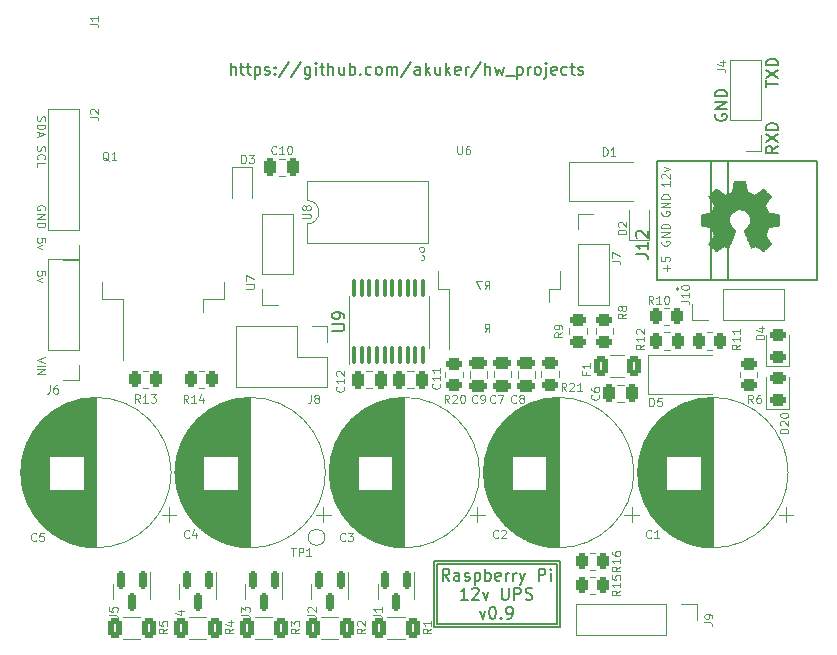
<source format=gto>
G04 #@! TF.GenerationSoftware,KiCad,Pcbnew,(6.0.0-0)*
G04 #@! TF.CreationDate,2022-05-08T21:10:07-05:00*
G04 #@! TF.ProjectId,ras_pi_supercap_ups,7261735f-7069-45f7-9375-706572636170,rev?*
G04 #@! TF.SameCoordinates,Original*
G04 #@! TF.FileFunction,Legend,Top*
G04 #@! TF.FilePolarity,Positive*
%FSLAX46Y46*%
G04 Gerber Fmt 4.6, Leading zero omitted, Abs format (unit mm)*
G04 Created by KiCad (PCBNEW (6.0.0-0)) date 2022-05-08 21:10:07*
%MOMM*%
%LPD*%
G01*
G04 APERTURE LIST*
G04 Aperture macros list*
%AMRoundRect*
0 Rectangle with rounded corners*
0 $1 Rounding radius*
0 $2 $3 $4 $5 $6 $7 $8 $9 X,Y pos of 4 corners*
0 Add a 4 corners polygon primitive as box body*
4,1,4,$2,$3,$4,$5,$6,$7,$8,$9,$2,$3,0*
0 Add four circle primitives for the rounded corners*
1,1,$1+$1,$2,$3*
1,1,$1+$1,$4,$5*
1,1,$1+$1,$6,$7*
1,1,$1+$1,$8,$9*
0 Add four rect primitives between the rounded corners*
20,1,$1+$1,$2,$3,$4,$5,0*
20,1,$1+$1,$4,$5,$6,$7,0*
20,1,$1+$1,$6,$7,$8,$9,0*
20,1,$1+$1,$8,$9,$2,$3,0*%
G04 Aperture macros list end*
%ADD10C,0.150000*%
%ADD11C,0.100000*%
%ADD12C,0.120000*%
%ADD13C,0.127000*%
%ADD14C,0.200000*%
%ADD15C,0.010000*%
%ADD16RoundRect,0.100000X0.100000X-0.637500X0.100000X0.637500X-0.100000X0.637500X-0.100000X-0.637500X0*%
%ADD17R,1.408000X1.408000*%
%ADD18C,1.408000*%
%ADD19R,1.100000X4.600000*%
%ADD20R,10.800000X9.400000*%
%ADD21R,0.450000X0.600000*%
%ADD22RoundRect,0.150000X-0.150000X0.587500X-0.150000X-0.587500X0.150000X-0.587500X0.150000X0.587500X0*%
%ADD23RoundRect,0.250000X0.312500X0.625000X-0.312500X0.625000X-0.312500X-0.625000X0.312500X-0.625000X0*%
%ADD24R,2.400000X2.400000*%
%ADD25C,2.400000*%
%ADD26C,1.000000*%
%ADD27RoundRect,0.250000X0.250000X0.475000X-0.250000X0.475000X-0.250000X-0.475000X0.250000X-0.475000X0*%
%ADD28C,2.700000*%
%ADD29RoundRect,0.250000X-0.262500X-0.450000X0.262500X-0.450000X0.262500X0.450000X-0.262500X0.450000X0*%
%ADD30RoundRect,0.250000X-0.250000X-0.475000X0.250000X-0.475000X0.250000X0.475000X-0.250000X0.475000X0*%
%ADD31R,1.700000X1.700000*%
%ADD32O,1.700000X1.700000*%
%ADD33RoundRect,0.250000X-0.450000X0.262500X-0.450000X-0.262500X0.450000X-0.262500X0.450000X0.262500X0*%
%ADD34R,2.500000X1.800000*%
%ADD35RoundRect,0.243750X0.456250X-0.243750X0.456250X0.243750X-0.456250X0.243750X-0.456250X-0.243750X0*%
%ADD36RoundRect,0.250000X0.262500X0.450000X-0.262500X0.450000X-0.262500X-0.450000X0.262500X-0.450000X0*%
%ADD37RoundRect,0.250000X-0.475000X0.250000X-0.475000X-0.250000X0.475000X-0.250000X0.475000X0.250000X0*%
%ADD38RoundRect,0.250000X0.450000X-0.262500X0.450000X0.262500X-0.450000X0.262500X-0.450000X-0.262500X0*%
%ADD39R,1.600000X1.600000*%
%ADD40O,1.600000X1.600000*%
%ADD41RoundRect,0.250000X0.375000X0.625000X-0.375000X0.625000X-0.375000X-0.625000X0.375000X-0.625000X0*%
%ADD42O,2.400000X2.400000*%
G04 APERTURE END LIST*
D10*
X85090000Y-149352000D02*
X95250000Y-149352000D01*
X95250000Y-149352000D02*
X95250000Y-154432000D01*
X95250000Y-154432000D02*
X85090000Y-154432000D01*
X85090000Y-154432000D02*
X85090000Y-149352000D01*
X84836000Y-149098000D02*
X95504000Y-149098000D01*
X95504000Y-149098000D02*
X95504000Y-154686000D01*
X95504000Y-154686000D02*
X84836000Y-154686000D01*
X84836000Y-154686000D02*
X84836000Y-149098000D01*
X86170000Y-150734380D02*
X85836666Y-150258190D01*
X85598571Y-150734380D02*
X85598571Y-149734380D01*
X85979523Y-149734380D01*
X86074761Y-149782000D01*
X86122380Y-149829619D01*
X86170000Y-149924857D01*
X86170000Y-150067714D01*
X86122380Y-150162952D01*
X86074761Y-150210571D01*
X85979523Y-150258190D01*
X85598571Y-150258190D01*
X87027142Y-150734380D02*
X87027142Y-150210571D01*
X86979523Y-150115333D01*
X86884285Y-150067714D01*
X86693809Y-150067714D01*
X86598571Y-150115333D01*
X87027142Y-150686761D02*
X86931904Y-150734380D01*
X86693809Y-150734380D01*
X86598571Y-150686761D01*
X86550952Y-150591523D01*
X86550952Y-150496285D01*
X86598571Y-150401047D01*
X86693809Y-150353428D01*
X86931904Y-150353428D01*
X87027142Y-150305809D01*
X87455714Y-150686761D02*
X87550952Y-150734380D01*
X87741428Y-150734380D01*
X87836666Y-150686761D01*
X87884285Y-150591523D01*
X87884285Y-150543904D01*
X87836666Y-150448666D01*
X87741428Y-150401047D01*
X87598571Y-150401047D01*
X87503333Y-150353428D01*
X87455714Y-150258190D01*
X87455714Y-150210571D01*
X87503333Y-150115333D01*
X87598571Y-150067714D01*
X87741428Y-150067714D01*
X87836666Y-150115333D01*
X88312857Y-150067714D02*
X88312857Y-151067714D01*
X88312857Y-150115333D02*
X88408095Y-150067714D01*
X88598571Y-150067714D01*
X88693809Y-150115333D01*
X88741428Y-150162952D01*
X88789047Y-150258190D01*
X88789047Y-150543904D01*
X88741428Y-150639142D01*
X88693809Y-150686761D01*
X88598571Y-150734380D01*
X88408095Y-150734380D01*
X88312857Y-150686761D01*
X89217619Y-150734380D02*
X89217619Y-149734380D01*
X89217619Y-150115333D02*
X89312857Y-150067714D01*
X89503333Y-150067714D01*
X89598571Y-150115333D01*
X89646190Y-150162952D01*
X89693809Y-150258190D01*
X89693809Y-150543904D01*
X89646190Y-150639142D01*
X89598571Y-150686761D01*
X89503333Y-150734380D01*
X89312857Y-150734380D01*
X89217619Y-150686761D01*
X90503333Y-150686761D02*
X90408095Y-150734380D01*
X90217619Y-150734380D01*
X90122380Y-150686761D01*
X90074761Y-150591523D01*
X90074761Y-150210571D01*
X90122380Y-150115333D01*
X90217619Y-150067714D01*
X90408095Y-150067714D01*
X90503333Y-150115333D01*
X90550952Y-150210571D01*
X90550952Y-150305809D01*
X90074761Y-150401047D01*
X90979523Y-150734380D02*
X90979523Y-150067714D01*
X90979523Y-150258190D02*
X91027142Y-150162952D01*
X91074761Y-150115333D01*
X91170000Y-150067714D01*
X91265238Y-150067714D01*
X91598571Y-150734380D02*
X91598571Y-150067714D01*
X91598571Y-150258190D02*
X91646190Y-150162952D01*
X91693809Y-150115333D01*
X91789047Y-150067714D01*
X91884285Y-150067714D01*
X92122380Y-150067714D02*
X92360476Y-150734380D01*
X92598571Y-150067714D02*
X92360476Y-150734380D01*
X92265238Y-150972476D01*
X92217619Y-151020095D01*
X92122380Y-151067714D01*
X93741428Y-150734380D02*
X93741428Y-149734380D01*
X94122380Y-149734380D01*
X94217619Y-149782000D01*
X94265238Y-149829619D01*
X94312857Y-149924857D01*
X94312857Y-150067714D01*
X94265238Y-150162952D01*
X94217619Y-150210571D01*
X94122380Y-150258190D01*
X93741428Y-150258190D01*
X94741428Y-150734380D02*
X94741428Y-150067714D01*
X94741428Y-149734380D02*
X94693809Y-149782000D01*
X94741428Y-149829619D01*
X94789047Y-149782000D01*
X94741428Y-149734380D01*
X94741428Y-149829619D01*
X87717619Y-152344380D02*
X87146190Y-152344380D01*
X87431904Y-152344380D02*
X87431904Y-151344380D01*
X87336666Y-151487238D01*
X87241428Y-151582476D01*
X87146190Y-151630095D01*
X88098571Y-151439619D02*
X88146190Y-151392000D01*
X88241428Y-151344380D01*
X88479523Y-151344380D01*
X88574761Y-151392000D01*
X88622380Y-151439619D01*
X88670000Y-151534857D01*
X88670000Y-151630095D01*
X88622380Y-151772952D01*
X88050952Y-152344380D01*
X88670000Y-152344380D01*
X89003333Y-151677714D02*
X89241428Y-152344380D01*
X89479523Y-151677714D01*
X90622380Y-151344380D02*
X90622380Y-152153904D01*
X90670000Y-152249142D01*
X90717619Y-152296761D01*
X90812857Y-152344380D01*
X91003333Y-152344380D01*
X91098571Y-152296761D01*
X91146190Y-152249142D01*
X91193809Y-152153904D01*
X91193809Y-151344380D01*
X91670000Y-152344380D02*
X91670000Y-151344380D01*
X92050952Y-151344380D01*
X92146190Y-151392000D01*
X92193809Y-151439619D01*
X92241428Y-151534857D01*
X92241428Y-151677714D01*
X92193809Y-151772952D01*
X92146190Y-151820571D01*
X92050952Y-151868190D01*
X91670000Y-151868190D01*
X92622380Y-152296761D02*
X92765238Y-152344380D01*
X93003333Y-152344380D01*
X93098571Y-152296761D01*
X93146190Y-152249142D01*
X93193809Y-152153904D01*
X93193809Y-152058666D01*
X93146190Y-151963428D01*
X93098571Y-151915809D01*
X93003333Y-151868190D01*
X92812857Y-151820571D01*
X92717619Y-151772952D01*
X92670000Y-151725333D01*
X92622380Y-151630095D01*
X92622380Y-151534857D01*
X92670000Y-151439619D01*
X92717619Y-151392000D01*
X92812857Y-151344380D01*
X93050952Y-151344380D01*
X93193809Y-151392000D01*
X88741428Y-153287714D02*
X88979523Y-153954380D01*
X89217619Y-153287714D01*
X89789047Y-152954380D02*
X89884285Y-152954380D01*
X89979523Y-153002000D01*
X90027142Y-153049619D01*
X90074761Y-153144857D01*
X90122380Y-153335333D01*
X90122380Y-153573428D01*
X90074761Y-153763904D01*
X90027142Y-153859142D01*
X89979523Y-153906761D01*
X89884285Y-153954380D01*
X89789047Y-153954380D01*
X89693809Y-153906761D01*
X89646190Y-153859142D01*
X89598571Y-153763904D01*
X89550952Y-153573428D01*
X89550952Y-153335333D01*
X89598571Y-153144857D01*
X89646190Y-153049619D01*
X89693809Y-153002000D01*
X89789047Y-152954380D01*
X90550952Y-153859142D02*
X90598571Y-153906761D01*
X90550952Y-153954380D01*
X90503333Y-153906761D01*
X90550952Y-153859142D01*
X90550952Y-153954380D01*
X91074761Y-153954380D02*
X91265238Y-153954380D01*
X91360476Y-153906761D01*
X91408095Y-153859142D01*
X91503333Y-153716285D01*
X91550952Y-153525809D01*
X91550952Y-153144857D01*
X91503333Y-153049619D01*
X91455714Y-153002000D01*
X91360476Y-152954380D01*
X91170000Y-152954380D01*
X91074761Y-153002000D01*
X91027142Y-153049619D01*
X90979523Y-153144857D01*
X90979523Y-153382952D01*
X91027142Y-153478190D01*
X91074761Y-153525809D01*
X91170000Y-153573428D01*
X91360476Y-153573428D01*
X91455714Y-153525809D01*
X91503333Y-153478190D01*
X91550952Y-153382952D01*
D11*
X51278666Y-113974666D02*
X51245333Y-114074666D01*
X51245333Y-114241333D01*
X51278666Y-114308000D01*
X51312000Y-114341333D01*
X51378666Y-114374666D01*
X51445333Y-114374666D01*
X51512000Y-114341333D01*
X51545333Y-114308000D01*
X51578666Y-114241333D01*
X51612000Y-114108000D01*
X51645333Y-114041333D01*
X51678666Y-114008000D01*
X51745333Y-113974666D01*
X51812000Y-113974666D01*
X51878666Y-114008000D01*
X51912000Y-114041333D01*
X51945333Y-114108000D01*
X51945333Y-114274666D01*
X51912000Y-114374666D01*
X51312000Y-115074666D02*
X51278666Y-115041333D01*
X51245333Y-114941333D01*
X51245333Y-114874666D01*
X51278666Y-114774666D01*
X51345333Y-114708000D01*
X51412000Y-114674666D01*
X51545333Y-114641333D01*
X51645333Y-114641333D01*
X51778666Y-114674666D01*
X51845333Y-114708000D01*
X51912000Y-114774666D01*
X51945333Y-114874666D01*
X51945333Y-114941333D01*
X51912000Y-115041333D01*
X51878666Y-115074666D01*
X51245333Y-115708000D02*
X51245333Y-115374666D01*
X51945333Y-115374666D01*
D10*
X108720000Y-111251904D02*
X108672380Y-111347142D01*
X108672380Y-111490000D01*
X108720000Y-111632857D01*
X108815238Y-111728095D01*
X108910476Y-111775714D01*
X109100952Y-111823333D01*
X109243809Y-111823333D01*
X109434285Y-111775714D01*
X109529523Y-111728095D01*
X109624761Y-111632857D01*
X109672380Y-111490000D01*
X109672380Y-111394761D01*
X109624761Y-111251904D01*
X109577142Y-111204285D01*
X109243809Y-111204285D01*
X109243809Y-111394761D01*
X109672380Y-110775714D02*
X108672380Y-110775714D01*
X109672380Y-110204285D01*
X108672380Y-110204285D01*
X109672380Y-109728095D02*
X108672380Y-109728095D01*
X108672380Y-109490000D01*
X108720000Y-109347142D01*
X108815238Y-109251904D01*
X108910476Y-109204285D01*
X109100952Y-109156666D01*
X109243809Y-109156666D01*
X109434285Y-109204285D01*
X109529523Y-109251904D01*
X109624761Y-109347142D01*
X109672380Y-109490000D01*
X109672380Y-109728095D01*
D11*
X51912000Y-119354666D02*
X51945333Y-119288000D01*
X51945333Y-119188000D01*
X51912000Y-119088000D01*
X51845333Y-119021333D01*
X51778666Y-118988000D01*
X51645333Y-118954666D01*
X51545333Y-118954666D01*
X51412000Y-118988000D01*
X51345333Y-119021333D01*
X51278666Y-119088000D01*
X51245333Y-119188000D01*
X51245333Y-119254666D01*
X51278666Y-119354666D01*
X51312000Y-119388000D01*
X51545333Y-119388000D01*
X51545333Y-119254666D01*
X51245333Y-119688000D02*
X51945333Y-119688000D01*
X51245333Y-120088000D01*
X51945333Y-120088000D01*
X51245333Y-120421333D02*
X51945333Y-120421333D01*
X51945333Y-120588000D01*
X51912000Y-120688000D01*
X51845333Y-120754666D01*
X51778666Y-120788000D01*
X51645333Y-120821333D01*
X51545333Y-120821333D01*
X51412000Y-120788000D01*
X51345333Y-120754666D01*
X51278666Y-120688000D01*
X51245333Y-120588000D01*
X51245333Y-120421333D01*
X51945333Y-124868000D02*
X51945333Y-124534666D01*
X51612000Y-124501333D01*
X51645333Y-124534666D01*
X51678666Y-124601333D01*
X51678666Y-124768000D01*
X51645333Y-124834666D01*
X51612000Y-124868000D01*
X51545333Y-124901333D01*
X51378666Y-124901333D01*
X51312000Y-124868000D01*
X51278666Y-124834666D01*
X51245333Y-124768000D01*
X51245333Y-124601333D01*
X51278666Y-124534666D01*
X51312000Y-124501333D01*
X51712000Y-125134666D02*
X51245333Y-125301333D01*
X51712000Y-125468000D01*
X51278666Y-111418000D02*
X51245333Y-111518000D01*
X51245333Y-111684666D01*
X51278666Y-111751333D01*
X51312000Y-111784666D01*
X51378666Y-111818000D01*
X51445333Y-111818000D01*
X51512000Y-111784666D01*
X51545333Y-111751333D01*
X51578666Y-111684666D01*
X51612000Y-111551333D01*
X51645333Y-111484666D01*
X51678666Y-111451333D01*
X51745333Y-111418000D01*
X51812000Y-111418000D01*
X51878666Y-111451333D01*
X51912000Y-111484666D01*
X51945333Y-111551333D01*
X51945333Y-111718000D01*
X51912000Y-111818000D01*
X51245333Y-112118000D02*
X51945333Y-112118000D01*
X51945333Y-112284666D01*
X51912000Y-112384666D01*
X51845333Y-112451333D01*
X51778666Y-112484666D01*
X51645333Y-112518000D01*
X51545333Y-112518000D01*
X51412000Y-112484666D01*
X51345333Y-112451333D01*
X51278666Y-112384666D01*
X51245333Y-112284666D01*
X51245333Y-112118000D01*
X51445333Y-112784666D02*
X51445333Y-113118000D01*
X51245333Y-112718000D02*
X51945333Y-112951333D01*
X51245333Y-113184666D01*
X51945333Y-131821333D02*
X51245333Y-132054666D01*
X51945333Y-132288000D01*
X51245333Y-132521333D02*
X51945333Y-132521333D01*
X51245333Y-132854666D02*
X51945333Y-132854666D01*
X51245333Y-133254666D01*
X51945333Y-133254666D01*
X51945333Y-122074000D02*
X51945333Y-121740666D01*
X51612000Y-121707333D01*
X51645333Y-121740666D01*
X51678666Y-121807333D01*
X51678666Y-121974000D01*
X51645333Y-122040666D01*
X51612000Y-122074000D01*
X51545333Y-122107333D01*
X51378666Y-122107333D01*
X51312000Y-122074000D01*
X51278666Y-122040666D01*
X51245333Y-121974000D01*
X51245333Y-121807333D01*
X51278666Y-121740666D01*
X51312000Y-121707333D01*
X51712000Y-122340666D02*
X51245333Y-122507333D01*
X51712000Y-122674000D01*
D10*
X112990380Y-108957904D02*
X112990380Y-108386476D01*
X113990380Y-108672190D02*
X112990380Y-108672190D01*
X112990380Y-108148380D02*
X113990380Y-107481714D01*
X112990380Y-107481714D02*
X113990380Y-108148380D01*
X113990380Y-107100761D02*
X112990380Y-107100761D01*
X112990380Y-106862666D01*
X113038000Y-106719809D01*
X113133238Y-106624571D01*
X113228476Y-106576952D01*
X113418952Y-106529333D01*
X113561809Y-106529333D01*
X113752285Y-106576952D01*
X113847523Y-106624571D01*
X113942761Y-106719809D01*
X113990380Y-106862666D01*
X113990380Y-107100761D01*
X67645238Y-107894380D02*
X67645238Y-106894380D01*
X68073809Y-107894380D02*
X68073809Y-107370571D01*
X68026190Y-107275333D01*
X67930952Y-107227714D01*
X67788095Y-107227714D01*
X67692857Y-107275333D01*
X67645238Y-107322952D01*
X68407142Y-107227714D02*
X68788095Y-107227714D01*
X68550000Y-106894380D02*
X68550000Y-107751523D01*
X68597619Y-107846761D01*
X68692857Y-107894380D01*
X68788095Y-107894380D01*
X68978571Y-107227714D02*
X69359523Y-107227714D01*
X69121428Y-106894380D02*
X69121428Y-107751523D01*
X69169047Y-107846761D01*
X69264285Y-107894380D01*
X69359523Y-107894380D01*
X69692857Y-107227714D02*
X69692857Y-108227714D01*
X69692857Y-107275333D02*
X69788095Y-107227714D01*
X69978571Y-107227714D01*
X70073809Y-107275333D01*
X70121428Y-107322952D01*
X70169047Y-107418190D01*
X70169047Y-107703904D01*
X70121428Y-107799142D01*
X70073809Y-107846761D01*
X69978571Y-107894380D01*
X69788095Y-107894380D01*
X69692857Y-107846761D01*
X70550000Y-107846761D02*
X70645238Y-107894380D01*
X70835714Y-107894380D01*
X70930952Y-107846761D01*
X70978571Y-107751523D01*
X70978571Y-107703904D01*
X70930952Y-107608666D01*
X70835714Y-107561047D01*
X70692857Y-107561047D01*
X70597619Y-107513428D01*
X70550000Y-107418190D01*
X70550000Y-107370571D01*
X70597619Y-107275333D01*
X70692857Y-107227714D01*
X70835714Y-107227714D01*
X70930952Y-107275333D01*
X71407142Y-107799142D02*
X71454761Y-107846761D01*
X71407142Y-107894380D01*
X71359523Y-107846761D01*
X71407142Y-107799142D01*
X71407142Y-107894380D01*
X71407142Y-107275333D02*
X71454761Y-107322952D01*
X71407142Y-107370571D01*
X71359523Y-107322952D01*
X71407142Y-107275333D01*
X71407142Y-107370571D01*
X72597619Y-106846761D02*
X71740476Y-108132476D01*
X73645238Y-106846761D02*
X72788095Y-108132476D01*
X74407142Y-107227714D02*
X74407142Y-108037238D01*
X74359523Y-108132476D01*
X74311904Y-108180095D01*
X74216666Y-108227714D01*
X74073809Y-108227714D01*
X73978571Y-108180095D01*
X74407142Y-107846761D02*
X74311904Y-107894380D01*
X74121428Y-107894380D01*
X74026190Y-107846761D01*
X73978571Y-107799142D01*
X73930952Y-107703904D01*
X73930952Y-107418190D01*
X73978571Y-107322952D01*
X74026190Y-107275333D01*
X74121428Y-107227714D01*
X74311904Y-107227714D01*
X74407142Y-107275333D01*
X74883333Y-107894380D02*
X74883333Y-107227714D01*
X74883333Y-106894380D02*
X74835714Y-106942000D01*
X74883333Y-106989619D01*
X74930952Y-106942000D01*
X74883333Y-106894380D01*
X74883333Y-106989619D01*
X75216666Y-107227714D02*
X75597619Y-107227714D01*
X75359523Y-106894380D02*
X75359523Y-107751523D01*
X75407142Y-107846761D01*
X75502380Y-107894380D01*
X75597619Y-107894380D01*
X75930952Y-107894380D02*
X75930952Y-106894380D01*
X76359523Y-107894380D02*
X76359523Y-107370571D01*
X76311904Y-107275333D01*
X76216666Y-107227714D01*
X76073809Y-107227714D01*
X75978571Y-107275333D01*
X75930952Y-107322952D01*
X77264285Y-107227714D02*
X77264285Y-107894380D01*
X76835714Y-107227714D02*
X76835714Y-107751523D01*
X76883333Y-107846761D01*
X76978571Y-107894380D01*
X77121428Y-107894380D01*
X77216666Y-107846761D01*
X77264285Y-107799142D01*
X77740476Y-107894380D02*
X77740476Y-106894380D01*
X77740476Y-107275333D02*
X77835714Y-107227714D01*
X78026190Y-107227714D01*
X78121428Y-107275333D01*
X78169047Y-107322952D01*
X78216666Y-107418190D01*
X78216666Y-107703904D01*
X78169047Y-107799142D01*
X78121428Y-107846761D01*
X78026190Y-107894380D01*
X77835714Y-107894380D01*
X77740476Y-107846761D01*
X78645238Y-107799142D02*
X78692857Y-107846761D01*
X78645238Y-107894380D01*
X78597619Y-107846761D01*
X78645238Y-107799142D01*
X78645238Y-107894380D01*
X79550000Y-107846761D02*
X79454761Y-107894380D01*
X79264285Y-107894380D01*
X79169047Y-107846761D01*
X79121428Y-107799142D01*
X79073809Y-107703904D01*
X79073809Y-107418190D01*
X79121428Y-107322952D01*
X79169047Y-107275333D01*
X79264285Y-107227714D01*
X79454761Y-107227714D01*
X79550000Y-107275333D01*
X80121428Y-107894380D02*
X80026190Y-107846761D01*
X79978571Y-107799142D01*
X79930952Y-107703904D01*
X79930952Y-107418190D01*
X79978571Y-107322952D01*
X80026190Y-107275333D01*
X80121428Y-107227714D01*
X80264285Y-107227714D01*
X80359523Y-107275333D01*
X80407142Y-107322952D01*
X80454761Y-107418190D01*
X80454761Y-107703904D01*
X80407142Y-107799142D01*
X80359523Y-107846761D01*
X80264285Y-107894380D01*
X80121428Y-107894380D01*
X80883333Y-107894380D02*
X80883333Y-107227714D01*
X80883333Y-107322952D02*
X80930952Y-107275333D01*
X81026190Y-107227714D01*
X81169047Y-107227714D01*
X81264285Y-107275333D01*
X81311904Y-107370571D01*
X81311904Y-107894380D01*
X81311904Y-107370571D02*
X81359523Y-107275333D01*
X81454761Y-107227714D01*
X81597619Y-107227714D01*
X81692857Y-107275333D01*
X81740476Y-107370571D01*
X81740476Y-107894380D01*
X82930952Y-106846761D02*
X82073809Y-108132476D01*
X83692857Y-107894380D02*
X83692857Y-107370571D01*
X83645238Y-107275333D01*
X83550000Y-107227714D01*
X83359523Y-107227714D01*
X83264285Y-107275333D01*
X83692857Y-107846761D02*
X83597619Y-107894380D01*
X83359523Y-107894380D01*
X83264285Y-107846761D01*
X83216666Y-107751523D01*
X83216666Y-107656285D01*
X83264285Y-107561047D01*
X83359523Y-107513428D01*
X83597619Y-107513428D01*
X83692857Y-107465809D01*
X84169047Y-107894380D02*
X84169047Y-106894380D01*
X84264285Y-107513428D02*
X84550000Y-107894380D01*
X84550000Y-107227714D02*
X84169047Y-107608666D01*
X85407142Y-107227714D02*
X85407142Y-107894380D01*
X84978571Y-107227714D02*
X84978571Y-107751523D01*
X85026190Y-107846761D01*
X85121428Y-107894380D01*
X85264285Y-107894380D01*
X85359523Y-107846761D01*
X85407142Y-107799142D01*
X85883333Y-107894380D02*
X85883333Y-106894380D01*
X85978571Y-107513428D02*
X86264285Y-107894380D01*
X86264285Y-107227714D02*
X85883333Y-107608666D01*
X87073809Y-107846761D02*
X86978571Y-107894380D01*
X86788095Y-107894380D01*
X86692857Y-107846761D01*
X86645238Y-107751523D01*
X86645238Y-107370571D01*
X86692857Y-107275333D01*
X86788095Y-107227714D01*
X86978571Y-107227714D01*
X87073809Y-107275333D01*
X87121428Y-107370571D01*
X87121428Y-107465809D01*
X86645238Y-107561047D01*
X87550000Y-107894380D02*
X87550000Y-107227714D01*
X87550000Y-107418190D02*
X87597619Y-107322952D01*
X87645238Y-107275333D01*
X87740476Y-107227714D01*
X87835714Y-107227714D01*
X88883333Y-106846761D02*
X88026190Y-108132476D01*
X89216666Y-107894380D02*
X89216666Y-106894380D01*
X89645238Y-107894380D02*
X89645238Y-107370571D01*
X89597619Y-107275333D01*
X89502380Y-107227714D01*
X89359523Y-107227714D01*
X89264285Y-107275333D01*
X89216666Y-107322952D01*
X90026190Y-107227714D02*
X90216666Y-107894380D01*
X90407142Y-107418190D01*
X90597619Y-107894380D01*
X90788095Y-107227714D01*
X90930952Y-107989619D02*
X91692857Y-107989619D01*
X91930952Y-107227714D02*
X91930952Y-108227714D01*
X91930952Y-107275333D02*
X92026190Y-107227714D01*
X92216666Y-107227714D01*
X92311904Y-107275333D01*
X92359523Y-107322952D01*
X92407142Y-107418190D01*
X92407142Y-107703904D01*
X92359523Y-107799142D01*
X92311904Y-107846761D01*
X92216666Y-107894380D01*
X92026190Y-107894380D01*
X91930952Y-107846761D01*
X92835714Y-107894380D02*
X92835714Y-107227714D01*
X92835714Y-107418190D02*
X92883333Y-107322952D01*
X92930952Y-107275333D01*
X93026190Y-107227714D01*
X93121428Y-107227714D01*
X93597619Y-107894380D02*
X93502380Y-107846761D01*
X93454761Y-107799142D01*
X93407142Y-107703904D01*
X93407142Y-107418190D01*
X93454761Y-107322952D01*
X93502380Y-107275333D01*
X93597619Y-107227714D01*
X93740476Y-107227714D01*
X93835714Y-107275333D01*
X93883333Y-107322952D01*
X93930952Y-107418190D01*
X93930952Y-107703904D01*
X93883333Y-107799142D01*
X93835714Y-107846761D01*
X93740476Y-107894380D01*
X93597619Y-107894380D01*
X94359523Y-107227714D02*
X94359523Y-108084857D01*
X94311904Y-108180095D01*
X94216666Y-108227714D01*
X94169047Y-108227714D01*
X94359523Y-106894380D02*
X94311904Y-106942000D01*
X94359523Y-106989619D01*
X94407142Y-106942000D01*
X94359523Y-106894380D01*
X94359523Y-106989619D01*
X95216666Y-107846761D02*
X95121428Y-107894380D01*
X94930952Y-107894380D01*
X94835714Y-107846761D01*
X94788095Y-107751523D01*
X94788095Y-107370571D01*
X94835714Y-107275333D01*
X94930952Y-107227714D01*
X95121428Y-107227714D01*
X95216666Y-107275333D01*
X95264285Y-107370571D01*
X95264285Y-107465809D01*
X94788095Y-107561047D01*
X96121428Y-107846761D02*
X96026190Y-107894380D01*
X95835714Y-107894380D01*
X95740476Y-107846761D01*
X95692857Y-107799142D01*
X95645238Y-107703904D01*
X95645238Y-107418190D01*
X95692857Y-107322952D01*
X95740476Y-107275333D01*
X95835714Y-107227714D01*
X96026190Y-107227714D01*
X96121428Y-107275333D01*
X96407142Y-107227714D02*
X96788095Y-107227714D01*
X96550000Y-106894380D02*
X96550000Y-107751523D01*
X96597619Y-107846761D01*
X96692857Y-107894380D01*
X96788095Y-107894380D01*
X97073809Y-107846761D02*
X97169047Y-107894380D01*
X97359523Y-107894380D01*
X97454761Y-107846761D01*
X97502380Y-107751523D01*
X97502380Y-107703904D01*
X97454761Y-107608666D01*
X97359523Y-107561047D01*
X97216666Y-107561047D01*
X97121428Y-107513428D01*
X97073809Y-107418190D01*
X97073809Y-107370571D01*
X97121428Y-107275333D01*
X97216666Y-107227714D01*
X97359523Y-107227714D01*
X97454761Y-107275333D01*
X113990380Y-113950666D02*
X113514190Y-114284000D01*
X113990380Y-114522095D02*
X112990380Y-114522095D01*
X112990380Y-114141142D01*
X113038000Y-114045904D01*
X113085619Y-113998285D01*
X113180857Y-113950666D01*
X113323714Y-113950666D01*
X113418952Y-113998285D01*
X113466571Y-114045904D01*
X113514190Y-114141142D01*
X113514190Y-114522095D01*
X112990380Y-113617333D02*
X113990380Y-112950666D01*
X112990380Y-112950666D02*
X113990380Y-113617333D01*
X113990380Y-112569714D02*
X112990380Y-112569714D01*
X112990380Y-112331619D01*
X113038000Y-112188761D01*
X113133238Y-112093523D01*
X113228476Y-112045904D01*
X113418952Y-111998285D01*
X113561809Y-111998285D01*
X113752285Y-112045904D01*
X113847523Y-112093523D01*
X113942761Y-112188761D01*
X113990380Y-112331619D01*
X113990380Y-112569714D01*
X76278380Y-129571904D02*
X77087904Y-129571904D01*
X77183142Y-129524285D01*
X77230761Y-129476666D01*
X77278380Y-129381428D01*
X77278380Y-129190952D01*
X77230761Y-129095714D01*
X77183142Y-129048095D01*
X77087904Y-129000476D01*
X76278380Y-129000476D01*
X77278380Y-128476666D02*
X77278380Y-128286190D01*
X77230761Y-128190952D01*
X77183142Y-128143333D01*
X77040285Y-128048095D01*
X76849809Y-128000476D01*
X76468857Y-128000476D01*
X76373619Y-128048095D01*
X76326000Y-128095714D01*
X76278380Y-128190952D01*
X76278380Y-128381428D01*
X76326000Y-128476666D01*
X76373619Y-128524285D01*
X76468857Y-128571904D01*
X76706952Y-128571904D01*
X76802190Y-128524285D01*
X76849809Y-128476666D01*
X76897428Y-128381428D01*
X76897428Y-128190952D01*
X76849809Y-128095714D01*
X76802190Y-128048095D01*
X76706952Y-128000476D01*
X101990659Y-123086789D02*
X102708038Y-123086789D01*
X102851514Y-123134615D01*
X102947164Y-123230265D01*
X102994990Y-123373741D01*
X102994990Y-123469392D01*
X102994990Y-122082458D02*
X102994990Y-122656362D01*
X102994990Y-122369410D02*
X101990659Y-122369410D01*
X102134135Y-122465061D01*
X102229785Y-122560711D01*
X102277610Y-122656362D01*
X102086309Y-121699856D02*
X102038484Y-121652031D01*
X101990659Y-121556380D01*
X101990659Y-121317254D01*
X102038484Y-121221603D01*
X102086309Y-121173778D01*
X102181960Y-121125953D01*
X102277610Y-121125953D01*
X102421086Y-121173778D01*
X102994990Y-121747681D01*
X102994990Y-121125953D01*
D11*
X104160000Y-121973333D02*
X104126666Y-122040000D01*
X104126666Y-122140000D01*
X104160000Y-122240000D01*
X104226666Y-122306666D01*
X104293333Y-122340000D01*
X104426666Y-122373333D01*
X104526666Y-122373333D01*
X104660000Y-122340000D01*
X104726666Y-122306666D01*
X104793333Y-122240000D01*
X104826666Y-122140000D01*
X104826666Y-122073333D01*
X104793333Y-121973333D01*
X104760000Y-121940000D01*
X104526666Y-121940000D01*
X104526666Y-122073333D01*
X104826666Y-121640000D02*
X104126666Y-121640000D01*
X104826666Y-121240000D01*
X104126666Y-121240000D01*
X104826666Y-120906666D02*
X104126666Y-120906666D01*
X104126666Y-120740000D01*
X104160000Y-120640000D01*
X104226666Y-120573333D01*
X104293333Y-120540000D01*
X104426666Y-120506666D01*
X104526666Y-120506666D01*
X104660000Y-120540000D01*
X104726666Y-120573333D01*
X104793333Y-120640000D01*
X104826666Y-120740000D01*
X104826666Y-120906666D01*
X104160000Y-119473333D02*
X104126666Y-119540000D01*
X104126666Y-119640000D01*
X104160000Y-119740000D01*
X104226666Y-119806666D01*
X104293333Y-119840000D01*
X104426666Y-119873333D01*
X104526666Y-119873333D01*
X104660000Y-119840000D01*
X104726666Y-119806666D01*
X104793333Y-119740000D01*
X104826666Y-119640000D01*
X104826666Y-119573333D01*
X104793333Y-119473333D01*
X104760000Y-119440000D01*
X104526666Y-119440000D01*
X104526666Y-119573333D01*
X104826666Y-119140000D02*
X104126666Y-119140000D01*
X104826666Y-118740000D01*
X104126666Y-118740000D01*
X104826666Y-118406666D02*
X104126666Y-118406666D01*
X104126666Y-118240000D01*
X104160000Y-118140000D01*
X104226666Y-118073333D01*
X104293333Y-118040000D01*
X104426666Y-118006666D01*
X104526666Y-118006666D01*
X104660000Y-118040000D01*
X104726666Y-118073333D01*
X104793333Y-118140000D01*
X104826666Y-118240000D01*
X104826666Y-118406666D01*
X104560000Y-124540000D02*
X104560000Y-124006666D01*
X104826666Y-124273333D02*
X104293333Y-124273333D01*
X104126666Y-123340000D02*
X104126666Y-123673333D01*
X104460000Y-123706666D01*
X104426666Y-123673333D01*
X104393333Y-123606666D01*
X104393333Y-123440000D01*
X104426666Y-123373333D01*
X104460000Y-123340000D01*
X104526666Y-123306666D01*
X104693333Y-123306666D01*
X104760000Y-123340000D01*
X104793333Y-123373333D01*
X104826666Y-123440000D01*
X104826666Y-123606666D01*
X104793333Y-123673333D01*
X104760000Y-123706666D01*
X104826666Y-116940000D02*
X104826666Y-117340000D01*
X104826666Y-117140000D02*
X104126666Y-117140000D01*
X104226666Y-117206666D01*
X104293333Y-117273333D01*
X104326666Y-117340000D01*
X104193333Y-116673333D02*
X104160000Y-116640000D01*
X104126666Y-116573333D01*
X104126666Y-116406666D01*
X104160000Y-116340000D01*
X104193333Y-116306666D01*
X104260000Y-116273333D01*
X104326666Y-116273333D01*
X104426666Y-116306666D01*
X104826666Y-116706666D01*
X104826666Y-116273333D01*
X104360000Y-116040000D02*
X104826666Y-115873333D01*
X104360000Y-115706666D01*
X57337333Y-115191333D02*
X57270666Y-115158000D01*
X57204000Y-115091333D01*
X57104000Y-114991333D01*
X57037333Y-114958000D01*
X56970666Y-114958000D01*
X57004000Y-115124666D02*
X56937333Y-115091333D01*
X56870666Y-115024666D01*
X56837333Y-114891333D01*
X56837333Y-114658000D01*
X56870666Y-114524666D01*
X56937333Y-114458000D01*
X57004000Y-114424666D01*
X57137333Y-114424666D01*
X57204000Y-114458000D01*
X57270666Y-114524666D01*
X57304000Y-114658000D01*
X57304000Y-114891333D01*
X57270666Y-115024666D01*
X57204000Y-115091333D01*
X57137333Y-115124666D01*
X57004000Y-115124666D01*
X57970666Y-115124666D02*
X57570666Y-115124666D01*
X57770666Y-115124666D02*
X57770666Y-114424666D01*
X57704000Y-114524666D01*
X57637333Y-114591333D01*
X57570666Y-114624666D01*
X101154666Y-121420666D02*
X100454666Y-121420666D01*
X100454666Y-121254000D01*
X100488000Y-121154000D01*
X100554666Y-121087333D01*
X100621333Y-121054000D01*
X100754666Y-121020666D01*
X100854666Y-121020666D01*
X100988000Y-121054000D01*
X101054666Y-121087333D01*
X101121333Y-121154000D01*
X101154666Y-121254000D01*
X101154666Y-121420666D01*
X100521333Y-120754000D02*
X100488000Y-120720666D01*
X100454666Y-120654000D01*
X100454666Y-120487333D01*
X100488000Y-120420666D01*
X100521333Y-120387333D01*
X100588000Y-120354000D01*
X100654666Y-120354000D01*
X100754666Y-120387333D01*
X101154666Y-120787333D01*
X101154666Y-120354000D01*
X68562666Y-154061333D02*
X69129333Y-154061333D01*
X69196000Y-154028000D01*
X69229333Y-153994666D01*
X69262666Y-153928000D01*
X69262666Y-153794666D01*
X69229333Y-153728000D01*
X69196000Y-153694666D01*
X69129333Y-153661333D01*
X68562666Y-153661333D01*
X68562666Y-153394666D02*
X68562666Y-152961333D01*
X68829333Y-153194666D01*
X68829333Y-153094666D01*
X68862666Y-153028000D01*
X68896000Y-152994666D01*
X68962666Y-152961333D01*
X69129333Y-152961333D01*
X69196000Y-152994666D01*
X69229333Y-153028000D01*
X69262666Y-153094666D01*
X69262666Y-153294666D01*
X69229333Y-153361333D01*
X69196000Y-153394666D01*
X84644666Y-154802666D02*
X84311333Y-155036000D01*
X84644666Y-155202666D02*
X83944666Y-155202666D01*
X83944666Y-154936000D01*
X83978000Y-154869333D01*
X84011333Y-154836000D01*
X84078000Y-154802666D01*
X84178000Y-154802666D01*
X84244666Y-154836000D01*
X84278000Y-154869333D01*
X84311333Y-154936000D01*
X84311333Y-155202666D01*
X84644666Y-154136000D02*
X84644666Y-154536000D01*
X84644666Y-154336000D02*
X83944666Y-154336000D01*
X84044666Y-154402666D01*
X84111333Y-154469333D01*
X84144666Y-154536000D01*
X77353333Y-147316000D02*
X77320000Y-147349333D01*
X77220000Y-147382666D01*
X77153333Y-147382666D01*
X77053333Y-147349333D01*
X76986666Y-147282666D01*
X76953333Y-147216000D01*
X76920000Y-147082666D01*
X76920000Y-146982666D01*
X76953333Y-146849333D01*
X76986666Y-146782666D01*
X77053333Y-146716000D01*
X77153333Y-146682666D01*
X77220000Y-146682666D01*
X77320000Y-146716000D01*
X77353333Y-146749333D01*
X77586666Y-146682666D02*
X78020000Y-146682666D01*
X77786666Y-146949333D01*
X77886666Y-146949333D01*
X77953333Y-146982666D01*
X77986666Y-147016000D01*
X78020000Y-147082666D01*
X78020000Y-147249333D01*
X77986666Y-147316000D01*
X77953333Y-147349333D01*
X77886666Y-147382666D01*
X77686666Y-147382666D01*
X77620000Y-147349333D01*
X77586666Y-147316000D01*
X72776666Y-147952666D02*
X73176666Y-147952666D01*
X72976666Y-148652666D02*
X72976666Y-147952666D01*
X73410000Y-148652666D02*
X73410000Y-147952666D01*
X73676666Y-147952666D01*
X73743333Y-147986000D01*
X73776666Y-148019333D01*
X73810000Y-148086000D01*
X73810000Y-148186000D01*
X73776666Y-148252666D01*
X73743333Y-148286000D01*
X73676666Y-148319333D01*
X73410000Y-148319333D01*
X74476666Y-148652666D02*
X74076666Y-148652666D01*
X74276666Y-148652666D02*
X74276666Y-147952666D01*
X74210000Y-148052666D01*
X74143333Y-148119333D01*
X74076666Y-148152666D01*
X77212000Y-134308000D02*
X77245333Y-134341333D01*
X77278666Y-134441333D01*
X77278666Y-134508000D01*
X77245333Y-134608000D01*
X77178666Y-134674666D01*
X77112000Y-134708000D01*
X76978666Y-134741333D01*
X76878666Y-134741333D01*
X76745333Y-134708000D01*
X76678666Y-134674666D01*
X76612000Y-134608000D01*
X76578666Y-134508000D01*
X76578666Y-134441333D01*
X76612000Y-134341333D01*
X76645333Y-134308000D01*
X77278666Y-133641333D02*
X77278666Y-134041333D01*
X77278666Y-133841333D02*
X76578666Y-133841333D01*
X76678666Y-133908000D01*
X76745333Y-133974666D01*
X76778666Y-134041333D01*
X76645333Y-133374666D02*
X76612000Y-133341333D01*
X76578666Y-133274666D01*
X76578666Y-133108000D01*
X76612000Y-133041333D01*
X76645333Y-133008000D01*
X76712000Y-132974666D01*
X76778666Y-132974666D01*
X76878666Y-133008000D01*
X77278666Y-133408000D01*
X77278666Y-132974666D01*
X68571333Y-115378666D02*
X68571333Y-114678666D01*
X68738000Y-114678666D01*
X68838000Y-114712000D01*
X68904666Y-114778666D01*
X68938000Y-114845333D01*
X68971333Y-114978666D01*
X68971333Y-115078666D01*
X68938000Y-115212000D01*
X68904666Y-115278666D01*
X68838000Y-115345333D01*
X68738000Y-115378666D01*
X68571333Y-115378666D01*
X69204666Y-114678666D02*
X69638000Y-114678666D01*
X69404666Y-114945333D01*
X69504666Y-114945333D01*
X69571333Y-114978666D01*
X69604666Y-115012000D01*
X69638000Y-115078666D01*
X69638000Y-115245333D01*
X69604666Y-115312000D01*
X69571333Y-115345333D01*
X69504666Y-115378666D01*
X69304666Y-115378666D01*
X69238000Y-115345333D01*
X69204666Y-115312000D01*
X103261333Y-147062000D02*
X103228000Y-147095333D01*
X103128000Y-147128666D01*
X103061333Y-147128666D01*
X102961333Y-147095333D01*
X102894666Y-147028666D01*
X102861333Y-146962000D01*
X102828000Y-146828666D01*
X102828000Y-146728666D01*
X102861333Y-146595333D01*
X102894666Y-146528666D01*
X102961333Y-146462000D01*
X103061333Y-146428666D01*
X103128000Y-146428666D01*
X103228000Y-146462000D01*
X103261333Y-146495333D01*
X103928000Y-147128666D02*
X103528000Y-147128666D01*
X103728000Y-147128666D02*
X103728000Y-146428666D01*
X103661333Y-146528666D01*
X103594666Y-146595333D01*
X103528000Y-146628666D01*
X100646666Y-151580000D02*
X100313333Y-151813333D01*
X100646666Y-151980000D02*
X99946666Y-151980000D01*
X99946666Y-151713333D01*
X99980000Y-151646666D01*
X100013333Y-151613333D01*
X100080000Y-151580000D01*
X100180000Y-151580000D01*
X100246666Y-151613333D01*
X100280000Y-151646666D01*
X100313333Y-151713333D01*
X100313333Y-151980000D01*
X100646666Y-150913333D02*
X100646666Y-151313333D01*
X100646666Y-151113333D02*
X99946666Y-151113333D01*
X100046666Y-151180000D01*
X100113333Y-151246666D01*
X100146666Y-151313333D01*
X99946666Y-150280000D02*
X99946666Y-150613333D01*
X100280000Y-150646666D01*
X100246666Y-150613333D01*
X100213333Y-150546666D01*
X100213333Y-150380000D01*
X100246666Y-150313333D01*
X100280000Y-150280000D01*
X100346666Y-150246666D01*
X100513333Y-150246666D01*
X100580000Y-150280000D01*
X100613333Y-150313333D01*
X100646666Y-150380000D01*
X100646666Y-150546666D01*
X100613333Y-150613333D01*
X100580000Y-150646666D01*
X83336666Y-123593333D02*
X83903333Y-123593333D01*
X83970000Y-123560000D01*
X84003333Y-123526666D01*
X84036666Y-123460000D01*
X84036666Y-123326666D01*
X84003333Y-123260000D01*
X83970000Y-123226666D01*
X83903333Y-123193333D01*
X83336666Y-123193333D01*
X83336666Y-122560000D02*
X83336666Y-122693333D01*
X83370000Y-122760000D01*
X83403333Y-122793333D01*
X83503333Y-122860000D01*
X83636666Y-122893333D01*
X83903333Y-122893333D01*
X83970000Y-122860000D01*
X84003333Y-122826666D01*
X84036666Y-122760000D01*
X84036666Y-122626666D01*
X84003333Y-122560000D01*
X83970000Y-122526666D01*
X83903333Y-122493333D01*
X83736666Y-122493333D01*
X83670000Y-122526666D01*
X83636666Y-122560000D01*
X83603333Y-122626666D01*
X83603333Y-122760000D01*
X83636666Y-122826666D01*
X83670000Y-122860000D01*
X83736666Y-122893333D01*
X86842666Y-113916666D02*
X86842666Y-114483333D01*
X86876000Y-114550000D01*
X86909333Y-114583333D01*
X86976000Y-114616666D01*
X87109333Y-114616666D01*
X87176000Y-114583333D01*
X87209333Y-114550000D01*
X87242666Y-114483333D01*
X87242666Y-113916666D01*
X87876000Y-113916666D02*
X87742666Y-113916666D01*
X87676000Y-113950000D01*
X87642666Y-113983333D01*
X87576000Y-114083333D01*
X87542666Y-114216666D01*
X87542666Y-114483333D01*
X87576000Y-114550000D01*
X87609333Y-114583333D01*
X87676000Y-114616666D01*
X87809333Y-114616666D01*
X87876000Y-114583333D01*
X87909333Y-114550000D01*
X87942666Y-114483333D01*
X87942666Y-114316666D01*
X87909333Y-114250000D01*
X87876000Y-114216666D01*
X87809333Y-114183333D01*
X87676000Y-114183333D01*
X87609333Y-114216666D01*
X87576000Y-114250000D01*
X87542666Y-114316666D01*
X85340000Y-134054000D02*
X85373333Y-134087333D01*
X85406666Y-134187333D01*
X85406666Y-134254000D01*
X85373333Y-134354000D01*
X85306666Y-134420666D01*
X85240000Y-134454000D01*
X85106666Y-134487333D01*
X85006666Y-134487333D01*
X84873333Y-134454000D01*
X84806666Y-134420666D01*
X84740000Y-134354000D01*
X84706666Y-134254000D01*
X84706666Y-134187333D01*
X84740000Y-134087333D01*
X84773333Y-134054000D01*
X85406666Y-133387333D02*
X85406666Y-133787333D01*
X85406666Y-133587333D02*
X84706666Y-133587333D01*
X84806666Y-133654000D01*
X84873333Y-133720666D01*
X84906666Y-133787333D01*
X85406666Y-132720666D02*
X85406666Y-133120666D01*
X85406666Y-132920666D02*
X84706666Y-132920666D01*
X84806666Y-132987333D01*
X84873333Y-133054000D01*
X84906666Y-133120666D01*
X64066000Y-135698666D02*
X63832666Y-135365333D01*
X63666000Y-135698666D02*
X63666000Y-134998666D01*
X63932666Y-134998666D01*
X63999333Y-135032000D01*
X64032666Y-135065333D01*
X64066000Y-135132000D01*
X64066000Y-135232000D01*
X64032666Y-135298666D01*
X63999333Y-135332000D01*
X63932666Y-135365333D01*
X63666000Y-135365333D01*
X64732666Y-135698666D02*
X64332666Y-135698666D01*
X64532666Y-135698666D02*
X64532666Y-134998666D01*
X64466000Y-135098666D01*
X64399333Y-135165333D01*
X64332666Y-135198666D01*
X65332666Y-135232000D02*
X65332666Y-135698666D01*
X65166000Y-134965333D02*
X64999333Y-135465333D01*
X65432666Y-135465333D01*
X99946666Y-123677333D02*
X100446666Y-123677333D01*
X100546666Y-123710666D01*
X100613333Y-123777333D01*
X100646666Y-123877333D01*
X100646666Y-123944000D01*
X99946666Y-123410666D02*
X99946666Y-122944000D01*
X100646666Y-123244000D01*
X96070000Y-134682666D02*
X95836666Y-134349333D01*
X95670000Y-134682666D02*
X95670000Y-133982666D01*
X95936666Y-133982666D01*
X96003333Y-134016000D01*
X96036666Y-134049333D01*
X96070000Y-134116000D01*
X96070000Y-134216000D01*
X96036666Y-134282666D01*
X96003333Y-134316000D01*
X95936666Y-134349333D01*
X95670000Y-134349333D01*
X96336666Y-134049333D02*
X96370000Y-134016000D01*
X96436666Y-133982666D01*
X96603333Y-133982666D01*
X96670000Y-134016000D01*
X96703333Y-134049333D01*
X96736666Y-134116000D01*
X96736666Y-134182666D01*
X96703333Y-134282666D01*
X96303333Y-134682666D01*
X96736666Y-134682666D01*
X97403333Y-134682666D02*
X97003333Y-134682666D01*
X97203333Y-134682666D02*
X97203333Y-133982666D01*
X97136666Y-134082666D01*
X97070000Y-134149333D01*
X97003333Y-134182666D01*
X107751666Y-154273333D02*
X108251666Y-154273333D01*
X108351666Y-154306666D01*
X108418333Y-154373333D01*
X108451666Y-154473333D01*
X108451666Y-154540000D01*
X108451666Y-153906666D02*
X108451666Y-153773333D01*
X108418333Y-153706666D01*
X108385000Y-153673333D01*
X108285000Y-153606666D01*
X108151666Y-153573333D01*
X107885000Y-153573333D01*
X107818333Y-153606666D01*
X107785000Y-153640000D01*
X107751666Y-153706666D01*
X107751666Y-153840000D01*
X107785000Y-153906666D01*
X107818333Y-153940000D01*
X107885000Y-153973333D01*
X108051666Y-153973333D01*
X108118333Y-153940000D01*
X108151666Y-153906666D01*
X108185000Y-153840000D01*
X108185000Y-153706666D01*
X108151666Y-153640000D01*
X108118333Y-153606666D01*
X108051666Y-153573333D01*
X86164000Y-135698666D02*
X85930666Y-135365333D01*
X85764000Y-135698666D02*
X85764000Y-134998666D01*
X86030666Y-134998666D01*
X86097333Y-135032000D01*
X86130666Y-135065333D01*
X86164000Y-135132000D01*
X86164000Y-135232000D01*
X86130666Y-135298666D01*
X86097333Y-135332000D01*
X86030666Y-135365333D01*
X85764000Y-135365333D01*
X86430666Y-135065333D02*
X86464000Y-135032000D01*
X86530666Y-134998666D01*
X86697333Y-134998666D01*
X86764000Y-135032000D01*
X86797333Y-135065333D01*
X86830666Y-135132000D01*
X86830666Y-135198666D01*
X86797333Y-135298666D01*
X86397333Y-135698666D01*
X86830666Y-135698666D01*
X87264000Y-134998666D02*
X87330666Y-134998666D01*
X87397333Y-135032000D01*
X87430666Y-135065333D01*
X87464000Y-135132000D01*
X87497333Y-135265333D01*
X87497333Y-135432000D01*
X87464000Y-135565333D01*
X87430666Y-135632000D01*
X87397333Y-135665333D01*
X87330666Y-135698666D01*
X87264000Y-135698666D01*
X87197333Y-135665333D01*
X87164000Y-135632000D01*
X87130666Y-135565333D01*
X87097333Y-135432000D01*
X87097333Y-135265333D01*
X87130666Y-135132000D01*
X87164000Y-135065333D01*
X87197333Y-135032000D01*
X87264000Y-134998666D01*
X79742666Y-154065333D02*
X80309333Y-154065333D01*
X80376000Y-154032000D01*
X80409333Y-153998666D01*
X80442666Y-153932000D01*
X80442666Y-153798666D01*
X80409333Y-153732000D01*
X80376000Y-153698666D01*
X80309333Y-153665333D01*
X79742666Y-153665333D01*
X80442666Y-152965333D02*
X80442666Y-153365333D01*
X80442666Y-153165333D02*
X79742666Y-153165333D01*
X79842666Y-153232000D01*
X79909333Y-153298666D01*
X79942666Y-153365333D01*
X74442666Y-134998666D02*
X74442666Y-135498666D01*
X74409333Y-135598666D01*
X74342666Y-135665333D01*
X74242666Y-135698666D01*
X74176000Y-135698666D01*
X74876000Y-135298666D02*
X74809333Y-135265333D01*
X74776000Y-135232000D01*
X74742666Y-135165333D01*
X74742666Y-135132000D01*
X74776000Y-135065333D01*
X74809333Y-135032000D01*
X74876000Y-134998666D01*
X75009333Y-134998666D01*
X75076000Y-135032000D01*
X75109333Y-135065333D01*
X75142666Y-135132000D01*
X75142666Y-135165333D01*
X75109333Y-135232000D01*
X75076000Y-135265333D01*
X75009333Y-135298666D01*
X74876000Y-135298666D01*
X74809333Y-135332000D01*
X74776000Y-135365333D01*
X74742666Y-135432000D01*
X74742666Y-135565333D01*
X74776000Y-135632000D01*
X74809333Y-135665333D01*
X74876000Y-135698666D01*
X75009333Y-135698666D01*
X75076000Y-135665333D01*
X75109333Y-135632000D01*
X75142666Y-135565333D01*
X75142666Y-135432000D01*
X75109333Y-135365333D01*
X75076000Y-135332000D01*
X75009333Y-135298666D01*
X51191333Y-147316000D02*
X51158000Y-147349333D01*
X51058000Y-147382666D01*
X50991333Y-147382666D01*
X50891333Y-147349333D01*
X50824666Y-147282666D01*
X50791333Y-147216000D01*
X50758000Y-147082666D01*
X50758000Y-146982666D01*
X50791333Y-146849333D01*
X50824666Y-146782666D01*
X50891333Y-146716000D01*
X50991333Y-146682666D01*
X51058000Y-146682666D01*
X51158000Y-146716000D01*
X51191333Y-146749333D01*
X51824666Y-146682666D02*
X51491333Y-146682666D01*
X51458000Y-147016000D01*
X51491333Y-146982666D01*
X51558000Y-146949333D01*
X51724666Y-146949333D01*
X51791333Y-146982666D01*
X51824666Y-147016000D01*
X51858000Y-147082666D01*
X51858000Y-147249333D01*
X51824666Y-147316000D01*
X51791333Y-147349333D01*
X51724666Y-147382666D01*
X51558000Y-147382666D01*
X51491333Y-147349333D01*
X51458000Y-147316000D01*
X98802000Y-134990666D02*
X98835333Y-135024000D01*
X98868666Y-135124000D01*
X98868666Y-135190666D01*
X98835333Y-135290666D01*
X98768666Y-135357333D01*
X98702000Y-135390666D01*
X98568666Y-135424000D01*
X98468666Y-135424000D01*
X98335333Y-135390666D01*
X98268666Y-135357333D01*
X98202000Y-135290666D01*
X98168666Y-135190666D01*
X98168666Y-135124000D01*
X98202000Y-135024000D01*
X98235333Y-134990666D01*
X98168666Y-134390666D02*
X98168666Y-134524000D01*
X98202000Y-134590666D01*
X98235333Y-134624000D01*
X98335333Y-134690666D01*
X98468666Y-134724000D01*
X98735333Y-134724000D01*
X98802000Y-134690666D01*
X98835333Y-134657333D01*
X98868666Y-134590666D01*
X98868666Y-134457333D01*
X98835333Y-134390666D01*
X98802000Y-134357333D01*
X98735333Y-134324000D01*
X98568666Y-134324000D01*
X98502000Y-134357333D01*
X98468666Y-134390666D01*
X98435333Y-134457333D01*
X98435333Y-134590666D01*
X98468666Y-134657333D01*
X98502000Y-134690666D01*
X98568666Y-134724000D01*
X62292666Y-154802666D02*
X61959333Y-155036000D01*
X62292666Y-155202666D02*
X61592666Y-155202666D01*
X61592666Y-154936000D01*
X61626000Y-154869333D01*
X61659333Y-154836000D01*
X61726000Y-154802666D01*
X61826000Y-154802666D01*
X61892666Y-154836000D01*
X61926000Y-154869333D01*
X61959333Y-154936000D01*
X61959333Y-155202666D01*
X61592666Y-154169333D02*
X61592666Y-154502666D01*
X61926000Y-154536000D01*
X61892666Y-154502666D01*
X61859333Y-154436000D01*
X61859333Y-154269333D01*
X61892666Y-154202666D01*
X61926000Y-154169333D01*
X61992666Y-154136000D01*
X62159333Y-154136000D01*
X62226000Y-154169333D01*
X62259333Y-154202666D01*
X62292666Y-154269333D01*
X62292666Y-154436000D01*
X62259333Y-154502666D01*
X62226000Y-154536000D01*
X103115333Y-135952666D02*
X103115333Y-135252666D01*
X103282000Y-135252666D01*
X103382000Y-135286000D01*
X103448666Y-135352666D01*
X103482000Y-135419333D01*
X103515333Y-135552666D01*
X103515333Y-135652666D01*
X103482000Y-135786000D01*
X103448666Y-135852666D01*
X103382000Y-135919333D01*
X103282000Y-135952666D01*
X103115333Y-135952666D01*
X104148666Y-135252666D02*
X103815333Y-135252666D01*
X103782000Y-135586000D01*
X103815333Y-135552666D01*
X103882000Y-135519333D01*
X104048666Y-135519333D01*
X104115333Y-135552666D01*
X104148666Y-135586000D01*
X104182000Y-135652666D01*
X104182000Y-135819333D01*
X104148666Y-135886000D01*
X104115333Y-135919333D01*
X104048666Y-135952666D01*
X103882000Y-135952666D01*
X103815333Y-135919333D01*
X103782000Y-135886000D01*
X52347666Y-134194666D02*
X52347666Y-134694666D01*
X52314333Y-134794666D01*
X52247666Y-134861333D01*
X52147666Y-134894666D01*
X52081000Y-134894666D01*
X52981000Y-134194666D02*
X52847666Y-134194666D01*
X52781000Y-134228000D01*
X52747666Y-134261333D01*
X52681000Y-134361333D01*
X52647666Y-134494666D01*
X52647666Y-134761333D01*
X52681000Y-134828000D01*
X52714333Y-134861333D01*
X52781000Y-134894666D01*
X52914333Y-134894666D01*
X52981000Y-134861333D01*
X53014333Y-134828000D01*
X53047666Y-134761333D01*
X53047666Y-134594666D01*
X53014333Y-134528000D01*
X52981000Y-134494666D01*
X52914333Y-134461333D01*
X52781000Y-134461333D01*
X52714333Y-134494666D01*
X52681000Y-134528000D01*
X52647666Y-134594666D01*
X67880666Y-154802666D02*
X67547333Y-155036000D01*
X67880666Y-155202666D02*
X67180666Y-155202666D01*
X67180666Y-154936000D01*
X67214000Y-154869333D01*
X67247333Y-154836000D01*
X67314000Y-154802666D01*
X67414000Y-154802666D01*
X67480666Y-154836000D01*
X67514000Y-154869333D01*
X67547333Y-154936000D01*
X67547333Y-155202666D01*
X67414000Y-154202666D02*
X67880666Y-154202666D01*
X67147333Y-154369333D02*
X67647333Y-154536000D01*
X67647333Y-154102666D01*
X101154666Y-128132666D02*
X100821333Y-128366000D01*
X101154666Y-128532666D02*
X100454666Y-128532666D01*
X100454666Y-128266000D01*
X100488000Y-128199333D01*
X100521333Y-128166000D01*
X100588000Y-128132666D01*
X100688000Y-128132666D01*
X100754666Y-128166000D01*
X100788000Y-128199333D01*
X100821333Y-128266000D01*
X100821333Y-128532666D01*
X100754666Y-127732666D02*
X100721333Y-127799333D01*
X100688000Y-127832666D01*
X100621333Y-127866000D01*
X100588000Y-127866000D01*
X100521333Y-127832666D01*
X100488000Y-127799333D01*
X100454666Y-127732666D01*
X100454666Y-127599333D01*
X100488000Y-127532666D01*
X100521333Y-127499333D01*
X100588000Y-127466000D01*
X100621333Y-127466000D01*
X100688000Y-127499333D01*
X100721333Y-127532666D01*
X100754666Y-127599333D01*
X100754666Y-127732666D01*
X100788000Y-127799333D01*
X100821333Y-127832666D01*
X100888000Y-127866000D01*
X101021333Y-127866000D01*
X101088000Y-127832666D01*
X101121333Y-127799333D01*
X101154666Y-127732666D01*
X101154666Y-127599333D01*
X101121333Y-127532666D01*
X101088000Y-127499333D01*
X101021333Y-127466000D01*
X100888000Y-127466000D01*
X100821333Y-127499333D01*
X100788000Y-127532666D01*
X100754666Y-127599333D01*
X112838666Y-130310666D02*
X112138666Y-130310666D01*
X112138666Y-130144000D01*
X112172000Y-130044000D01*
X112238666Y-129977333D01*
X112305333Y-129944000D01*
X112438666Y-129910666D01*
X112538666Y-129910666D01*
X112672000Y-129944000D01*
X112738666Y-129977333D01*
X112805333Y-130044000D01*
X112838666Y-130144000D01*
X112838666Y-130310666D01*
X112372000Y-129310666D02*
X112838666Y-129310666D01*
X112105333Y-129477333D02*
X112605333Y-129644000D01*
X112605333Y-129210666D01*
X64145333Y-147062000D02*
X64112000Y-147095333D01*
X64012000Y-147128666D01*
X63945333Y-147128666D01*
X63845333Y-147095333D01*
X63778666Y-147028666D01*
X63745333Y-146962000D01*
X63712000Y-146828666D01*
X63712000Y-146728666D01*
X63745333Y-146595333D01*
X63778666Y-146528666D01*
X63845333Y-146462000D01*
X63945333Y-146428666D01*
X64012000Y-146428666D01*
X64112000Y-146462000D01*
X64145333Y-146495333D01*
X64745333Y-146662000D02*
X64745333Y-147128666D01*
X64578666Y-146395333D02*
X64412000Y-146895333D01*
X64845333Y-146895333D01*
X108836666Y-107421333D02*
X109336666Y-107421333D01*
X109436666Y-107454666D01*
X109503333Y-107521333D01*
X109536666Y-107621333D01*
X109536666Y-107688000D01*
X109070000Y-106788000D02*
X109536666Y-106788000D01*
X108803333Y-106954666D02*
X109303333Y-107121333D01*
X109303333Y-106688000D01*
X103436000Y-127316666D02*
X103202666Y-126983333D01*
X103036000Y-127316666D02*
X103036000Y-126616666D01*
X103302666Y-126616666D01*
X103369333Y-126650000D01*
X103402666Y-126683333D01*
X103436000Y-126750000D01*
X103436000Y-126850000D01*
X103402666Y-126916666D01*
X103369333Y-126950000D01*
X103302666Y-126983333D01*
X103036000Y-126983333D01*
X104102666Y-127316666D02*
X103702666Y-127316666D01*
X103902666Y-127316666D02*
X103902666Y-126616666D01*
X103836000Y-126716666D01*
X103769333Y-126783333D01*
X103702666Y-126816666D01*
X104536000Y-126616666D02*
X104602666Y-126616666D01*
X104669333Y-126650000D01*
X104702666Y-126683333D01*
X104736000Y-126750000D01*
X104769333Y-126883333D01*
X104769333Y-127050000D01*
X104736000Y-127183333D01*
X104702666Y-127250000D01*
X104669333Y-127283333D01*
X104602666Y-127316666D01*
X104536000Y-127316666D01*
X104469333Y-127283333D01*
X104436000Y-127250000D01*
X104402666Y-127183333D01*
X104369333Y-127050000D01*
X104369333Y-126883333D01*
X104402666Y-126750000D01*
X104436000Y-126683333D01*
X104469333Y-126650000D01*
X104536000Y-126616666D01*
X79056666Y-154802666D02*
X78723333Y-155036000D01*
X79056666Y-155202666D02*
X78356666Y-155202666D01*
X78356666Y-154936000D01*
X78390000Y-154869333D01*
X78423333Y-154836000D01*
X78490000Y-154802666D01*
X78590000Y-154802666D01*
X78656666Y-154836000D01*
X78690000Y-154869333D01*
X78723333Y-154936000D01*
X78723333Y-155202666D01*
X78423333Y-154536000D02*
X78390000Y-154502666D01*
X78356666Y-154436000D01*
X78356666Y-154269333D01*
X78390000Y-154202666D01*
X78423333Y-154169333D01*
X78490000Y-154136000D01*
X78556666Y-154136000D01*
X78656666Y-154169333D01*
X79056666Y-154569333D01*
X79056666Y-154136000D01*
X59980000Y-135656666D02*
X59746666Y-135323333D01*
X59580000Y-135656666D02*
X59580000Y-134956666D01*
X59846666Y-134956666D01*
X59913333Y-134990000D01*
X59946666Y-135023333D01*
X59980000Y-135090000D01*
X59980000Y-135190000D01*
X59946666Y-135256666D01*
X59913333Y-135290000D01*
X59846666Y-135323333D01*
X59580000Y-135323333D01*
X60646666Y-135656666D02*
X60246666Y-135656666D01*
X60446666Y-135656666D02*
X60446666Y-134956666D01*
X60380000Y-135056666D01*
X60313333Y-135123333D01*
X60246666Y-135156666D01*
X60880000Y-134956666D02*
X61313333Y-134956666D01*
X61080000Y-135223333D01*
X61180000Y-135223333D01*
X61246666Y-135256666D01*
X61280000Y-135290000D01*
X61313333Y-135356666D01*
X61313333Y-135523333D01*
X61280000Y-135590000D01*
X61246666Y-135623333D01*
X61180000Y-135656666D01*
X60980000Y-135656666D01*
X60913333Y-135623333D01*
X60880000Y-135590000D01*
X57382666Y-154057333D02*
X57949333Y-154057333D01*
X58016000Y-154024000D01*
X58049333Y-153990666D01*
X58082666Y-153924000D01*
X58082666Y-153790666D01*
X58049333Y-153724000D01*
X58016000Y-153690666D01*
X57949333Y-153657333D01*
X57382666Y-153657333D01*
X57382666Y-152990666D02*
X57382666Y-153324000D01*
X57716000Y-153357333D01*
X57682666Y-153324000D01*
X57649333Y-153257333D01*
X57649333Y-153090666D01*
X57682666Y-153024000D01*
X57716000Y-152990666D01*
X57782666Y-152957333D01*
X57949333Y-152957333D01*
X58016000Y-152990666D01*
X58049333Y-153024000D01*
X58082666Y-153090666D01*
X58082666Y-153257333D01*
X58049333Y-153324000D01*
X58016000Y-153357333D01*
X110806666Y-130752000D02*
X110473333Y-130985333D01*
X110806666Y-131152000D02*
X110106666Y-131152000D01*
X110106666Y-130885333D01*
X110140000Y-130818666D01*
X110173333Y-130785333D01*
X110240000Y-130752000D01*
X110340000Y-130752000D01*
X110406666Y-130785333D01*
X110440000Y-130818666D01*
X110473333Y-130885333D01*
X110473333Y-131152000D01*
X110806666Y-130085333D02*
X110806666Y-130485333D01*
X110806666Y-130285333D02*
X110106666Y-130285333D01*
X110206666Y-130352000D01*
X110273333Y-130418666D01*
X110306666Y-130485333D01*
X110806666Y-129418666D02*
X110806666Y-129818666D01*
X110806666Y-129618666D02*
X110106666Y-129618666D01*
X110206666Y-129685333D01*
X110273333Y-129752000D01*
X110306666Y-129818666D01*
X88529333Y-135632000D02*
X88496000Y-135665333D01*
X88396000Y-135698666D01*
X88329333Y-135698666D01*
X88229333Y-135665333D01*
X88162666Y-135598666D01*
X88129333Y-135532000D01*
X88096000Y-135398666D01*
X88096000Y-135298666D01*
X88129333Y-135165333D01*
X88162666Y-135098666D01*
X88229333Y-135032000D01*
X88329333Y-134998666D01*
X88396000Y-134998666D01*
X88496000Y-135032000D01*
X88529333Y-135065333D01*
X88862666Y-135698666D02*
X88996000Y-135698666D01*
X89062666Y-135665333D01*
X89096000Y-135632000D01*
X89162666Y-135532000D01*
X89196000Y-135398666D01*
X89196000Y-135132000D01*
X89162666Y-135065333D01*
X89129333Y-135032000D01*
X89062666Y-134998666D01*
X88929333Y-134998666D01*
X88862666Y-135032000D01*
X88829333Y-135065333D01*
X88796000Y-135132000D01*
X88796000Y-135298666D01*
X88829333Y-135365333D01*
X88862666Y-135398666D01*
X88929333Y-135432000D01*
X89062666Y-135432000D01*
X89129333Y-135398666D01*
X89162666Y-135365333D01*
X89196000Y-135298666D01*
X71520000Y-114550000D02*
X71486666Y-114583333D01*
X71386666Y-114616666D01*
X71320000Y-114616666D01*
X71220000Y-114583333D01*
X71153333Y-114516666D01*
X71120000Y-114450000D01*
X71086666Y-114316666D01*
X71086666Y-114216666D01*
X71120000Y-114083333D01*
X71153333Y-114016666D01*
X71220000Y-113950000D01*
X71320000Y-113916666D01*
X71386666Y-113916666D01*
X71486666Y-113950000D01*
X71520000Y-113983333D01*
X72186666Y-114616666D02*
X71786666Y-114616666D01*
X71986666Y-114616666D02*
X71986666Y-113916666D01*
X71920000Y-114016666D01*
X71853333Y-114083333D01*
X71786666Y-114116666D01*
X72620000Y-113916666D02*
X72686666Y-113916666D01*
X72753333Y-113950000D01*
X72786666Y-113983333D01*
X72820000Y-114050000D01*
X72853333Y-114183333D01*
X72853333Y-114350000D01*
X72820000Y-114483333D01*
X72786666Y-114550000D01*
X72753333Y-114583333D01*
X72686666Y-114616666D01*
X72620000Y-114616666D01*
X72553333Y-114583333D01*
X72520000Y-114550000D01*
X72486666Y-114483333D01*
X72453333Y-114350000D01*
X72453333Y-114183333D01*
X72486666Y-114050000D01*
X72520000Y-113983333D01*
X72553333Y-113950000D01*
X72620000Y-113916666D01*
X74152666Y-154063333D02*
X74719333Y-154063333D01*
X74786000Y-154030000D01*
X74819333Y-153996666D01*
X74852666Y-153930000D01*
X74852666Y-153796666D01*
X74819333Y-153730000D01*
X74786000Y-153696666D01*
X74719333Y-153663333D01*
X74152666Y-153663333D01*
X74219333Y-153363333D02*
X74186000Y-153330000D01*
X74152666Y-153263333D01*
X74152666Y-153096666D01*
X74186000Y-153030000D01*
X74219333Y-152996666D01*
X74286000Y-152963333D01*
X74352666Y-152963333D01*
X74452666Y-152996666D01*
X74852666Y-153396666D01*
X74852666Y-152963333D01*
X102678666Y-130752000D02*
X102345333Y-130985333D01*
X102678666Y-131152000D02*
X101978666Y-131152000D01*
X101978666Y-130885333D01*
X102012000Y-130818666D01*
X102045333Y-130785333D01*
X102112000Y-130752000D01*
X102212000Y-130752000D01*
X102278666Y-130785333D01*
X102312000Y-130818666D01*
X102345333Y-130885333D01*
X102345333Y-131152000D01*
X102678666Y-130085333D02*
X102678666Y-130485333D01*
X102678666Y-130285333D02*
X101978666Y-130285333D01*
X102078666Y-130352000D01*
X102145333Y-130418666D01*
X102178666Y-130485333D01*
X102045333Y-129818666D02*
X102012000Y-129785333D01*
X101978666Y-129718666D01*
X101978666Y-129552000D01*
X102012000Y-129485333D01*
X102045333Y-129452000D01*
X102112000Y-129418666D01*
X102178666Y-129418666D01*
X102278666Y-129452000D01*
X102678666Y-129852000D01*
X102678666Y-129418666D01*
X100646666Y-149548000D02*
X100313333Y-149781333D01*
X100646666Y-149948000D02*
X99946666Y-149948000D01*
X99946666Y-149681333D01*
X99980000Y-149614666D01*
X100013333Y-149581333D01*
X100080000Y-149548000D01*
X100180000Y-149548000D01*
X100246666Y-149581333D01*
X100280000Y-149614666D01*
X100313333Y-149681333D01*
X100313333Y-149948000D01*
X100646666Y-148881333D02*
X100646666Y-149281333D01*
X100646666Y-149081333D02*
X99946666Y-149081333D01*
X100046666Y-149148000D01*
X100113333Y-149214666D01*
X100146666Y-149281333D01*
X99946666Y-148281333D02*
X99946666Y-148414666D01*
X99980000Y-148481333D01*
X100013333Y-148514666D01*
X100113333Y-148581333D01*
X100246666Y-148614666D01*
X100513333Y-148614666D01*
X100580000Y-148581333D01*
X100613333Y-148548000D01*
X100646666Y-148481333D01*
X100646666Y-148348000D01*
X100613333Y-148281333D01*
X100580000Y-148248000D01*
X100513333Y-148214666D01*
X100346666Y-148214666D01*
X100280000Y-148248000D01*
X100246666Y-148281333D01*
X100213333Y-148348000D01*
X100213333Y-148481333D01*
X100246666Y-148548000D01*
X100280000Y-148581333D01*
X100346666Y-148614666D01*
X90053333Y-135632000D02*
X90020000Y-135665333D01*
X89920000Y-135698666D01*
X89853333Y-135698666D01*
X89753333Y-135665333D01*
X89686666Y-135598666D01*
X89653333Y-135532000D01*
X89620000Y-135398666D01*
X89620000Y-135298666D01*
X89653333Y-135165333D01*
X89686666Y-135098666D01*
X89753333Y-135032000D01*
X89853333Y-134998666D01*
X89920000Y-134998666D01*
X90020000Y-135032000D01*
X90053333Y-135065333D01*
X90286666Y-134998666D02*
X90753333Y-134998666D01*
X90453333Y-135698666D01*
X73468666Y-154802666D02*
X73135333Y-155036000D01*
X73468666Y-155202666D02*
X72768666Y-155202666D01*
X72768666Y-154936000D01*
X72802000Y-154869333D01*
X72835333Y-154836000D01*
X72902000Y-154802666D01*
X73002000Y-154802666D01*
X73068666Y-154836000D01*
X73102000Y-154869333D01*
X73135333Y-154936000D01*
X73135333Y-155202666D01*
X72768666Y-154569333D02*
X72768666Y-154136000D01*
X73035333Y-154369333D01*
X73035333Y-154269333D01*
X73068666Y-154202666D01*
X73102000Y-154169333D01*
X73168666Y-154136000D01*
X73335333Y-154136000D01*
X73402000Y-154169333D01*
X73435333Y-154202666D01*
X73468666Y-154269333D01*
X73468666Y-154469333D01*
X73435333Y-154536000D01*
X73402000Y-154569333D01*
X111897333Y-135698666D02*
X111664000Y-135365333D01*
X111497333Y-135698666D02*
X111497333Y-134998666D01*
X111764000Y-134998666D01*
X111830666Y-135032000D01*
X111864000Y-135065333D01*
X111897333Y-135132000D01*
X111897333Y-135232000D01*
X111864000Y-135298666D01*
X111830666Y-135332000D01*
X111764000Y-135365333D01*
X111497333Y-135365333D01*
X112497333Y-134998666D02*
X112364000Y-134998666D01*
X112297333Y-135032000D01*
X112264000Y-135065333D01*
X112197333Y-135165333D01*
X112164000Y-135298666D01*
X112164000Y-135565333D01*
X112197333Y-135632000D01*
X112230666Y-135665333D01*
X112297333Y-135698666D01*
X112430666Y-135698666D01*
X112497333Y-135665333D01*
X112530666Y-135632000D01*
X112564000Y-135565333D01*
X112564000Y-135398666D01*
X112530666Y-135332000D01*
X112497333Y-135298666D01*
X112430666Y-135265333D01*
X112297333Y-135265333D01*
X112230666Y-135298666D01*
X112197333Y-135332000D01*
X112164000Y-135398666D01*
X62972666Y-154313333D02*
X63539333Y-154313333D01*
X63606000Y-154280000D01*
X63639333Y-154246666D01*
X63672666Y-154180000D01*
X63672666Y-154046666D01*
X63639333Y-153980000D01*
X63606000Y-153946666D01*
X63539333Y-153913333D01*
X62972666Y-153913333D01*
X63206000Y-153280000D02*
X63672666Y-153280000D01*
X62939333Y-153446666D02*
X63439333Y-153613333D01*
X63439333Y-153180000D01*
X114870666Y-138264000D02*
X114170666Y-138264000D01*
X114170666Y-138097333D01*
X114204000Y-137997333D01*
X114270666Y-137930666D01*
X114337333Y-137897333D01*
X114470666Y-137864000D01*
X114570666Y-137864000D01*
X114704000Y-137897333D01*
X114770666Y-137930666D01*
X114837333Y-137997333D01*
X114870666Y-138097333D01*
X114870666Y-138264000D01*
X114237333Y-137597333D02*
X114204000Y-137564000D01*
X114170666Y-137497333D01*
X114170666Y-137330666D01*
X114204000Y-137264000D01*
X114237333Y-137230666D01*
X114304000Y-137197333D01*
X114370666Y-137197333D01*
X114470666Y-137230666D01*
X114870666Y-137630666D01*
X114870666Y-137197333D01*
X114170666Y-136764000D02*
X114170666Y-136697333D01*
X114204000Y-136630666D01*
X114237333Y-136597333D01*
X114304000Y-136564000D01*
X114437333Y-136530666D01*
X114604000Y-136530666D01*
X114737333Y-136564000D01*
X114804000Y-136597333D01*
X114837333Y-136630666D01*
X114870666Y-136697333D01*
X114870666Y-136764000D01*
X114837333Y-136830666D01*
X114804000Y-136864000D01*
X114737333Y-136897333D01*
X114604000Y-136930666D01*
X114437333Y-136930666D01*
X114304000Y-136897333D01*
X114237333Y-136864000D01*
X114204000Y-136830666D01*
X114170666Y-136764000D01*
X73736666Y-120073333D02*
X74303333Y-120073333D01*
X74370000Y-120040000D01*
X74403333Y-120006666D01*
X74436666Y-119940000D01*
X74436666Y-119806666D01*
X74403333Y-119740000D01*
X74370000Y-119706666D01*
X74303333Y-119673333D01*
X73736666Y-119673333D01*
X74036666Y-119240000D02*
X74003333Y-119306666D01*
X73970000Y-119340000D01*
X73903333Y-119373333D01*
X73870000Y-119373333D01*
X73803333Y-119340000D01*
X73770000Y-119306666D01*
X73736666Y-119240000D01*
X73736666Y-119106666D01*
X73770000Y-119040000D01*
X73803333Y-119006666D01*
X73870000Y-118973333D01*
X73903333Y-118973333D01*
X73970000Y-119006666D01*
X74003333Y-119040000D01*
X74036666Y-119106666D01*
X74036666Y-119240000D01*
X74070000Y-119306666D01*
X74103333Y-119340000D01*
X74170000Y-119373333D01*
X74303333Y-119373333D01*
X74370000Y-119340000D01*
X74403333Y-119306666D01*
X74436666Y-119240000D01*
X74436666Y-119106666D01*
X74403333Y-119040000D01*
X74370000Y-119006666D01*
X74303333Y-118973333D01*
X74170000Y-118973333D01*
X74103333Y-119006666D01*
X74070000Y-119040000D01*
X74036666Y-119106666D01*
X53267666Y-124226666D02*
X53267666Y-124726666D01*
X53234333Y-124826666D01*
X53167666Y-124893333D01*
X53067666Y-124926666D01*
X53001000Y-124926666D01*
X53534333Y-124226666D02*
X53967666Y-124226666D01*
X53734333Y-124493333D01*
X53834333Y-124493333D01*
X53901000Y-124526666D01*
X53934333Y-124560000D01*
X53967666Y-124626666D01*
X53967666Y-124793333D01*
X53934333Y-124860000D01*
X53901000Y-124893333D01*
X53834333Y-124926666D01*
X53634333Y-124926666D01*
X53567666Y-124893333D01*
X53534333Y-124860000D01*
X95746666Y-129726666D02*
X95413333Y-129960000D01*
X95746666Y-130126666D02*
X95046666Y-130126666D01*
X95046666Y-129860000D01*
X95080000Y-129793333D01*
X95113333Y-129760000D01*
X95180000Y-129726666D01*
X95280000Y-129726666D01*
X95346666Y-129760000D01*
X95380000Y-129793333D01*
X95413333Y-129860000D01*
X95413333Y-130126666D01*
X95746666Y-129393333D02*
X95746666Y-129260000D01*
X95713333Y-129193333D01*
X95680000Y-129160000D01*
X95580000Y-129093333D01*
X95446666Y-129060000D01*
X95180000Y-129060000D01*
X95113333Y-129093333D01*
X95080000Y-129126666D01*
X95046666Y-129193333D01*
X95046666Y-129326666D01*
X95080000Y-129393333D01*
X95113333Y-129426666D01*
X95180000Y-129460000D01*
X95346666Y-129460000D01*
X95413333Y-129426666D01*
X95446666Y-129393333D01*
X95480000Y-129326666D01*
X95480000Y-129193333D01*
X95446666Y-129126666D01*
X95413333Y-129093333D01*
X95346666Y-129060000D01*
X91831333Y-135632000D02*
X91798000Y-135665333D01*
X91698000Y-135698666D01*
X91631333Y-135698666D01*
X91531333Y-135665333D01*
X91464666Y-135598666D01*
X91431333Y-135532000D01*
X91398000Y-135398666D01*
X91398000Y-135298666D01*
X91431333Y-135165333D01*
X91464666Y-135098666D01*
X91531333Y-135032000D01*
X91631333Y-134998666D01*
X91698000Y-134998666D01*
X91798000Y-135032000D01*
X91831333Y-135065333D01*
X92231333Y-135298666D02*
X92164666Y-135265333D01*
X92131333Y-135232000D01*
X92098000Y-135165333D01*
X92098000Y-135132000D01*
X92131333Y-135065333D01*
X92164666Y-135032000D01*
X92231333Y-134998666D01*
X92364666Y-134998666D01*
X92431333Y-135032000D01*
X92464666Y-135065333D01*
X92498000Y-135132000D01*
X92498000Y-135165333D01*
X92464666Y-135232000D01*
X92431333Y-135265333D01*
X92364666Y-135298666D01*
X92231333Y-135298666D01*
X92164666Y-135332000D01*
X92131333Y-135365333D01*
X92098000Y-135432000D01*
X92098000Y-135565333D01*
X92131333Y-135632000D01*
X92164666Y-135665333D01*
X92231333Y-135698666D01*
X92364666Y-135698666D01*
X92431333Y-135665333D01*
X92464666Y-135632000D01*
X92498000Y-135565333D01*
X92498000Y-135432000D01*
X92464666Y-135365333D01*
X92431333Y-135332000D01*
X92364666Y-135298666D01*
X97740000Y-133075333D02*
X97740000Y-133308666D01*
X98106666Y-133308666D02*
X97406666Y-133308666D01*
X97406666Y-132975333D01*
X98106666Y-132342000D02*
X98106666Y-132742000D01*
X98106666Y-132542000D02*
X97406666Y-132542000D01*
X97506666Y-132608666D01*
X97573333Y-132675333D01*
X97606666Y-132742000D01*
X68958666Y-126009333D02*
X69525333Y-126009333D01*
X69592000Y-125976000D01*
X69625333Y-125942666D01*
X69658666Y-125876000D01*
X69658666Y-125742666D01*
X69625333Y-125676000D01*
X69592000Y-125642666D01*
X69525333Y-125609333D01*
X68958666Y-125609333D01*
X68958666Y-125342666D02*
X68958666Y-124876000D01*
X69658666Y-125176000D01*
X105788666Y-127058666D02*
X106288666Y-127058666D01*
X106388666Y-127092000D01*
X106455333Y-127158666D01*
X106488666Y-127258666D01*
X106488666Y-127325333D01*
X106488666Y-126358666D02*
X106488666Y-126758666D01*
X106488666Y-126558666D02*
X105788666Y-126558666D01*
X105888666Y-126625333D01*
X105955333Y-126692000D01*
X105988666Y-126758666D01*
X105788666Y-125925333D02*
X105788666Y-125858666D01*
X105822000Y-125792000D01*
X105855333Y-125758666D01*
X105922000Y-125725333D01*
X106055333Y-125692000D01*
X106222000Y-125692000D01*
X106355333Y-125725333D01*
X106422000Y-125758666D01*
X106455333Y-125792000D01*
X106488666Y-125858666D01*
X106488666Y-125925333D01*
X106455333Y-125992000D01*
X106422000Y-126025333D01*
X106355333Y-126058666D01*
X106222000Y-126092000D01*
X106055333Y-126092000D01*
X105922000Y-126058666D01*
X105855333Y-126025333D01*
X105822000Y-125992000D01*
X105788666Y-125925333D01*
X99163333Y-114756666D02*
X99163333Y-114056666D01*
X99330000Y-114056666D01*
X99430000Y-114090000D01*
X99496666Y-114156666D01*
X99530000Y-114223333D01*
X99563333Y-114356666D01*
X99563333Y-114456666D01*
X99530000Y-114590000D01*
X99496666Y-114656666D01*
X99430000Y-114723333D01*
X99330000Y-114756666D01*
X99163333Y-114756666D01*
X100230000Y-114756666D02*
X99830000Y-114756666D01*
X100030000Y-114756666D02*
X100030000Y-114056666D01*
X99963333Y-114156666D01*
X99896666Y-114223333D01*
X99830000Y-114256666D01*
X90307333Y-147062000D02*
X90274000Y-147095333D01*
X90174000Y-147128666D01*
X90107333Y-147128666D01*
X90007333Y-147095333D01*
X89940666Y-147028666D01*
X89907333Y-146962000D01*
X89874000Y-146828666D01*
X89874000Y-146728666D01*
X89907333Y-146595333D01*
X89940666Y-146528666D01*
X90007333Y-146462000D01*
X90107333Y-146428666D01*
X90174000Y-146428666D01*
X90274000Y-146462000D01*
X90307333Y-146495333D01*
X90574000Y-146495333D02*
X90607333Y-146462000D01*
X90674000Y-146428666D01*
X90840666Y-146428666D01*
X90907333Y-146462000D01*
X90940666Y-146495333D01*
X90974000Y-146562000D01*
X90974000Y-146628666D01*
X90940666Y-146728666D01*
X90540666Y-147128666D01*
X90974000Y-147128666D01*
X55750666Y-103611333D02*
X56250666Y-103611333D01*
X56350666Y-103644666D01*
X56417333Y-103711333D01*
X56450666Y-103811333D01*
X56450666Y-103878000D01*
X56450666Y-102911333D02*
X56450666Y-103311333D01*
X56450666Y-103111333D02*
X55750666Y-103111333D01*
X55850666Y-103178000D01*
X55917333Y-103244666D01*
X55950666Y-103311333D01*
X89166666Y-129696666D02*
X89400000Y-129363333D01*
X89566666Y-129696666D02*
X89566666Y-128996666D01*
X89300000Y-128996666D01*
X89233333Y-129030000D01*
X89200000Y-129063333D01*
X89166666Y-129130000D01*
X89166666Y-129230000D01*
X89200000Y-129296666D01*
X89233333Y-129330000D01*
X89300000Y-129363333D01*
X89566666Y-129363333D01*
X88933333Y-128996666D02*
X88466666Y-128996666D01*
X88766666Y-129696666D01*
X89166666Y-126076666D02*
X89400000Y-125743333D01*
X89566666Y-126076666D02*
X89566666Y-125376666D01*
X89300000Y-125376666D01*
X89233333Y-125410000D01*
X89200000Y-125443333D01*
X89166666Y-125510000D01*
X89166666Y-125610000D01*
X89200000Y-125676666D01*
X89233333Y-125710000D01*
X89300000Y-125743333D01*
X89566666Y-125743333D01*
X88933333Y-125376666D02*
X88466666Y-125376666D01*
X88766666Y-126076666D01*
X55750666Y-111485333D02*
X56250666Y-111485333D01*
X56350666Y-111518666D01*
X56417333Y-111585333D01*
X56450666Y-111685333D01*
X56450666Y-111752000D01*
X55817333Y-111185333D02*
X55784000Y-111152000D01*
X55750666Y-111085333D01*
X55750666Y-110918666D01*
X55784000Y-110852000D01*
X55817333Y-110818666D01*
X55884000Y-110785333D01*
X55950666Y-110785333D01*
X56050666Y-110818666D01*
X56450666Y-111218666D01*
X56450666Y-110785333D01*
D12*
X77641000Y-128810000D02*
X77641000Y-132410000D01*
X77641000Y-128810000D02*
X77641000Y-126610000D01*
X84411000Y-128810000D02*
X84411000Y-131010000D01*
X84411000Y-128810000D02*
X84411000Y-126610000D01*
D13*
X103760000Y-115240000D02*
X108360000Y-115240000D01*
X108360000Y-115240000D02*
X109760000Y-115240000D01*
X108360000Y-125240000D02*
X108360000Y-115240000D01*
X117260000Y-115240000D02*
X117260000Y-125240000D01*
X108360000Y-125240000D02*
X103760000Y-125240000D01*
X109760000Y-115240000D02*
X117260000Y-115240000D01*
X109760000Y-125240000D02*
X109760000Y-115240000D01*
X103760000Y-125240000D02*
X103760000Y-115240000D01*
X117260000Y-125240000D02*
X109760000Y-125240000D01*
X109760000Y-125240000D02*
X108360000Y-125240000D01*
D14*
X105610000Y-126040000D02*
G75*
G03*
X105610000Y-126040000I-100000J0D01*
G01*
D12*
X56730000Y-125410000D02*
X56730000Y-126910000D01*
X67130000Y-126910000D02*
X65320000Y-126910000D01*
X67130000Y-125410000D02*
X67130000Y-126910000D01*
X58540000Y-126910000D02*
X58540000Y-132035000D01*
X65320000Y-126910000D02*
X65320000Y-128010000D01*
X56730000Y-126910000D02*
X58540000Y-126910000D01*
X101380000Y-121920000D02*
X103080000Y-121920000D01*
X103080000Y-121920000D02*
X103080000Y-119370000D01*
X101380000Y-121920000D02*
X101380000Y-119370000D01*
X72030000Y-151638000D02*
X72030000Y-152288000D01*
X68910000Y-151638000D02*
X68910000Y-152288000D01*
X72030000Y-151638000D02*
X72030000Y-149963000D01*
X68910000Y-151638000D02*
X68910000Y-150988000D01*
X82377064Y-155650000D02*
X80922936Y-155650000D01*
X82377064Y-153830000D02*
X80922936Y-153830000D01*
X79602022Y-140150000D02*
X79602022Y-135888000D01*
X79922022Y-147435000D02*
X79922022Y-143030000D01*
X81202022Y-140150000D02*
X81202022Y-135366000D01*
X80202022Y-140150000D02*
X80202022Y-135637000D01*
X80282022Y-140150000D02*
X80282022Y-135609000D01*
X81242022Y-147821000D02*
X81242022Y-143030000D01*
X80482022Y-140150000D02*
X80482022Y-135543000D01*
X81642022Y-147880000D02*
X81642022Y-135300000D01*
X80482022Y-147637000D02*
X80482022Y-143030000D01*
X78882022Y-146886000D02*
X78882022Y-143030000D01*
X80682022Y-140150000D02*
X80682022Y-135485000D01*
X80042022Y-140150000D02*
X80042022Y-135697000D01*
X77602022Y-145784000D02*
X77602022Y-137396000D01*
X82283022Y-147920000D02*
X82283022Y-135260000D01*
X77802022Y-145998000D02*
X77802022Y-137182000D01*
X77322022Y-145446000D02*
X77322022Y-137734000D01*
X81602022Y-147875000D02*
X81602022Y-135305000D01*
X77282022Y-145394000D02*
X77282022Y-137786000D01*
X80842022Y-140150000D02*
X80842022Y-135444000D01*
X82043022Y-147912000D02*
X82043022Y-135268000D01*
X80762022Y-140150000D02*
X80762022Y-135464000D01*
X80362022Y-147598000D02*
X80362022Y-143030000D01*
X81803022Y-147896000D02*
X81803022Y-135284000D01*
X76322022Y-143574000D02*
X76322022Y-139606000D01*
X77002022Y-144992000D02*
X77002022Y-138188000D01*
X80642022Y-147684000D02*
X80642022Y-143030000D01*
X78762022Y-146806000D02*
X78762022Y-143030000D01*
X79882022Y-147418000D02*
X79882022Y-143030000D01*
X81282022Y-147828000D02*
X81282022Y-143030000D01*
X77122022Y-145173000D02*
X77122022Y-138007000D01*
X78722022Y-146778000D02*
X78722022Y-143030000D01*
X76922022Y-144865000D02*
X76922022Y-138315000D01*
X78202022Y-146375000D02*
X78202022Y-136805000D01*
X81202022Y-147814000D02*
X81202022Y-143030000D01*
X77482022Y-145645000D02*
X77482022Y-137535000D01*
X78482022Y-146602000D02*
X78482022Y-143030000D01*
X77562022Y-145738000D02*
X77562022Y-137442000D01*
X79522022Y-140150000D02*
X79522022Y-135928000D01*
X80162022Y-140150000D02*
X80162022Y-135651000D01*
X79802022Y-140150000D02*
X79802022Y-135797000D01*
X76282022Y-143451000D02*
X76282022Y-139729000D01*
X81963022Y-147908000D02*
X81963022Y-135272000D01*
X76522022Y-144094000D02*
X76522022Y-139086000D01*
X80402022Y-147611000D02*
X80402022Y-143030000D01*
X76122022Y-142831000D02*
X76122022Y-140349000D01*
X76162022Y-143012000D02*
X76162022Y-140168000D01*
X78922022Y-146912000D02*
X78922022Y-143030000D01*
X76722022Y-144511000D02*
X76722022Y-138669000D01*
X80842022Y-147736000D02*
X80842022Y-143030000D01*
X79522022Y-147252000D02*
X79522022Y-143030000D01*
X80922022Y-147756000D02*
X80922022Y-143030000D01*
X78602022Y-146692000D02*
X78602022Y-143030000D01*
X79202022Y-140150000D02*
X79202022Y-136099000D01*
X79162022Y-147058000D02*
X79162022Y-143030000D01*
X80722022Y-147706000D02*
X80722022Y-143030000D01*
X79122022Y-140150000D02*
X79122022Y-136145000D01*
X79922022Y-140150000D02*
X79922022Y-135745000D01*
X78042022Y-146232000D02*
X78042022Y-136948000D01*
X82363022Y-147920000D02*
X82363022Y-135260000D01*
X77242022Y-145340000D02*
X77242022Y-137840000D01*
X80322022Y-147585000D02*
X80322022Y-143030000D01*
X78082022Y-146268000D02*
X78082022Y-136912000D01*
X81522022Y-147865000D02*
X81522022Y-135315000D01*
X79202022Y-147081000D02*
X79202022Y-143030000D01*
X79562022Y-147272000D02*
X79562022Y-143030000D01*
X77082022Y-145114000D02*
X77082022Y-138066000D01*
X78842022Y-140150000D02*
X78842022Y-136320000D01*
X81162022Y-147806000D02*
X81162022Y-143030000D01*
X76562022Y-144184000D02*
X76562022Y-138996000D01*
X78442022Y-140150000D02*
X78442022Y-136608000D01*
X81442022Y-147854000D02*
X81442022Y-135326000D01*
X81122022Y-147799000D02*
X81122022Y-143030000D01*
X80602022Y-140150000D02*
X80602022Y-135507000D01*
X82203022Y-147918000D02*
X82203022Y-135262000D01*
X78962022Y-146937000D02*
X78962022Y-143030000D01*
X79442022Y-147212000D02*
X79442022Y-143030000D01*
X79682022Y-147329000D02*
X79682022Y-143030000D01*
X79682022Y-140150000D02*
X79682022Y-135851000D01*
X79402022Y-140150000D02*
X79402022Y-135989000D01*
X79562022Y-140150000D02*
X79562022Y-135908000D01*
X88555104Y-145790000D02*
X88555104Y-144540000D01*
X80242022Y-140150000D02*
X80242022Y-135623000D01*
X81282022Y-140150000D02*
X81282022Y-135352000D01*
X89180104Y-145165000D02*
X87930104Y-145165000D01*
X76362022Y-143690000D02*
X76362022Y-139490000D01*
X82123022Y-147916000D02*
X82123022Y-135264000D01*
X77362022Y-145497000D02*
X77362022Y-137683000D01*
X82243022Y-147919000D02*
X82243022Y-135261000D01*
X79842022Y-140150000D02*
X79842022Y-135779000D01*
X79642022Y-140150000D02*
X79642022Y-135869000D01*
X78522022Y-140150000D02*
X78522022Y-136547000D01*
X79002022Y-140150000D02*
X79002022Y-136218000D01*
X79402022Y-147191000D02*
X79402022Y-143030000D01*
X79122022Y-147035000D02*
X79122022Y-143030000D01*
X82003022Y-147910000D02*
X82003022Y-135270000D01*
X78402022Y-146540000D02*
X78402022Y-136640000D01*
X77442022Y-145597000D02*
X77442022Y-137583000D01*
X78602022Y-140150000D02*
X78602022Y-136488000D01*
X77882022Y-146079000D02*
X77882022Y-137101000D01*
X78122022Y-146304000D02*
X78122022Y-136876000D01*
X76962022Y-144929000D02*
X76962022Y-138251000D01*
X81843022Y-147899000D02*
X81843022Y-135281000D01*
X79482022Y-147232000D02*
X79482022Y-143030000D01*
X81763022Y-147892000D02*
X81763022Y-135288000D01*
X78722022Y-140150000D02*
X78722022Y-136402000D01*
X77402022Y-145547000D02*
X77402022Y-137633000D01*
X81402022Y-147848000D02*
X81402022Y-135332000D01*
X78282022Y-146442000D02*
X78282022Y-136738000D01*
X78442022Y-146572000D02*
X78442022Y-143030000D01*
X79482022Y-140150000D02*
X79482022Y-135948000D01*
X79082022Y-147011000D02*
X79082022Y-143030000D01*
X78962022Y-140150000D02*
X78962022Y-136243000D01*
X80002022Y-147467000D02*
X80002022Y-143030000D01*
X76002022Y-141907000D02*
X76002022Y-141273000D01*
X76202022Y-143173000D02*
X76202022Y-140007000D01*
X80242022Y-147557000D02*
X80242022Y-143030000D01*
X77522022Y-145692000D02*
X77522022Y-137488000D01*
X76482022Y-144000000D02*
X76482022Y-139180000D01*
X79722022Y-147348000D02*
X79722022Y-143030000D01*
X76762022Y-144586000D02*
X76762022Y-138594000D01*
X81362022Y-147842000D02*
X81362022Y-135338000D01*
X78682022Y-146750000D02*
X78682022Y-143030000D01*
X79602022Y-147292000D02*
X79602022Y-143030000D01*
X78362022Y-146508000D02*
X78362022Y-136672000D01*
X81883022Y-147902000D02*
X81883022Y-135278000D01*
X78922022Y-140150000D02*
X78922022Y-136268000D01*
X81162022Y-140150000D02*
X81162022Y-135374000D01*
X79762022Y-147366000D02*
X79762022Y-143030000D01*
X81723022Y-147888000D02*
X81723022Y-135292000D01*
X79442022Y-140150000D02*
X79442022Y-135968000D01*
X80762022Y-147716000D02*
X80762022Y-143030000D01*
X79282022Y-140150000D02*
X79282022Y-136054000D01*
X76042022Y-142347000D02*
X76042022Y-140833000D01*
X80562022Y-140150000D02*
X80562022Y-135519000D01*
X81042022Y-140150000D02*
X81042022Y-135398000D01*
X82083022Y-147914000D02*
X82083022Y-135266000D01*
X81322022Y-147835000D02*
X81322022Y-135345000D01*
X78802022Y-146833000D02*
X78802022Y-143030000D01*
X76642022Y-144354000D02*
X76642022Y-138826000D01*
X78642022Y-140150000D02*
X78642022Y-136459000D01*
X81242022Y-140150000D02*
X81242022Y-135359000D01*
X81122022Y-140150000D02*
X81122022Y-135381000D01*
X78682022Y-140150000D02*
X78682022Y-136430000D01*
X81683022Y-147884000D02*
X81683022Y-135296000D01*
X76882022Y-144798000D02*
X76882022Y-138382000D01*
X80122022Y-140150000D02*
X80122022Y-135666000D01*
X80442022Y-147624000D02*
X80442022Y-143030000D01*
X76802022Y-144659000D02*
X76802022Y-138521000D01*
X79722022Y-140150000D02*
X79722022Y-135832000D01*
X81923022Y-147905000D02*
X81923022Y-135275000D01*
X78002022Y-146195000D02*
X78002022Y-136985000D01*
X80802022Y-147727000D02*
X80802022Y-143030000D01*
X76402022Y-143799000D02*
X76402022Y-139381000D01*
X79242022Y-147104000D02*
X79242022Y-143030000D01*
X78562022Y-140150000D02*
X78562022Y-136517000D01*
X79882022Y-140150000D02*
X79882022Y-135762000D01*
X80602022Y-147673000D02*
X80602022Y-143030000D01*
X80002022Y-140150000D02*
X80002022Y-135713000D01*
X81002022Y-140150000D02*
X81002022Y-135406000D01*
X82323022Y-147920000D02*
X82323022Y-135260000D01*
X81042022Y-147782000D02*
X81042022Y-143030000D01*
X76682022Y-144434000D02*
X76682022Y-138746000D01*
X80162022Y-147529000D02*
X80162022Y-143030000D01*
X80802022Y-140150000D02*
X80802022Y-135453000D01*
X78762022Y-140150000D02*
X78762022Y-136374000D01*
X77762022Y-145957000D02*
X77762022Y-137223000D01*
X79082022Y-140150000D02*
X79082022Y-136169000D01*
X80882022Y-140150000D02*
X80882022Y-135434000D01*
X78162022Y-146340000D02*
X78162022Y-136840000D01*
X79762022Y-140150000D02*
X79762022Y-135814000D01*
X81562022Y-147870000D02*
X81562022Y-135310000D01*
X80922022Y-140150000D02*
X80922022Y-135424000D01*
X77842022Y-146039000D02*
X77842022Y-137141000D01*
X80082022Y-147498000D02*
X80082022Y-143030000D01*
X78322022Y-146475000D02*
X78322022Y-136705000D01*
X77042022Y-145054000D02*
X77042022Y-138126000D01*
X79962022Y-147451000D02*
X79962022Y-143030000D01*
X78482022Y-140150000D02*
X78482022Y-136578000D01*
X80522022Y-147649000D02*
X80522022Y-143030000D01*
X81002022Y-147774000D02*
X81002022Y-143030000D01*
X81482022Y-147859000D02*
X81482022Y-135321000D01*
X80562022Y-147661000D02*
X80562022Y-143030000D01*
X80322022Y-140150000D02*
X80322022Y-135595000D01*
X78562022Y-146663000D02*
X78562022Y-143030000D01*
X80042022Y-147483000D02*
X80042022Y-143030000D01*
X77722022Y-145915000D02*
X77722022Y-137265000D01*
X78522022Y-146633000D02*
X78522022Y-143030000D01*
X78642022Y-146721000D02*
X78642022Y-143030000D01*
X79322022Y-140150000D02*
X79322022Y-136032000D01*
X80962022Y-140150000D02*
X80962022Y-135415000D01*
X77642022Y-145828000D02*
X77642022Y-137352000D01*
X80642022Y-140150000D02*
X80642022Y-135496000D01*
X79042022Y-146987000D02*
X79042022Y-143030000D01*
X76082022Y-142618000D02*
X76082022Y-140562000D01*
X79842022Y-147401000D02*
X79842022Y-143030000D01*
X79962022Y-140150000D02*
X79962022Y-135729000D01*
X76242022Y-143318000D02*
X76242022Y-139862000D01*
X76442022Y-143902000D02*
X76442022Y-139278000D01*
X80682022Y-147695000D02*
X80682022Y-143030000D01*
X81082022Y-147791000D02*
X81082022Y-143030000D01*
X77682022Y-145872000D02*
X77682022Y-137308000D01*
X78242022Y-146409000D02*
X78242022Y-136771000D01*
X77162022Y-145230000D02*
X77162022Y-137950000D01*
X80362022Y-140150000D02*
X80362022Y-135582000D01*
X79642022Y-147311000D02*
X79642022Y-143030000D01*
X80722022Y-140150000D02*
X80722022Y-135474000D01*
X77962022Y-146157000D02*
X77962022Y-137023000D01*
X80962022Y-147765000D02*
X80962022Y-143030000D01*
X77922022Y-146118000D02*
X77922022Y-137062000D01*
X76602022Y-144271000D02*
X76602022Y-138909000D01*
X79002022Y-146962000D02*
X79002022Y-143030000D01*
X79802022Y-147383000D02*
X79802022Y-143030000D01*
X79322022Y-147148000D02*
X79322022Y-143030000D01*
X80202022Y-147543000D02*
X80202022Y-143030000D01*
X80122022Y-147514000D02*
X80122022Y-143030000D01*
X77202022Y-145286000D02*
X77202022Y-137894000D01*
X79042022Y-140150000D02*
X79042022Y-136193000D01*
X79362022Y-140150000D02*
X79362022Y-136010000D01*
X80882022Y-147746000D02*
X80882022Y-143030000D01*
X80522022Y-140150000D02*
X80522022Y-135531000D01*
X80402022Y-140150000D02*
X80402022Y-135569000D01*
X79162022Y-140150000D02*
X79162022Y-136122000D01*
X79362022Y-147170000D02*
X79362022Y-143030000D01*
X79242022Y-140150000D02*
X79242022Y-136076000D01*
X76842022Y-144730000D02*
X76842022Y-138450000D01*
X78882022Y-140150000D02*
X78882022Y-136294000D01*
X78802022Y-140150000D02*
X78802022Y-136347000D01*
X80442022Y-140150000D02*
X80442022Y-135556000D01*
X82163022Y-147917000D02*
X82163022Y-135263000D01*
X81082022Y-140150000D02*
X81082022Y-135389000D01*
X80282022Y-147571000D02*
X80282022Y-143030000D01*
X78842022Y-146860000D02*
X78842022Y-143030000D01*
X79282022Y-147126000D02*
X79282022Y-143030000D01*
X80082022Y-140150000D02*
X80082022Y-135682000D01*
X88733022Y-141590000D02*
G75*
G03*
X88733022Y-141590000I-6370000J0D01*
G01*
X75630000Y-147066000D02*
G75*
G03*
X75630000Y-147066000I-700000J0D01*
G01*
X79661252Y-134465000D02*
X79138748Y-134465000D01*
X79661252Y-132995000D02*
X79138748Y-132995000D01*
X69460000Y-115750000D02*
X69460000Y-118300000D01*
X69460000Y-115750000D02*
X67760000Y-115750000D01*
X67760000Y-115750000D02*
X67760000Y-118300000D01*
X104279000Y-146340000D02*
X104279000Y-136840000D01*
X108200000Y-147914000D02*
X108200000Y-135266000D01*
X106999000Y-140150000D02*
X106999000Y-135434000D01*
X104399000Y-146442000D02*
X104399000Y-136738000D01*
X102119000Y-141907000D02*
X102119000Y-141273000D01*
X104919000Y-140150000D02*
X104919000Y-136347000D01*
X107359000Y-147821000D02*
X107359000Y-143030000D01*
X102719000Y-144271000D02*
X102719000Y-138909000D01*
X107239000Y-147799000D02*
X107239000Y-143030000D01*
X105559000Y-147212000D02*
X105559000Y-143030000D01*
X105519000Y-147191000D02*
X105519000Y-143030000D01*
X106959000Y-140150000D02*
X106959000Y-135444000D01*
X104679000Y-146663000D02*
X104679000Y-143030000D01*
X107399000Y-147828000D02*
X107399000Y-143030000D01*
X103799000Y-145872000D02*
X103799000Y-137308000D01*
X106799000Y-140150000D02*
X106799000Y-135485000D01*
X104359000Y-146409000D02*
X104359000Y-136771000D01*
X107840000Y-147888000D02*
X107840000Y-135292000D01*
X103079000Y-144929000D02*
X103079000Y-138251000D01*
X105839000Y-140150000D02*
X105839000Y-135832000D01*
X108480000Y-147920000D02*
X108480000Y-135260000D01*
X102919000Y-144659000D02*
X102919000Y-138521000D01*
X106079000Y-140150000D02*
X106079000Y-135729000D01*
X105159000Y-140150000D02*
X105159000Y-136193000D01*
X106199000Y-140150000D02*
X106199000Y-135682000D01*
X105639000Y-147252000D02*
X105639000Y-143030000D01*
X104479000Y-146508000D02*
X104479000Y-136672000D01*
X104679000Y-140150000D02*
X104679000Y-136517000D01*
X104319000Y-146375000D02*
X104319000Y-136805000D01*
X107399000Y-140150000D02*
X107399000Y-135352000D01*
X106079000Y-147451000D02*
X106079000Y-143030000D01*
X107199000Y-140150000D02*
X107199000Y-135389000D01*
X105119000Y-140150000D02*
X105119000Y-136218000D01*
X105359000Y-147104000D02*
X105359000Y-143030000D01*
X107279000Y-140150000D02*
X107279000Y-135374000D01*
X104439000Y-146475000D02*
X104439000Y-136705000D01*
X105079000Y-140150000D02*
X105079000Y-136243000D01*
X107599000Y-147859000D02*
X107599000Y-135321000D01*
X107920000Y-147896000D02*
X107920000Y-135284000D01*
X105599000Y-140150000D02*
X105599000Y-135948000D01*
X106719000Y-147673000D02*
X106719000Y-143030000D01*
X107119000Y-147774000D02*
X107119000Y-143030000D01*
X104239000Y-146304000D02*
X104239000Y-136876000D01*
X105359000Y-140150000D02*
X105359000Y-136076000D01*
X106479000Y-147598000D02*
X106479000Y-143030000D01*
X106759000Y-140150000D02*
X106759000Y-135496000D01*
X105799000Y-147329000D02*
X105799000Y-143030000D01*
X105239000Y-147035000D02*
X105239000Y-143030000D01*
X105279000Y-147058000D02*
X105279000Y-143030000D01*
X107159000Y-147782000D02*
X107159000Y-143030000D01*
X103119000Y-144992000D02*
X103119000Y-138188000D01*
X102359000Y-143318000D02*
X102359000Y-139862000D01*
X105119000Y-146962000D02*
X105119000Y-143030000D01*
X104879000Y-146806000D02*
X104879000Y-143030000D01*
X107159000Y-140150000D02*
X107159000Y-135398000D01*
X103319000Y-145286000D02*
X103319000Y-137894000D01*
X107039000Y-140150000D02*
X107039000Y-135424000D01*
X106559000Y-140150000D02*
X106559000Y-135556000D01*
X102399000Y-143451000D02*
X102399000Y-139729000D01*
X106159000Y-147483000D02*
X106159000Y-143030000D01*
X107079000Y-140150000D02*
X107079000Y-135415000D01*
X102559000Y-143902000D02*
X102559000Y-139278000D01*
X106519000Y-147611000D02*
X106519000Y-143030000D01*
X105559000Y-140150000D02*
X105559000Y-135968000D01*
X103999000Y-146079000D02*
X103999000Y-137101000D01*
X107199000Y-147791000D02*
X107199000Y-143030000D01*
X105959000Y-147401000D02*
X105959000Y-143030000D01*
X105719000Y-147292000D02*
X105719000Y-143030000D01*
X104079000Y-146157000D02*
X104079000Y-137023000D01*
X105919000Y-147383000D02*
X105919000Y-143030000D01*
X105279000Y-140150000D02*
X105279000Y-136122000D01*
X105399000Y-140150000D02*
X105399000Y-136054000D01*
X106359000Y-147557000D02*
X106359000Y-143030000D01*
X107519000Y-147848000D02*
X107519000Y-135332000D01*
X105319000Y-140150000D02*
X105319000Y-136099000D01*
X106599000Y-140150000D02*
X106599000Y-135543000D01*
X105919000Y-140150000D02*
X105919000Y-135797000D01*
X108240000Y-147916000D02*
X108240000Y-135264000D01*
X106159000Y-140150000D02*
X106159000Y-135697000D01*
X105439000Y-140150000D02*
X105439000Y-136032000D01*
X104599000Y-146602000D02*
X104599000Y-143030000D01*
X107639000Y-147865000D02*
X107639000Y-135315000D01*
X107559000Y-147854000D02*
X107559000Y-135326000D01*
X107800000Y-147884000D02*
X107800000Y-135296000D01*
X106959000Y-147736000D02*
X106959000Y-143030000D01*
X104039000Y-146118000D02*
X104039000Y-137062000D01*
X102479000Y-143690000D02*
X102479000Y-139490000D01*
X107239000Y-140150000D02*
X107239000Y-135381000D01*
X103599000Y-145645000D02*
X103599000Y-137535000D01*
X104639000Y-146633000D02*
X104639000Y-143030000D01*
X102679000Y-144184000D02*
X102679000Y-138996000D01*
X105159000Y-146987000D02*
X105159000Y-143030000D01*
X108000000Y-147902000D02*
X108000000Y-135278000D01*
X107319000Y-140150000D02*
X107319000Y-135366000D01*
X102599000Y-144000000D02*
X102599000Y-139180000D01*
X108160000Y-147912000D02*
X108160000Y-135268000D01*
X105679000Y-140150000D02*
X105679000Y-135908000D01*
X102879000Y-144586000D02*
X102879000Y-138594000D01*
X102159000Y-142347000D02*
X102159000Y-140833000D01*
X107759000Y-147880000D02*
X107759000Y-135300000D01*
X106279000Y-147529000D02*
X106279000Y-143030000D01*
X105959000Y-140150000D02*
X105959000Y-135779000D01*
X106799000Y-147695000D02*
X106799000Y-143030000D01*
X106639000Y-140150000D02*
X106639000Y-135531000D01*
X107679000Y-147870000D02*
X107679000Y-135310000D01*
X104199000Y-146268000D02*
X104199000Y-136912000D01*
X106359000Y-140150000D02*
X106359000Y-135623000D01*
X106439000Y-147585000D02*
X106439000Y-143030000D01*
X106999000Y-147746000D02*
X106999000Y-143030000D01*
X106519000Y-140150000D02*
X106519000Y-135569000D01*
X107039000Y-147756000D02*
X107039000Y-143030000D01*
X106279000Y-140150000D02*
X106279000Y-135651000D01*
X105599000Y-147232000D02*
X105599000Y-143030000D01*
X106839000Y-140150000D02*
X106839000Y-135474000D01*
X104999000Y-140150000D02*
X104999000Y-136294000D01*
X106039000Y-147435000D02*
X106039000Y-143030000D01*
X104839000Y-140150000D02*
X104839000Y-136402000D01*
X105759000Y-140150000D02*
X105759000Y-135869000D01*
X106679000Y-140150000D02*
X106679000Y-135519000D01*
X104759000Y-140150000D02*
X104759000Y-136459000D01*
X104919000Y-146833000D02*
X104919000Y-143030000D01*
X104719000Y-146692000D02*
X104719000Y-143030000D01*
X105879000Y-140150000D02*
X105879000Y-135814000D01*
X103439000Y-145446000D02*
X103439000Y-137734000D01*
X106919000Y-147727000D02*
X106919000Y-143030000D01*
X106919000Y-140150000D02*
X106919000Y-135453000D01*
X114672082Y-145790000D02*
X114672082Y-144540000D01*
X103279000Y-145230000D02*
X103279000Y-137950000D01*
X103919000Y-145998000D02*
X103919000Y-137182000D01*
X107359000Y-140150000D02*
X107359000Y-135359000D01*
X102839000Y-144511000D02*
X102839000Y-138669000D01*
X107319000Y-147814000D02*
X107319000Y-143030000D01*
X102759000Y-144354000D02*
X102759000Y-138826000D01*
X106879000Y-147716000D02*
X106879000Y-143030000D01*
X106119000Y-140150000D02*
X106119000Y-135713000D01*
X106839000Y-147706000D02*
X106839000Y-143030000D01*
X103039000Y-144865000D02*
X103039000Y-138315000D01*
X107880000Y-147892000D02*
X107880000Y-135288000D01*
X105879000Y-147366000D02*
X105879000Y-143030000D01*
X106399000Y-147571000D02*
X106399000Y-143030000D01*
X105479000Y-147170000D02*
X105479000Y-143030000D01*
X102639000Y-144094000D02*
X102639000Y-139086000D01*
X104759000Y-146721000D02*
X104759000Y-143030000D01*
X104839000Y-146778000D02*
X104839000Y-143030000D01*
X103359000Y-145340000D02*
X103359000Y-137840000D01*
X103679000Y-145738000D02*
X103679000Y-137442000D01*
X103959000Y-146039000D02*
X103959000Y-137141000D01*
X107479000Y-147842000D02*
X107479000Y-135338000D01*
X104719000Y-140150000D02*
X104719000Y-136488000D01*
X102519000Y-143799000D02*
X102519000Y-139381000D01*
X108280000Y-147917000D02*
X108280000Y-135263000D01*
X105799000Y-140150000D02*
X105799000Y-135851000D01*
X104559000Y-146572000D02*
X104559000Y-143030000D01*
X105039000Y-140150000D02*
X105039000Y-136268000D01*
X106719000Y-140150000D02*
X106719000Y-135507000D01*
X102439000Y-143574000D02*
X102439000Y-139606000D01*
X102239000Y-142831000D02*
X102239000Y-140349000D01*
X106439000Y-140150000D02*
X106439000Y-135595000D01*
X102279000Y-143012000D02*
X102279000Y-140168000D01*
X104519000Y-146540000D02*
X104519000Y-136640000D01*
X103239000Y-145173000D02*
X103239000Y-138007000D01*
X102999000Y-144798000D02*
X102999000Y-138382000D01*
X105519000Y-140150000D02*
X105519000Y-135989000D01*
X108440000Y-147920000D02*
X108440000Y-135260000D01*
X106759000Y-147684000D02*
X106759000Y-143030000D01*
X103719000Y-145784000D02*
X103719000Y-137396000D01*
X107439000Y-147835000D02*
X107439000Y-135345000D01*
X108400000Y-147920000D02*
X108400000Y-135260000D01*
X105199000Y-140150000D02*
X105199000Y-136169000D01*
X103839000Y-145915000D02*
X103839000Y-137265000D01*
X105319000Y-147081000D02*
X105319000Y-143030000D01*
X104799000Y-140150000D02*
X104799000Y-136430000D01*
X106399000Y-140150000D02*
X106399000Y-135609000D01*
X105399000Y-147126000D02*
X105399000Y-143030000D01*
X106199000Y-147498000D02*
X106199000Y-143030000D01*
X105079000Y-146937000D02*
X105079000Y-143030000D01*
X105639000Y-140150000D02*
X105639000Y-135928000D01*
X105039000Y-146912000D02*
X105039000Y-143030000D01*
X103519000Y-145547000D02*
X103519000Y-137633000D01*
X107960000Y-147899000D02*
X107960000Y-135281000D01*
X107279000Y-147806000D02*
X107279000Y-143030000D01*
X104599000Y-140150000D02*
X104599000Y-136578000D01*
X108320000Y-147918000D02*
X108320000Y-135262000D01*
X102799000Y-144434000D02*
X102799000Y-138746000D01*
X103639000Y-145692000D02*
X103639000Y-137488000D01*
X104159000Y-146232000D02*
X104159000Y-136948000D01*
X107719000Y-147875000D02*
X107719000Y-135305000D01*
X104559000Y-140150000D02*
X104559000Y-136608000D01*
X105719000Y-140150000D02*
X105719000Y-135888000D01*
X103479000Y-145497000D02*
X103479000Y-137683000D01*
X104959000Y-146860000D02*
X104959000Y-143030000D01*
X106639000Y-147649000D02*
X106639000Y-143030000D01*
X115297082Y-145165000D02*
X114047082Y-145165000D01*
X108080000Y-147908000D02*
X108080000Y-135272000D01*
X107119000Y-140150000D02*
X107119000Y-135406000D01*
X102319000Y-143173000D02*
X102319000Y-140007000D01*
X106559000Y-147624000D02*
X106559000Y-143030000D01*
X104879000Y-140150000D02*
X104879000Y-136374000D01*
X103879000Y-145957000D02*
X103879000Y-137223000D01*
X106679000Y-147661000D02*
X106679000Y-143030000D01*
X105439000Y-147148000D02*
X105439000Y-143030000D01*
X103199000Y-145114000D02*
X103199000Y-138066000D01*
X106119000Y-147467000D02*
X106119000Y-143030000D01*
X105999000Y-140150000D02*
X105999000Y-135762000D01*
X106319000Y-147543000D02*
X106319000Y-143030000D01*
X102199000Y-142618000D02*
X102199000Y-140562000D01*
X104639000Y-140150000D02*
X104639000Y-136547000D01*
X106039000Y-140150000D02*
X106039000Y-135745000D01*
X106479000Y-140150000D02*
X106479000Y-135582000D01*
X103759000Y-145828000D02*
X103759000Y-137352000D01*
X106319000Y-140150000D02*
X106319000Y-135637000D01*
X106599000Y-147637000D02*
X106599000Y-143030000D01*
X105479000Y-140150000D02*
X105479000Y-136010000D01*
X104119000Y-146195000D02*
X104119000Y-136985000D01*
X104799000Y-146750000D02*
X104799000Y-143030000D01*
X103559000Y-145597000D02*
X103559000Y-137583000D01*
X105679000Y-147272000D02*
X105679000Y-143030000D01*
X108360000Y-147919000D02*
X108360000Y-135261000D01*
X104999000Y-146886000D02*
X104999000Y-143030000D01*
X103399000Y-145394000D02*
X103399000Y-137786000D01*
X108040000Y-147905000D02*
X108040000Y-135275000D01*
X102959000Y-144730000D02*
X102959000Y-138450000D01*
X104959000Y-140150000D02*
X104959000Y-136320000D01*
X105199000Y-147011000D02*
X105199000Y-143030000D01*
X105999000Y-147418000D02*
X105999000Y-143030000D01*
X107079000Y-147765000D02*
X107079000Y-143030000D01*
X105839000Y-147348000D02*
X105839000Y-143030000D01*
X106239000Y-140150000D02*
X106239000Y-135666000D01*
X106239000Y-147514000D02*
X106239000Y-143030000D01*
X108120000Y-147910000D02*
X108120000Y-135270000D01*
X106879000Y-140150000D02*
X106879000Y-135464000D01*
X105759000Y-147311000D02*
X105759000Y-143030000D01*
X103159000Y-145054000D02*
X103159000Y-138126000D01*
X105239000Y-140150000D02*
X105239000Y-136145000D01*
X114850000Y-141590000D02*
G75*
G03*
X114850000Y-141590000I-6370000J0D01*
G01*
X98070936Y-151865000D02*
X98525064Y-151865000D01*
X98070936Y-150395000D02*
X98525064Y-150395000D01*
X85170000Y-126010000D02*
X86120000Y-126010000D01*
X95570000Y-124510000D02*
X95570000Y-126010000D01*
X85170000Y-124510000D02*
X85170000Y-126010000D01*
X95570000Y-126010000D02*
X94620000Y-126010000D01*
X86120000Y-126010000D02*
X86120000Y-131135000D01*
X94620000Y-126010000D02*
X94620000Y-127110000D01*
X82618748Y-132995000D02*
X83141252Y-132995000D01*
X82618748Y-134465000D02*
X83141252Y-134465000D01*
X64942936Y-132955000D02*
X65397064Y-132955000D01*
X64942936Y-134425000D02*
X65397064Y-134425000D01*
X97038000Y-122270000D02*
X99698000Y-122270000D01*
X97038000Y-119670000D02*
X98368000Y-119670000D01*
X97038000Y-127410000D02*
X99698000Y-127410000D01*
X97038000Y-121000000D02*
X97038000Y-119670000D01*
X97038000Y-122270000D02*
X97038000Y-127410000D01*
X99698000Y-122270000D02*
X99698000Y-127410000D01*
X95435000Y-133022936D02*
X95435000Y-133477064D01*
X93965000Y-133022936D02*
X93965000Y-133477064D01*
X96855000Y-152710000D02*
X96855000Y-155370000D01*
X104535000Y-155370000D02*
X96855000Y-155370000D01*
X105805000Y-152710000D02*
X107135000Y-152710000D01*
X104535000Y-152710000D02*
X96855000Y-152710000D01*
X104535000Y-152710000D02*
X104535000Y-155370000D01*
X107135000Y-152710000D02*
X107135000Y-154040000D01*
X87315000Y-133072936D02*
X87315000Y-133527064D01*
X85845000Y-133072936D02*
X85845000Y-133527064D01*
X83210000Y-151638000D02*
X83210000Y-149963000D01*
X83210000Y-151638000D02*
X83210000Y-152288000D01*
X80090000Y-151638000D02*
X80090000Y-152288000D01*
X80090000Y-151638000D02*
X80090000Y-150988000D01*
X68110000Y-129170000D02*
X68110000Y-134370000D01*
X73250000Y-129170000D02*
X73250000Y-131770000D01*
X74520000Y-129170000D02*
X75850000Y-129170000D01*
X75850000Y-131770000D02*
X75850000Y-134370000D01*
X73250000Y-131770000D02*
X75850000Y-131770000D01*
X75850000Y-129170000D02*
X75850000Y-130500000D01*
X75850000Y-134370000D02*
X68110000Y-134370000D01*
X73250000Y-129170000D02*
X68110000Y-129170000D01*
X50205044Y-143574000D02*
X50205044Y-139606000D01*
X52685044Y-146833000D02*
X52685044Y-143030000D01*
X55165044Y-140150000D02*
X55165044Y-135352000D01*
X53005044Y-147035000D02*
X53005044Y-143030000D01*
X53005044Y-140150000D02*
X53005044Y-136145000D01*
X54445044Y-147661000D02*
X54445044Y-143030000D01*
X51685044Y-145998000D02*
X51685044Y-137182000D01*
X52205044Y-146475000D02*
X52205044Y-136705000D01*
X52565044Y-140150000D02*
X52565044Y-136430000D01*
X50805044Y-144865000D02*
X50805044Y-138315000D01*
X53885044Y-140150000D02*
X53885044Y-135713000D01*
X50405044Y-144094000D02*
X50405044Y-139086000D01*
X53405044Y-147252000D02*
X53405044Y-143030000D01*
X54165044Y-147571000D02*
X54165044Y-143030000D01*
X53085044Y-147081000D02*
X53085044Y-143030000D01*
X50965044Y-145114000D02*
X50965044Y-138066000D01*
X51245044Y-145497000D02*
X51245044Y-137683000D01*
X52405044Y-140150000D02*
X52405044Y-136547000D01*
X54805044Y-147756000D02*
X54805044Y-143030000D01*
X52245044Y-146508000D02*
X52245044Y-136672000D01*
X51765044Y-146079000D02*
X51765044Y-137101000D01*
X53405044Y-140150000D02*
X53405044Y-135928000D01*
X54725044Y-140150000D02*
X54725044Y-135444000D01*
X51645044Y-145957000D02*
X51645044Y-137223000D01*
X52925044Y-146987000D02*
X52925044Y-143030000D01*
X49885044Y-141907000D02*
X49885044Y-141273000D01*
X51485044Y-145784000D02*
X51485044Y-137396000D01*
X54285044Y-147611000D02*
X54285044Y-143030000D01*
X53925044Y-140150000D02*
X53925044Y-135697000D01*
X54925044Y-147782000D02*
X54925044Y-143030000D01*
X54965044Y-147791000D02*
X54965044Y-143030000D01*
X54325044Y-140150000D02*
X54325044Y-135556000D01*
X54245044Y-147598000D02*
X54245044Y-143030000D01*
X52445044Y-146663000D02*
X52445044Y-143030000D01*
X52085044Y-146375000D02*
X52085044Y-136805000D01*
X55325044Y-147854000D02*
X55325044Y-135326000D01*
X54965044Y-140150000D02*
X54965044Y-135389000D01*
X54085044Y-140150000D02*
X54085044Y-135637000D01*
X55125044Y-147821000D02*
X55125044Y-143030000D01*
X52925044Y-140150000D02*
X52925044Y-136193000D01*
X55205044Y-147835000D02*
X55205044Y-135345000D01*
X53605044Y-140150000D02*
X53605044Y-135832000D01*
X51165044Y-145394000D02*
X51165044Y-137786000D01*
X52845044Y-146937000D02*
X52845044Y-143030000D01*
X53965044Y-140150000D02*
X53965044Y-135682000D01*
X51125044Y-145340000D02*
X51125044Y-137840000D01*
X52965044Y-140150000D02*
X52965044Y-136169000D01*
X53485044Y-147292000D02*
X53485044Y-143030000D01*
X52765044Y-140150000D02*
X52765044Y-136294000D01*
X55806044Y-147905000D02*
X55806044Y-135275000D01*
X52525044Y-140150000D02*
X52525044Y-136459000D01*
X54125044Y-147557000D02*
X54125044Y-143030000D01*
X53365044Y-147232000D02*
X53365044Y-143030000D01*
X54925044Y-140150000D02*
X54925044Y-135398000D01*
X49925044Y-142347000D02*
X49925044Y-140833000D01*
X50005044Y-142831000D02*
X50005044Y-140349000D01*
X55926044Y-147912000D02*
X55926044Y-135268000D01*
X50565044Y-144434000D02*
X50565044Y-138746000D01*
X55005044Y-147799000D02*
X55005044Y-143030000D01*
X54205044Y-140150000D02*
X54205044Y-135595000D01*
X55405044Y-147865000D02*
X55405044Y-135315000D01*
X54045044Y-147529000D02*
X54045044Y-143030000D01*
X50765044Y-144798000D02*
X50765044Y-138382000D01*
X55125044Y-140150000D02*
X55125044Y-135359000D01*
X53765044Y-147418000D02*
X53765044Y-143030000D01*
X53445044Y-140150000D02*
X53445044Y-135908000D01*
X50045044Y-143012000D02*
X50045044Y-140168000D01*
X50445044Y-144184000D02*
X50445044Y-138996000D01*
X54125044Y-140150000D02*
X54125044Y-135623000D01*
X55445044Y-147870000D02*
X55445044Y-135310000D01*
X50325044Y-143902000D02*
X50325044Y-139278000D01*
X50245044Y-143690000D02*
X50245044Y-139490000D01*
X55966044Y-147914000D02*
X55966044Y-135266000D01*
X54085044Y-147543000D02*
X54085044Y-143030000D01*
X54805044Y-140150000D02*
X54805044Y-135424000D01*
X54645044Y-147716000D02*
X54645044Y-143030000D01*
X52885044Y-146962000D02*
X52885044Y-143030000D01*
X52725044Y-146860000D02*
X52725044Y-143030000D01*
X55886044Y-147910000D02*
X55886044Y-135270000D01*
X56046044Y-147917000D02*
X56046044Y-135263000D01*
X51365044Y-145645000D02*
X51365044Y-137535000D01*
X53965044Y-147498000D02*
X53965044Y-143030000D01*
X55566044Y-147884000D02*
X55566044Y-135296000D01*
X50605044Y-144511000D02*
X50605044Y-138669000D01*
X55045044Y-140150000D02*
X55045044Y-135374000D01*
X53045044Y-147058000D02*
X53045044Y-143030000D01*
X55005044Y-140150000D02*
X55005044Y-135381000D01*
X54165044Y-140150000D02*
X54165044Y-135609000D01*
X52405044Y-146633000D02*
X52405044Y-143030000D01*
X51965044Y-146268000D02*
X51965044Y-136912000D01*
X54525044Y-147684000D02*
X54525044Y-143030000D01*
X55285044Y-147848000D02*
X55285044Y-135332000D01*
X55365044Y-147859000D02*
X55365044Y-135321000D01*
X53125044Y-147104000D02*
X53125044Y-143030000D01*
X53445044Y-147272000D02*
X53445044Y-143030000D01*
X55606044Y-147888000D02*
X55606044Y-135292000D01*
X51205044Y-145446000D02*
X51205044Y-137734000D01*
X51325044Y-145597000D02*
X51325044Y-137583000D01*
X54405044Y-140150000D02*
X54405044Y-135531000D01*
X54365044Y-147637000D02*
X54365044Y-143030000D01*
X52285044Y-146540000D02*
X52285044Y-136640000D01*
X54005044Y-140150000D02*
X54005044Y-135666000D01*
X50885044Y-144992000D02*
X50885044Y-138188000D01*
X50485044Y-144271000D02*
X50485044Y-138909000D01*
X56206044Y-147920000D02*
X56206044Y-135260000D01*
X52845044Y-140150000D02*
X52845044Y-136243000D01*
X56006044Y-147916000D02*
X56006044Y-135264000D01*
X52685044Y-140150000D02*
X52685044Y-136347000D01*
X52125044Y-146409000D02*
X52125044Y-136771000D01*
X54405044Y-147649000D02*
X54405044Y-143030000D01*
X54005044Y-147514000D02*
X54005044Y-143030000D01*
X52605044Y-146778000D02*
X52605044Y-143030000D01*
X55646044Y-147892000D02*
X55646044Y-135288000D01*
X54645044Y-140150000D02*
X54645044Y-135464000D01*
X53845044Y-147451000D02*
X53845044Y-143030000D01*
X54605044Y-140150000D02*
X54605044Y-135474000D01*
X51045044Y-145230000D02*
X51045044Y-137950000D01*
X53605044Y-147348000D02*
X53605044Y-143030000D01*
X56086044Y-147918000D02*
X56086044Y-135262000D01*
X54845044Y-147765000D02*
X54845044Y-143030000D01*
X54885044Y-147774000D02*
X54885044Y-143030000D01*
X50725044Y-144730000D02*
X50725044Y-138450000D01*
X53685044Y-140150000D02*
X53685044Y-135797000D01*
X52365044Y-146602000D02*
X52365044Y-143030000D01*
X53645044Y-140150000D02*
X53645044Y-135814000D01*
X56126044Y-147919000D02*
X56126044Y-135261000D01*
X62438126Y-145790000D02*
X62438126Y-144540000D01*
X52805044Y-140150000D02*
X52805044Y-136268000D01*
X51085044Y-145286000D02*
X51085044Y-137894000D01*
X54245044Y-140150000D02*
X54245044Y-135582000D01*
X53325044Y-147212000D02*
X53325044Y-143030000D01*
X55846044Y-147908000D02*
X55846044Y-135272000D01*
X53165044Y-140150000D02*
X53165044Y-136054000D01*
X50845044Y-144929000D02*
X50845044Y-138251000D01*
X53205044Y-140150000D02*
X53205044Y-136032000D01*
X52045044Y-146340000D02*
X52045044Y-136840000D01*
X54685044Y-140150000D02*
X54685044Y-135453000D01*
X55766044Y-147902000D02*
X55766044Y-135278000D01*
X51005044Y-145173000D02*
X51005044Y-138007000D01*
X52445044Y-140150000D02*
X52445044Y-136517000D01*
X52725044Y-140150000D02*
X52725044Y-136320000D01*
X54845044Y-140150000D02*
X54845044Y-135415000D01*
X52325044Y-146572000D02*
X52325044Y-143030000D01*
X53205044Y-147148000D02*
X53205044Y-143030000D01*
X53565044Y-147329000D02*
X53565044Y-143030000D01*
X53085044Y-140150000D02*
X53085044Y-136099000D01*
X51925044Y-146232000D02*
X51925044Y-136948000D01*
X53845044Y-140150000D02*
X53845044Y-135729000D01*
X51285044Y-145547000D02*
X51285044Y-137633000D01*
X53245044Y-140150000D02*
X53245044Y-136010000D01*
X55726044Y-147899000D02*
X55726044Y-135281000D01*
X52165044Y-146442000D02*
X52165044Y-136738000D01*
X51565044Y-145872000D02*
X51565044Y-137308000D01*
X52765044Y-146886000D02*
X52765044Y-143030000D01*
X55085044Y-147814000D02*
X55085044Y-143030000D01*
X52565044Y-146750000D02*
X52565044Y-143030000D01*
X54525044Y-140150000D02*
X54525044Y-135496000D01*
X53365044Y-140150000D02*
X53365044Y-135948000D01*
X54445044Y-140150000D02*
X54445044Y-135519000D01*
X51725044Y-146039000D02*
X51725044Y-137141000D01*
X55085044Y-140150000D02*
X55085044Y-135366000D01*
X55686044Y-147896000D02*
X55686044Y-135284000D01*
X52805044Y-146912000D02*
X52805044Y-143030000D01*
X55245044Y-147842000D02*
X55245044Y-135338000D01*
X52325044Y-140150000D02*
X52325044Y-136608000D01*
X53285044Y-140150000D02*
X53285044Y-135989000D01*
X53685044Y-147383000D02*
X53685044Y-143030000D01*
X56246044Y-147920000D02*
X56246044Y-135260000D01*
X53725044Y-140150000D02*
X53725044Y-135779000D01*
X53565044Y-140150000D02*
X53565044Y-135851000D01*
X54365044Y-140150000D02*
X54365044Y-135543000D01*
X50285044Y-143799000D02*
X50285044Y-139381000D01*
X56166044Y-147920000D02*
X56166044Y-135260000D01*
X50525044Y-144354000D02*
X50525044Y-138826000D01*
X52005044Y-146304000D02*
X52005044Y-136876000D01*
X54045044Y-140150000D02*
X54045044Y-135651000D01*
X52485044Y-140150000D02*
X52485044Y-136488000D01*
X51605044Y-145915000D02*
X51605044Y-137265000D01*
X52885044Y-140150000D02*
X52885044Y-136218000D01*
X54885044Y-140150000D02*
X54885044Y-135406000D01*
X52365044Y-140150000D02*
X52365044Y-136578000D01*
X51885044Y-146195000D02*
X51885044Y-136985000D01*
X53525044Y-147311000D02*
X53525044Y-143030000D01*
X51805044Y-146118000D02*
X51805044Y-137062000D01*
X50365044Y-144000000D02*
X50365044Y-139180000D01*
X54565044Y-147695000D02*
X54565044Y-143030000D01*
X54765044Y-140150000D02*
X54765044Y-135434000D01*
X55525044Y-147880000D02*
X55525044Y-135300000D01*
X63063126Y-145165000D02*
X61813126Y-145165000D01*
X55165044Y-147828000D02*
X55165044Y-143030000D01*
X54725044Y-147736000D02*
X54725044Y-143030000D01*
X54325044Y-147624000D02*
X54325044Y-143030000D01*
X54765044Y-147746000D02*
X54765044Y-143030000D01*
X53045044Y-140150000D02*
X53045044Y-136122000D01*
X55485044Y-147875000D02*
X55485044Y-135305000D01*
X54485044Y-140150000D02*
X54485044Y-135507000D01*
X53245044Y-147170000D02*
X53245044Y-143030000D01*
X53325044Y-140150000D02*
X53325044Y-135968000D01*
X53885044Y-147467000D02*
X53885044Y-143030000D01*
X50165044Y-143451000D02*
X50165044Y-139729000D01*
X53165044Y-147126000D02*
X53165044Y-143030000D01*
X51405044Y-145692000D02*
X51405044Y-137488000D01*
X50685044Y-144659000D02*
X50685044Y-138521000D01*
X51445044Y-145738000D02*
X51445044Y-137442000D01*
X53125044Y-140150000D02*
X53125044Y-136076000D01*
X50645044Y-144586000D02*
X50645044Y-138594000D01*
X54205044Y-147585000D02*
X54205044Y-143030000D01*
X54605044Y-147706000D02*
X54605044Y-143030000D01*
X55045044Y-147806000D02*
X55045044Y-143030000D01*
X50125044Y-143318000D02*
X50125044Y-139862000D01*
X53285044Y-147191000D02*
X53285044Y-143030000D01*
X54685044Y-147727000D02*
X54685044Y-143030000D01*
X54485044Y-147673000D02*
X54485044Y-143030000D01*
X53765044Y-140150000D02*
X53765044Y-135762000D01*
X53925044Y-147483000D02*
X53925044Y-143030000D01*
X50085044Y-143173000D02*
X50085044Y-140007000D01*
X53805044Y-140150000D02*
X53805044Y-135745000D01*
X51525044Y-145828000D02*
X51525044Y-137352000D01*
X49965044Y-142618000D02*
X49965044Y-140562000D01*
X53725044Y-147401000D02*
X53725044Y-143030000D01*
X53805044Y-147435000D02*
X53805044Y-143030000D01*
X53645044Y-147366000D02*
X53645044Y-143030000D01*
X54285044Y-140150000D02*
X54285044Y-135569000D01*
X54565044Y-140150000D02*
X54565044Y-135485000D01*
X50925044Y-145054000D02*
X50925044Y-138126000D01*
X52605044Y-140150000D02*
X52605044Y-136402000D01*
X52485044Y-146692000D02*
X52485044Y-143030000D01*
X51845044Y-146157000D02*
X51845044Y-137023000D01*
X52645044Y-146806000D02*
X52645044Y-143030000D01*
X53525044Y-140150000D02*
X53525044Y-135869000D01*
X53485044Y-140150000D02*
X53485044Y-135888000D01*
X52965044Y-147011000D02*
X52965044Y-143030000D01*
X52525044Y-146721000D02*
X52525044Y-143030000D01*
X52645044Y-140150000D02*
X52645044Y-136374000D01*
X62616044Y-141590000D02*
G75*
G03*
X62616044Y-141590000I-6370000J0D01*
G01*
X100398748Y-134135000D02*
X100921252Y-134135000D01*
X100398748Y-135605000D02*
X100921252Y-135605000D01*
X60017064Y-153830000D02*
X58562936Y-153830000D01*
X60017064Y-155650000D02*
X58562936Y-155650000D01*
X102990000Y-134920000D02*
X108390000Y-134920000D01*
X102990000Y-131620000D02*
X102990000Y-134920000D01*
X102990000Y-131620000D02*
X108390000Y-131620000D01*
X52171000Y-131170000D02*
X52171000Y-123490000D01*
X54831000Y-132440000D02*
X54831000Y-133770000D01*
X54831000Y-131170000D02*
X52171000Y-131170000D01*
X54831000Y-123490000D02*
X52171000Y-123490000D01*
X54831000Y-131170000D02*
X54831000Y-123490000D01*
X54831000Y-133770000D02*
X53501000Y-133770000D01*
X65607064Y-153830000D02*
X64152936Y-153830000D01*
X65607064Y-155650000D02*
X64152936Y-155650000D01*
X100025000Y-129382936D02*
X100025000Y-129837064D01*
X98555000Y-129382936D02*
X98555000Y-129837064D01*
X113010000Y-129900000D02*
X113010000Y-132585000D01*
X114930000Y-132585000D02*
X114930000Y-129900000D01*
X113010000Y-132585000D02*
X114930000Y-132585000D01*
X68223533Y-140150000D02*
X68223533Y-135352000D01*
X67783533Y-140150000D02*
X67783533Y-135444000D01*
X66223533Y-147126000D02*
X66223533Y-143030000D01*
X67263533Y-140150000D02*
X67263533Y-135595000D01*
X66583533Y-140150000D02*
X66583533Y-135869000D01*
X69304533Y-147920000D02*
X69304533Y-135260000D01*
X63623533Y-144434000D02*
X63623533Y-138746000D01*
X67863533Y-140150000D02*
X67863533Y-135424000D01*
X66143533Y-147081000D02*
X66143533Y-143030000D01*
X66623533Y-140150000D02*
X66623533Y-135851000D01*
X65623533Y-140150000D02*
X65623533Y-136430000D01*
X65783533Y-140150000D02*
X65783533Y-136320000D01*
X66023533Y-147011000D02*
X66023533Y-143030000D01*
X65543533Y-140150000D02*
X65543533Y-136488000D01*
X67583533Y-140150000D02*
X67583533Y-135496000D01*
X66983533Y-147483000D02*
X66983533Y-143030000D01*
X65863533Y-140150000D02*
X65863533Y-136268000D01*
X67943533Y-140150000D02*
X67943533Y-135406000D01*
X67463533Y-147649000D02*
X67463533Y-143030000D01*
X67143533Y-140150000D02*
X67143533Y-135637000D01*
X66063533Y-140150000D02*
X66063533Y-136145000D01*
X68143533Y-140150000D02*
X68143533Y-135366000D01*
X65623533Y-146750000D02*
X65623533Y-143030000D01*
X64343533Y-145547000D02*
X64343533Y-137633000D01*
X76121615Y-145165000D02*
X74871615Y-145165000D01*
X64823533Y-146079000D02*
X64823533Y-137101000D01*
X63743533Y-144659000D02*
X63743533Y-138521000D01*
X67823533Y-147746000D02*
X67823533Y-143030000D01*
X68423533Y-147859000D02*
X68423533Y-135321000D01*
X68343533Y-147848000D02*
X68343533Y-135332000D01*
X63703533Y-144586000D02*
X63703533Y-138594000D01*
X68904533Y-147908000D02*
X68904533Y-135272000D01*
X67943533Y-147774000D02*
X67943533Y-143030000D01*
X68864533Y-147905000D02*
X68864533Y-135275000D01*
X64183533Y-145340000D02*
X64183533Y-137840000D01*
X67343533Y-147611000D02*
X67343533Y-143030000D01*
X67543533Y-140150000D02*
X67543533Y-135507000D01*
X66183533Y-140150000D02*
X66183533Y-136076000D01*
X65703533Y-146806000D02*
X65703533Y-143030000D01*
X65703533Y-140150000D02*
X65703533Y-136374000D01*
X65023533Y-146268000D02*
X65023533Y-136912000D01*
X68023533Y-140150000D02*
X68023533Y-135389000D01*
X65583533Y-140150000D02*
X65583533Y-136459000D01*
X65423533Y-140150000D02*
X65423533Y-136578000D01*
X62943533Y-141907000D02*
X62943533Y-141273000D01*
X66543533Y-147292000D02*
X66543533Y-143030000D01*
X68744533Y-147896000D02*
X68744533Y-135284000D01*
X66943533Y-147467000D02*
X66943533Y-143030000D01*
X66423533Y-140150000D02*
X66423533Y-135948000D01*
X68824533Y-147902000D02*
X68824533Y-135278000D01*
X67143533Y-147543000D02*
X67143533Y-143030000D01*
X67183533Y-140150000D02*
X67183533Y-135623000D01*
X66223533Y-140150000D02*
X66223533Y-136054000D01*
X66143533Y-140150000D02*
X66143533Y-136099000D01*
X67623533Y-147695000D02*
X67623533Y-143030000D01*
X66863533Y-147435000D02*
X66863533Y-143030000D01*
X63983533Y-145054000D02*
X63983533Y-138126000D01*
X64983533Y-146232000D02*
X64983533Y-136948000D01*
X67263533Y-147585000D02*
X67263533Y-143030000D01*
X68263533Y-147835000D02*
X68263533Y-135345000D01*
X66263533Y-147148000D02*
X66263533Y-143030000D01*
X65103533Y-146340000D02*
X65103533Y-136840000D01*
X67663533Y-140150000D02*
X67663533Y-135474000D01*
X67303533Y-140150000D02*
X67303533Y-135582000D01*
X64743533Y-145998000D02*
X64743533Y-137182000D01*
X66783533Y-140150000D02*
X66783533Y-135779000D01*
X66103533Y-140150000D02*
X66103533Y-136122000D01*
X66543533Y-140150000D02*
X66543533Y-135888000D01*
X66743533Y-147383000D02*
X66743533Y-143030000D01*
X66303533Y-140150000D02*
X66303533Y-136010000D01*
X63783533Y-144730000D02*
X63783533Y-138450000D01*
X68583533Y-147880000D02*
X68583533Y-135300000D01*
X67303533Y-147598000D02*
X67303533Y-143030000D01*
X67423533Y-140150000D02*
X67423533Y-135543000D01*
X65823533Y-140150000D02*
X65823533Y-136294000D01*
X65383533Y-146572000D02*
X65383533Y-143030000D01*
X66463533Y-140150000D02*
X66463533Y-135928000D01*
X64263533Y-145446000D02*
X64263533Y-137734000D01*
X68383533Y-147854000D02*
X68383533Y-135326000D01*
X66983533Y-140150000D02*
X66983533Y-135697000D01*
X66663533Y-140150000D02*
X66663533Y-135832000D01*
X67903533Y-147765000D02*
X67903533Y-143030000D01*
X66423533Y-147232000D02*
X66423533Y-143030000D01*
X64583533Y-145828000D02*
X64583533Y-137352000D01*
X63663533Y-144511000D02*
X63663533Y-138669000D01*
X66503533Y-147272000D02*
X66503533Y-143030000D01*
X67103533Y-147529000D02*
X67103533Y-143030000D01*
X68664533Y-147888000D02*
X68664533Y-135292000D01*
X65463533Y-140150000D02*
X65463533Y-136547000D01*
X68303533Y-147842000D02*
X68303533Y-135338000D01*
X65063533Y-146304000D02*
X65063533Y-136876000D01*
X66463533Y-147252000D02*
X66463533Y-143030000D01*
X67863533Y-147756000D02*
X67863533Y-143030000D01*
X66903533Y-147451000D02*
X66903533Y-143030000D01*
X66823533Y-140150000D02*
X66823533Y-135762000D01*
X69184533Y-147919000D02*
X69184533Y-135261000D01*
X64423533Y-145645000D02*
X64423533Y-137535000D01*
X65143533Y-146375000D02*
X65143533Y-136805000D01*
X63063533Y-142831000D02*
X63063533Y-140349000D01*
X63263533Y-143574000D02*
X63263533Y-139606000D01*
X63423533Y-144000000D02*
X63423533Y-139180000D01*
X64143533Y-145286000D02*
X64143533Y-137894000D01*
X66383533Y-140150000D02*
X66383533Y-135968000D01*
X66743533Y-140150000D02*
X66743533Y-135797000D01*
X65463533Y-146633000D02*
X65463533Y-143030000D01*
X65663533Y-146778000D02*
X65663533Y-143030000D01*
X67543533Y-147673000D02*
X67543533Y-143030000D01*
X65263533Y-146475000D02*
X65263533Y-136705000D01*
X66823533Y-147418000D02*
X66823533Y-143030000D01*
X63343533Y-143799000D02*
X63343533Y-139381000D01*
X65663533Y-140150000D02*
X65663533Y-136402000D01*
X63943533Y-144992000D02*
X63943533Y-138188000D01*
X66863533Y-140150000D02*
X66863533Y-135745000D01*
X68103533Y-140150000D02*
X68103533Y-135374000D01*
X63183533Y-143318000D02*
X63183533Y-139862000D01*
X65343533Y-146540000D02*
X65343533Y-136640000D01*
X67103533Y-140150000D02*
X67103533Y-135651000D01*
X67823533Y-140150000D02*
X67823533Y-135434000D01*
X64463533Y-145692000D02*
X64463533Y-137488000D01*
X66663533Y-147348000D02*
X66663533Y-143030000D01*
X64023533Y-145114000D02*
X64023533Y-138066000D01*
X65423533Y-146602000D02*
X65423533Y-143030000D01*
X68103533Y-147806000D02*
X68103533Y-143030000D01*
X63863533Y-144865000D02*
X63863533Y-138315000D01*
X68183533Y-140150000D02*
X68183533Y-135359000D01*
X68063533Y-140150000D02*
X68063533Y-135381000D01*
X68063533Y-147799000D02*
X68063533Y-143030000D01*
X65543533Y-146692000D02*
X65543533Y-143030000D01*
X66383533Y-147212000D02*
X66383533Y-143030000D01*
X63223533Y-143451000D02*
X63223533Y-139729000D01*
X64303533Y-145497000D02*
X64303533Y-137683000D01*
X65943533Y-146962000D02*
X65943533Y-143030000D01*
X63823533Y-144798000D02*
X63823533Y-138382000D01*
X63143533Y-143173000D02*
X63143533Y-140007000D01*
X64703533Y-145957000D02*
X64703533Y-137223000D01*
X66183533Y-147104000D02*
X66183533Y-143030000D01*
X67783533Y-147736000D02*
X67783533Y-143030000D01*
X64383533Y-145597000D02*
X64383533Y-137583000D01*
X66023533Y-140150000D02*
X66023533Y-136169000D01*
X66703533Y-140150000D02*
X66703533Y-135814000D01*
X63583533Y-144354000D02*
X63583533Y-138826000D01*
X64543533Y-145784000D02*
X64543533Y-137396000D01*
X63503533Y-144184000D02*
X63503533Y-138996000D01*
X65503533Y-140150000D02*
X65503533Y-136517000D01*
X67223533Y-140150000D02*
X67223533Y-135609000D01*
X65303533Y-146508000D02*
X65303533Y-136672000D01*
X64783533Y-146039000D02*
X64783533Y-137141000D01*
X66103533Y-147058000D02*
X66103533Y-143030000D01*
X67983533Y-140150000D02*
X67983533Y-135398000D01*
X68543533Y-147875000D02*
X68543533Y-135305000D01*
X65383533Y-140150000D02*
X65383533Y-136608000D01*
X64063533Y-145173000D02*
X64063533Y-138007000D01*
X69104533Y-147917000D02*
X69104533Y-135263000D01*
X67903533Y-140150000D02*
X67903533Y-135415000D01*
X68984533Y-147912000D02*
X68984533Y-135268000D01*
X68143533Y-147814000D02*
X68143533Y-143030000D01*
X69024533Y-147914000D02*
X69024533Y-135266000D01*
X69264533Y-147920000D02*
X69264533Y-135260000D01*
X67063533Y-147514000D02*
X67063533Y-143030000D01*
X66783533Y-147401000D02*
X66783533Y-143030000D01*
X66343533Y-147191000D02*
X66343533Y-143030000D01*
X67583533Y-147684000D02*
X67583533Y-143030000D01*
X65983533Y-146987000D02*
X65983533Y-143030000D01*
X66303533Y-147170000D02*
X66303533Y-143030000D01*
X75496615Y-145790000D02*
X75496615Y-144540000D01*
X65183533Y-146409000D02*
X65183533Y-136771000D01*
X65743533Y-140150000D02*
X65743533Y-136347000D01*
X67703533Y-147716000D02*
X67703533Y-143030000D01*
X68223533Y-147828000D02*
X68223533Y-143030000D01*
X68704533Y-147892000D02*
X68704533Y-135288000D01*
X66943533Y-140150000D02*
X66943533Y-135713000D01*
X65583533Y-146721000D02*
X65583533Y-143030000D01*
X68503533Y-147870000D02*
X68503533Y-135310000D01*
X67983533Y-147782000D02*
X67983533Y-143030000D01*
X65863533Y-146912000D02*
X65863533Y-143030000D01*
X67383533Y-147624000D02*
X67383533Y-143030000D01*
X69064533Y-147916000D02*
X69064533Y-135264000D01*
X67503533Y-140150000D02*
X67503533Y-135519000D01*
X66703533Y-147366000D02*
X66703533Y-143030000D01*
X63103533Y-143012000D02*
X63103533Y-140168000D01*
X67743533Y-147727000D02*
X67743533Y-143030000D01*
X62983533Y-142347000D02*
X62983533Y-140833000D01*
X63023533Y-142618000D02*
X63023533Y-140562000D01*
X65903533Y-146937000D02*
X65903533Y-143030000D01*
X68784533Y-147899000D02*
X68784533Y-135281000D01*
X64223533Y-145394000D02*
X64223533Y-137786000D01*
X67503533Y-147661000D02*
X67503533Y-143030000D01*
X65503533Y-146663000D02*
X65503533Y-143030000D01*
X64903533Y-146157000D02*
X64903533Y-137023000D01*
X69224533Y-147920000D02*
X69224533Y-135260000D01*
X69144533Y-147918000D02*
X69144533Y-135262000D01*
X65743533Y-146833000D02*
X65743533Y-143030000D01*
X67183533Y-147557000D02*
X67183533Y-143030000D01*
X63383533Y-143902000D02*
X63383533Y-139278000D01*
X67063533Y-140150000D02*
X67063533Y-135666000D01*
X66343533Y-140150000D02*
X66343533Y-135989000D01*
X66063533Y-147035000D02*
X66063533Y-143030000D01*
X65903533Y-140150000D02*
X65903533Y-136243000D01*
X64943533Y-146195000D02*
X64943533Y-136985000D01*
X66503533Y-140150000D02*
X66503533Y-135908000D01*
X66583533Y-147311000D02*
X66583533Y-143030000D01*
X63303533Y-143690000D02*
X63303533Y-139490000D01*
X63543533Y-144271000D02*
X63543533Y-138909000D01*
X67743533Y-140150000D02*
X67743533Y-135453000D01*
X66263533Y-140150000D02*
X66263533Y-136032000D01*
X65943533Y-140150000D02*
X65943533Y-136218000D01*
X63463533Y-144094000D02*
X63463533Y-139086000D01*
X67423533Y-147637000D02*
X67423533Y-143030000D01*
X67343533Y-140150000D02*
X67343533Y-135569000D01*
X64663533Y-145915000D02*
X64663533Y-137265000D01*
X67663533Y-147706000D02*
X67663533Y-143030000D01*
X64103533Y-145230000D02*
X64103533Y-137950000D01*
X64863533Y-146118000D02*
X64863533Y-137062000D01*
X65223533Y-146442000D02*
X65223533Y-136738000D01*
X68023533Y-147791000D02*
X68023533Y-143030000D01*
X67383533Y-140150000D02*
X67383533Y-135556000D01*
X67463533Y-140150000D02*
X67463533Y-135531000D01*
X63903533Y-144929000D02*
X63903533Y-138251000D01*
X68624533Y-147884000D02*
X68624533Y-135296000D01*
X66903533Y-140150000D02*
X66903533Y-135729000D01*
X65783533Y-146860000D02*
X65783533Y-143030000D01*
X68944533Y-147910000D02*
X68944533Y-135270000D01*
X68463533Y-147865000D02*
X68463533Y-135315000D01*
X66623533Y-147329000D02*
X66623533Y-143030000D01*
X67223533Y-147571000D02*
X67223533Y-143030000D01*
X64623533Y-145872000D02*
X64623533Y-137308000D01*
X67623533Y-140150000D02*
X67623533Y-135485000D01*
X67023533Y-140150000D02*
X67023533Y-135682000D01*
X67703533Y-140150000D02*
X67703533Y-135464000D01*
X65823533Y-146886000D02*
X65823533Y-143030000D01*
X64503533Y-145738000D02*
X64503533Y-137442000D01*
X68183533Y-147821000D02*
X68183533Y-143030000D01*
X67023533Y-147498000D02*
X67023533Y-143030000D01*
X65983533Y-140150000D02*
X65983533Y-136193000D01*
X75674533Y-141590000D02*
G75*
G03*
X75674533Y-141590000I-6370000J0D01*
G01*
X112582000Y-111760000D02*
X109922000Y-111760000D01*
X112582000Y-106620000D02*
X109922000Y-106620000D01*
X112582000Y-111760000D02*
X112582000Y-106620000D01*
X109922000Y-111760000D02*
X109922000Y-106620000D01*
X112582000Y-113030000D02*
X112582000Y-114360000D01*
X112582000Y-114360000D02*
X111252000Y-114360000D01*
X104332936Y-129095000D02*
X104787064Y-129095000D01*
X104332936Y-127625000D02*
X104787064Y-127625000D01*
X76787064Y-153830000D02*
X75332936Y-153830000D01*
X76787064Y-155650000D02*
X75332936Y-155650000D01*
D15*
X111299814Y-117356931D02*
X111383635Y-117801555D01*
X111383635Y-117801555D02*
X111692920Y-117929053D01*
X111692920Y-117929053D02*
X112002206Y-118056551D01*
X112002206Y-118056551D02*
X112373246Y-117804246D01*
X112373246Y-117804246D02*
X112477157Y-117733996D01*
X112477157Y-117733996D02*
X112571087Y-117671272D01*
X112571087Y-117671272D02*
X112650652Y-117618938D01*
X112650652Y-117618938D02*
X112711470Y-117579857D01*
X112711470Y-117579857D02*
X112749157Y-117556893D01*
X112749157Y-117556893D02*
X112759421Y-117551942D01*
X112759421Y-117551942D02*
X112777910Y-117564676D01*
X112777910Y-117564676D02*
X112817420Y-117599882D01*
X112817420Y-117599882D02*
X112873522Y-117653062D01*
X112873522Y-117653062D02*
X112941787Y-117719718D01*
X112941787Y-117719718D02*
X113017786Y-117795354D01*
X113017786Y-117795354D02*
X113097092Y-117875472D01*
X113097092Y-117875472D02*
X113175275Y-117955574D01*
X113175275Y-117955574D02*
X113247907Y-118031164D01*
X113247907Y-118031164D02*
X113310559Y-118097745D01*
X113310559Y-118097745D02*
X113358803Y-118150818D01*
X113358803Y-118150818D02*
X113388210Y-118185887D01*
X113388210Y-118185887D02*
X113395241Y-118197623D01*
X113395241Y-118197623D02*
X113385123Y-118219260D01*
X113385123Y-118219260D02*
X113356759Y-118266662D01*
X113356759Y-118266662D02*
X113313129Y-118335193D01*
X113313129Y-118335193D02*
X113257218Y-118420215D01*
X113257218Y-118420215D02*
X113192006Y-118517093D01*
X113192006Y-118517093D02*
X113154219Y-118572350D01*
X113154219Y-118572350D02*
X113085343Y-118673248D01*
X113085343Y-118673248D02*
X113024140Y-118764299D01*
X113024140Y-118764299D02*
X112973578Y-118840970D01*
X112973578Y-118840970D02*
X112936628Y-118898728D01*
X112936628Y-118898728D02*
X112916258Y-118933043D01*
X112916258Y-118933043D02*
X112913197Y-118940254D01*
X112913197Y-118940254D02*
X112920136Y-118960748D01*
X112920136Y-118960748D02*
X112939051Y-119008513D01*
X112939051Y-119008513D02*
X112967087Y-119076832D01*
X112967087Y-119076832D02*
X113001391Y-119158989D01*
X113001391Y-119158989D02*
X113039109Y-119248270D01*
X113039109Y-119248270D02*
X113077387Y-119337958D01*
X113077387Y-119337958D02*
X113113370Y-119421338D01*
X113113370Y-119421338D02*
X113144206Y-119491694D01*
X113144206Y-119491694D02*
X113167039Y-119542310D01*
X113167039Y-119542310D02*
X113179017Y-119566471D01*
X113179017Y-119566471D02*
X113179724Y-119567422D01*
X113179724Y-119567422D02*
X113198531Y-119572036D01*
X113198531Y-119572036D02*
X113248618Y-119582328D01*
X113248618Y-119582328D02*
X113324793Y-119597287D01*
X113324793Y-119597287D02*
X113421865Y-119615901D01*
X113421865Y-119615901D02*
X113534643Y-119637159D01*
X113534643Y-119637159D02*
X113600442Y-119649418D01*
X113600442Y-119649418D02*
X113720950Y-119672362D01*
X113720950Y-119672362D02*
X113829797Y-119694195D01*
X113829797Y-119694195D02*
X113921476Y-119713722D01*
X113921476Y-119713722D02*
X113990481Y-119729748D01*
X113990481Y-119729748D02*
X114031304Y-119741079D01*
X114031304Y-119741079D02*
X114039511Y-119744674D01*
X114039511Y-119744674D02*
X114047548Y-119769006D01*
X114047548Y-119769006D02*
X114054033Y-119823959D01*
X114054033Y-119823959D02*
X114058970Y-119903108D01*
X114058970Y-119903108D02*
X114062364Y-120000026D01*
X114062364Y-120000026D02*
X114064218Y-120108287D01*
X114064218Y-120108287D02*
X114064538Y-120221465D01*
X114064538Y-120221465D02*
X114063327Y-120333135D01*
X114063327Y-120333135D02*
X114060590Y-120436868D01*
X114060590Y-120436868D02*
X114056331Y-120526241D01*
X114056331Y-120526241D02*
X114050555Y-120594826D01*
X114050555Y-120594826D02*
X114043267Y-120636197D01*
X114043267Y-120636197D02*
X114038895Y-120644810D01*
X114038895Y-120644810D02*
X114012764Y-120655133D01*
X114012764Y-120655133D02*
X113957393Y-120669892D01*
X113957393Y-120669892D02*
X113880107Y-120687352D01*
X113880107Y-120687352D02*
X113788230Y-120705780D01*
X113788230Y-120705780D02*
X113756158Y-120711741D01*
X113756158Y-120711741D02*
X113601524Y-120740066D01*
X113601524Y-120740066D02*
X113479375Y-120762876D01*
X113479375Y-120762876D02*
X113385673Y-120781080D01*
X113385673Y-120781080D02*
X113316384Y-120795583D01*
X113316384Y-120795583D02*
X113267471Y-120807292D01*
X113267471Y-120807292D02*
X113234897Y-120817115D01*
X113234897Y-120817115D02*
X113214628Y-120825956D01*
X113214628Y-120825956D02*
X113202626Y-120834724D01*
X113202626Y-120834724D02*
X113200947Y-120836457D01*
X113200947Y-120836457D02*
X113184184Y-120864371D01*
X113184184Y-120864371D02*
X113158614Y-120918695D01*
X113158614Y-120918695D02*
X113126788Y-120992777D01*
X113126788Y-120992777D02*
X113091260Y-121079965D01*
X113091260Y-121079965D02*
X113054583Y-121173608D01*
X113054583Y-121173608D02*
X113019311Y-121267052D01*
X113019311Y-121267052D02*
X112987996Y-121353647D01*
X112987996Y-121353647D02*
X112963193Y-121426740D01*
X112963193Y-121426740D02*
X112947454Y-121479678D01*
X112947454Y-121479678D02*
X112943332Y-121505811D01*
X112943332Y-121505811D02*
X112943676Y-121506726D01*
X112943676Y-121506726D02*
X112957641Y-121528086D01*
X112957641Y-121528086D02*
X112989322Y-121575084D01*
X112989322Y-121575084D02*
X113035391Y-121642827D01*
X113035391Y-121642827D02*
X113092518Y-121726423D01*
X113092518Y-121726423D02*
X113157373Y-121820982D01*
X113157373Y-121820982D02*
X113175843Y-121847854D01*
X113175843Y-121847854D02*
X113241699Y-121945275D01*
X113241699Y-121945275D02*
X113299650Y-122034163D01*
X113299650Y-122034163D02*
X113346538Y-122109412D01*
X113346538Y-122109412D02*
X113379207Y-122165920D01*
X113379207Y-122165920D02*
X113394500Y-122198581D01*
X113394500Y-122198581D02*
X113395241Y-122202593D01*
X113395241Y-122202593D02*
X113382392Y-122223684D01*
X113382392Y-122223684D02*
X113346888Y-122265464D01*
X113346888Y-122265464D02*
X113293293Y-122323445D01*
X113293293Y-122323445D02*
X113226171Y-122393135D01*
X113226171Y-122393135D02*
X113150087Y-122470045D01*
X113150087Y-122470045D02*
X113069604Y-122549683D01*
X113069604Y-122549683D02*
X112989287Y-122627561D01*
X112989287Y-122627561D02*
X112913699Y-122699186D01*
X112913699Y-122699186D02*
X112847405Y-122760070D01*
X112847405Y-122760070D02*
X112794969Y-122805721D01*
X112794969Y-122805721D02*
X112760955Y-122831650D01*
X112760955Y-122831650D02*
X112751545Y-122835883D01*
X112751545Y-122835883D02*
X112729643Y-122825912D01*
X112729643Y-122825912D02*
X112684800Y-122799020D01*
X112684800Y-122799020D02*
X112624321Y-122759736D01*
X112624321Y-122759736D02*
X112577789Y-122728117D01*
X112577789Y-122728117D02*
X112493475Y-122670098D01*
X112493475Y-122670098D02*
X112393626Y-122601784D01*
X112393626Y-122601784D02*
X112293473Y-122533579D01*
X112293473Y-122533579D02*
X112239627Y-122497075D01*
X112239627Y-122497075D02*
X112057371Y-122373800D01*
X112057371Y-122373800D02*
X111904381Y-122456520D01*
X111904381Y-122456520D02*
X111834682Y-122492759D01*
X111834682Y-122492759D02*
X111775414Y-122520926D01*
X111775414Y-122520926D02*
X111735311Y-122536991D01*
X111735311Y-122536991D02*
X111725103Y-122539226D01*
X111725103Y-122539226D02*
X111712829Y-122522722D01*
X111712829Y-122522722D02*
X111688613Y-122476082D01*
X111688613Y-122476082D02*
X111654263Y-122403609D01*
X111654263Y-122403609D02*
X111611588Y-122309606D01*
X111611588Y-122309606D02*
X111562394Y-122198374D01*
X111562394Y-122198374D02*
X111508490Y-122074215D01*
X111508490Y-122074215D02*
X111451684Y-121941432D01*
X111451684Y-121941432D02*
X111393782Y-121804327D01*
X111393782Y-121804327D02*
X111336593Y-121667202D01*
X111336593Y-121667202D02*
X111281924Y-121534358D01*
X111281924Y-121534358D02*
X111231584Y-121410098D01*
X111231584Y-121410098D02*
X111187380Y-121298725D01*
X111187380Y-121298725D02*
X111151119Y-121204539D01*
X111151119Y-121204539D02*
X111124609Y-121131844D01*
X111124609Y-121131844D02*
X111109658Y-121084941D01*
X111109658Y-121084941D02*
X111107254Y-121068833D01*
X111107254Y-121068833D02*
X111126311Y-121048286D01*
X111126311Y-121048286D02*
X111168036Y-121014933D01*
X111168036Y-121014933D02*
X111223706Y-120975702D01*
X111223706Y-120975702D02*
X111228378Y-120972599D01*
X111228378Y-120972599D02*
X111372264Y-120857423D01*
X111372264Y-120857423D02*
X111488283Y-120723053D01*
X111488283Y-120723053D02*
X111575430Y-120573784D01*
X111575430Y-120573784D02*
X111632699Y-120413913D01*
X111632699Y-120413913D02*
X111659086Y-120247737D01*
X111659086Y-120247737D02*
X111653585Y-120079552D01*
X111653585Y-120079552D02*
X111615190Y-119913655D01*
X111615190Y-119913655D02*
X111542895Y-119754342D01*
X111542895Y-119754342D02*
X111521626Y-119719487D01*
X111521626Y-119719487D02*
X111410996Y-119578737D01*
X111410996Y-119578737D02*
X111280302Y-119465714D01*
X111280302Y-119465714D02*
X111134064Y-119381003D01*
X111134064Y-119381003D02*
X110976808Y-119325194D01*
X110976808Y-119325194D02*
X110813057Y-119298874D01*
X110813057Y-119298874D02*
X110647333Y-119302630D01*
X110647333Y-119302630D02*
X110484162Y-119337050D01*
X110484162Y-119337050D02*
X110328065Y-119402723D01*
X110328065Y-119402723D02*
X110183567Y-119500235D01*
X110183567Y-119500235D02*
X110138869Y-119539813D01*
X110138869Y-119539813D02*
X110025112Y-119663703D01*
X110025112Y-119663703D02*
X109942218Y-119794124D01*
X109942218Y-119794124D02*
X109885356Y-119940315D01*
X109885356Y-119940315D02*
X109853687Y-120085088D01*
X109853687Y-120085088D02*
X109845869Y-120247860D01*
X109845869Y-120247860D02*
X109871938Y-120411440D01*
X109871938Y-120411440D02*
X109929245Y-120570298D01*
X109929245Y-120570298D02*
X110015144Y-120718906D01*
X110015144Y-120718906D02*
X110126986Y-120851735D01*
X110126986Y-120851735D02*
X110262123Y-120963256D01*
X110262123Y-120963256D02*
X110279883Y-120975011D01*
X110279883Y-120975011D02*
X110336150Y-121013508D01*
X110336150Y-121013508D02*
X110378923Y-121046863D01*
X110378923Y-121046863D02*
X110399372Y-121068160D01*
X110399372Y-121068160D02*
X110399669Y-121068833D01*
X110399669Y-121068833D02*
X110395279Y-121091871D01*
X110395279Y-121091871D02*
X110377876Y-121144157D01*
X110377876Y-121144157D02*
X110349268Y-121221390D01*
X110349268Y-121221390D02*
X110311265Y-121319268D01*
X110311265Y-121319268D02*
X110265674Y-121433491D01*
X110265674Y-121433491D02*
X110214303Y-121559758D01*
X110214303Y-121559758D02*
X110158962Y-121693767D01*
X110158962Y-121693767D02*
X110101458Y-121831218D01*
X110101458Y-121831218D02*
X110043601Y-121967808D01*
X110043601Y-121967808D02*
X109987198Y-122099237D01*
X109987198Y-122099237D02*
X109934058Y-122221205D01*
X109934058Y-122221205D02*
X109885990Y-122329409D01*
X109885990Y-122329409D02*
X109844801Y-122419549D01*
X109844801Y-122419549D02*
X109812301Y-122487323D01*
X109812301Y-122487323D02*
X109790297Y-122528430D01*
X109790297Y-122528430D02*
X109781436Y-122539226D01*
X109781436Y-122539226D02*
X109754360Y-122530819D01*
X109754360Y-122530819D02*
X109703697Y-122508272D01*
X109703697Y-122508272D02*
X109638183Y-122475613D01*
X109638183Y-122475613D02*
X109602159Y-122456520D01*
X109602159Y-122456520D02*
X109449168Y-122373800D01*
X109449168Y-122373800D02*
X109266912Y-122497075D01*
X109266912Y-122497075D02*
X109173875Y-122560228D01*
X109173875Y-122560228D02*
X109072015Y-122629727D01*
X109072015Y-122629727D02*
X108976562Y-122695165D01*
X108976562Y-122695165D02*
X108928750Y-122728117D01*
X108928750Y-122728117D02*
X108861505Y-122773273D01*
X108861505Y-122773273D02*
X108804564Y-122809057D01*
X108804564Y-122809057D02*
X108765354Y-122830938D01*
X108765354Y-122830938D02*
X108752619Y-122835563D01*
X108752619Y-122835563D02*
X108734083Y-122823085D01*
X108734083Y-122823085D02*
X108693059Y-122788252D01*
X108693059Y-122788252D02*
X108633525Y-122734678D01*
X108633525Y-122734678D02*
X108559458Y-122665983D01*
X108559458Y-122665983D02*
X108474835Y-122585781D01*
X108474835Y-122585781D02*
X108421315Y-122534286D01*
X108421315Y-122534286D02*
X108327681Y-122442286D01*
X108327681Y-122442286D02*
X108246759Y-122359999D01*
X108246759Y-122359999D02*
X108181823Y-122290945D01*
X108181823Y-122290945D02*
X108136142Y-122238644D01*
X108136142Y-122238644D02*
X108112989Y-122206616D01*
X108112989Y-122206616D02*
X108110768Y-122200116D01*
X108110768Y-122200116D02*
X108121076Y-122175394D01*
X108121076Y-122175394D02*
X108149561Y-122125405D01*
X108149561Y-122125405D02*
X108193063Y-122055212D01*
X108193063Y-122055212D02*
X108248423Y-121969875D01*
X108248423Y-121969875D02*
X108312480Y-121874456D01*
X108312480Y-121874456D02*
X108330697Y-121847854D01*
X108330697Y-121847854D02*
X108397073Y-121751167D01*
X108397073Y-121751167D02*
X108456622Y-121664117D01*
X108456622Y-121664117D02*
X108506016Y-121591595D01*
X108506016Y-121591595D02*
X108541925Y-121538493D01*
X108541925Y-121538493D02*
X108561019Y-121509703D01*
X108561019Y-121509703D02*
X108562864Y-121506726D01*
X108562864Y-121506726D02*
X108560105Y-121483782D01*
X108560105Y-121483782D02*
X108545462Y-121433336D01*
X108545462Y-121433336D02*
X108521487Y-121362041D01*
X108521487Y-121362041D02*
X108490734Y-121276547D01*
X108490734Y-121276547D02*
X108455756Y-121183507D01*
X108455756Y-121183507D02*
X108419107Y-121089574D01*
X108419107Y-121089574D02*
X108383339Y-121001399D01*
X108383339Y-121001399D02*
X108351006Y-120925634D01*
X108351006Y-120925634D02*
X108324662Y-120868931D01*
X108324662Y-120868931D02*
X108306858Y-120837943D01*
X108306858Y-120837943D02*
X108305593Y-120836457D01*
X108305593Y-120836457D02*
X108294706Y-120827601D01*
X108294706Y-120827601D02*
X108276318Y-120818843D01*
X108276318Y-120818843D02*
X108246394Y-120809277D01*
X108246394Y-120809277D02*
X108200897Y-120797996D01*
X108200897Y-120797996D02*
X108135791Y-120784093D01*
X108135791Y-120784093D02*
X108047039Y-120766663D01*
X108047039Y-120766663D02*
X107930607Y-120744798D01*
X107930607Y-120744798D02*
X107782458Y-120717591D01*
X107782458Y-120717591D02*
X107750382Y-120711741D01*
X107750382Y-120711741D02*
X107655314Y-120693374D01*
X107655314Y-120693374D02*
X107572435Y-120675405D01*
X107572435Y-120675405D02*
X107509070Y-120659569D01*
X107509070Y-120659569D02*
X107472542Y-120647600D01*
X107472542Y-120647600D02*
X107467644Y-120644810D01*
X107467644Y-120644810D02*
X107459573Y-120620072D01*
X107459573Y-120620072D02*
X107453013Y-120564790D01*
X107453013Y-120564790D02*
X107447967Y-120485389D01*
X107447967Y-120485389D02*
X107444441Y-120388296D01*
X107444441Y-120388296D02*
X107442439Y-120279938D01*
X107442439Y-120279938D02*
X107441964Y-120166740D01*
X107441964Y-120166740D02*
X107443023Y-120055128D01*
X107443023Y-120055128D02*
X107445618Y-119951529D01*
X107445618Y-119951529D02*
X107449754Y-119862368D01*
X107449754Y-119862368D02*
X107455437Y-119794072D01*
X107455437Y-119794072D02*
X107462669Y-119753066D01*
X107462669Y-119753066D02*
X107467029Y-119744674D01*
X107467029Y-119744674D02*
X107491302Y-119736208D01*
X107491302Y-119736208D02*
X107546574Y-119722435D01*
X107546574Y-119722435D02*
X107627338Y-119704550D01*
X107627338Y-119704550D02*
X107728088Y-119683748D01*
X107728088Y-119683748D02*
X107843317Y-119661223D01*
X107843317Y-119661223D02*
X107906098Y-119649418D01*
X107906098Y-119649418D02*
X108025213Y-119627151D01*
X108025213Y-119627151D02*
X108131435Y-119606979D01*
X108131435Y-119606979D02*
X108219573Y-119589915D01*
X108219573Y-119589915D02*
X108284434Y-119576969D01*
X108284434Y-119576969D02*
X108320826Y-119569155D01*
X108320826Y-119569155D02*
X108326816Y-119567422D01*
X108326816Y-119567422D02*
X108336939Y-119547890D01*
X108336939Y-119547890D02*
X108358338Y-119500843D01*
X108358338Y-119500843D02*
X108388161Y-119433003D01*
X108388161Y-119433003D02*
X108423555Y-119351091D01*
X108423555Y-119351091D02*
X108461668Y-119261828D01*
X108461668Y-119261828D02*
X108499647Y-119171935D01*
X108499647Y-119171935D02*
X108534640Y-119088135D01*
X108534640Y-119088135D02*
X108563794Y-119017147D01*
X108563794Y-119017147D02*
X108584257Y-118965694D01*
X108584257Y-118965694D02*
X108593177Y-118940497D01*
X108593177Y-118940497D02*
X108593343Y-118939396D01*
X108593343Y-118939396D02*
X108583231Y-118919519D01*
X108583231Y-118919519D02*
X108554883Y-118873777D01*
X108554883Y-118873777D02*
X108511277Y-118806717D01*
X108511277Y-118806717D02*
X108455394Y-118722884D01*
X108455394Y-118722884D02*
X108390213Y-118626826D01*
X108390213Y-118626826D02*
X108352321Y-118571650D01*
X108352321Y-118571650D02*
X108283275Y-118470481D01*
X108283275Y-118470481D02*
X108221950Y-118378630D01*
X108221950Y-118378630D02*
X108171337Y-118300744D01*
X108171337Y-118300744D02*
X108134429Y-118241469D01*
X108134429Y-118241469D02*
X108114218Y-118205451D01*
X108114218Y-118205451D02*
X108111299Y-118197377D01*
X108111299Y-118197377D02*
X108123847Y-118178584D01*
X108123847Y-118178584D02*
X108158537Y-118138457D01*
X108158537Y-118138457D02*
X108210937Y-118081493D01*
X108210937Y-118081493D02*
X108276616Y-118012185D01*
X108276616Y-118012185D02*
X108351144Y-117935031D01*
X108351144Y-117935031D02*
X108430087Y-117854525D01*
X108430087Y-117854525D02*
X108509017Y-117775163D01*
X108509017Y-117775163D02*
X108583500Y-117701440D01*
X108583500Y-117701440D02*
X108649106Y-117637852D01*
X108649106Y-117637852D02*
X108701404Y-117588894D01*
X108701404Y-117588894D02*
X108735961Y-117559061D01*
X108735961Y-117559061D02*
X108747522Y-117551942D01*
X108747522Y-117551942D02*
X108766346Y-117561953D01*
X108766346Y-117561953D02*
X108811369Y-117590078D01*
X108811369Y-117590078D02*
X108878213Y-117633454D01*
X108878213Y-117633454D02*
X108962501Y-117689218D01*
X108962501Y-117689218D02*
X109059856Y-117754506D01*
X109059856Y-117754506D02*
X109133293Y-117804246D01*
X109133293Y-117804246D02*
X109504333Y-118056551D01*
X109504333Y-118056551D02*
X110122905Y-117801555D01*
X110122905Y-117801555D02*
X110206725Y-117356931D01*
X110206725Y-117356931D02*
X110290546Y-116912307D01*
X110290546Y-116912307D02*
X111215994Y-116912307D01*
X111215994Y-116912307D02*
X111299814Y-117356931D01*
X111299814Y-117356931D02*
X111299814Y-117356931D01*
G36*
X111299814Y-117356931D02*
G01*
X111383635Y-117801555D01*
X111692920Y-117929053D01*
X112002206Y-118056551D01*
X112373246Y-117804246D01*
X112477157Y-117733996D01*
X112571087Y-117671272D01*
X112650652Y-117618938D01*
X112711470Y-117579857D01*
X112749157Y-117556893D01*
X112759421Y-117551942D01*
X112777910Y-117564676D01*
X112817420Y-117599882D01*
X112873522Y-117653062D01*
X112941787Y-117719718D01*
X113017786Y-117795354D01*
X113097092Y-117875472D01*
X113175275Y-117955574D01*
X113247907Y-118031164D01*
X113310559Y-118097745D01*
X113358803Y-118150818D01*
X113388210Y-118185887D01*
X113395241Y-118197623D01*
X113385123Y-118219260D01*
X113356759Y-118266662D01*
X113313129Y-118335193D01*
X113257218Y-118420215D01*
X113192006Y-118517093D01*
X113154219Y-118572350D01*
X113085343Y-118673248D01*
X113024140Y-118764299D01*
X112973578Y-118840970D01*
X112936628Y-118898728D01*
X112916258Y-118933043D01*
X112913197Y-118940254D01*
X112920136Y-118960748D01*
X112939051Y-119008513D01*
X112967087Y-119076832D01*
X113001391Y-119158989D01*
X113039109Y-119248270D01*
X113077387Y-119337958D01*
X113113370Y-119421338D01*
X113144206Y-119491694D01*
X113167039Y-119542310D01*
X113179017Y-119566471D01*
X113179724Y-119567422D01*
X113198531Y-119572036D01*
X113248618Y-119582328D01*
X113324793Y-119597287D01*
X113421865Y-119615901D01*
X113534643Y-119637159D01*
X113600442Y-119649418D01*
X113720950Y-119672362D01*
X113829797Y-119694195D01*
X113921476Y-119713722D01*
X113990481Y-119729748D01*
X114031304Y-119741079D01*
X114039511Y-119744674D01*
X114047548Y-119769006D01*
X114054033Y-119823959D01*
X114058970Y-119903108D01*
X114062364Y-120000026D01*
X114064218Y-120108287D01*
X114064538Y-120221465D01*
X114063327Y-120333135D01*
X114060590Y-120436868D01*
X114056331Y-120526241D01*
X114050555Y-120594826D01*
X114043267Y-120636197D01*
X114038895Y-120644810D01*
X114012764Y-120655133D01*
X113957393Y-120669892D01*
X113880107Y-120687352D01*
X113788230Y-120705780D01*
X113756158Y-120711741D01*
X113601524Y-120740066D01*
X113479375Y-120762876D01*
X113385673Y-120781080D01*
X113316384Y-120795583D01*
X113267471Y-120807292D01*
X113234897Y-120817115D01*
X113214628Y-120825956D01*
X113202626Y-120834724D01*
X113200947Y-120836457D01*
X113184184Y-120864371D01*
X113158614Y-120918695D01*
X113126788Y-120992777D01*
X113091260Y-121079965D01*
X113054583Y-121173608D01*
X113019311Y-121267052D01*
X112987996Y-121353647D01*
X112963193Y-121426740D01*
X112947454Y-121479678D01*
X112943332Y-121505811D01*
X112943676Y-121506726D01*
X112957641Y-121528086D01*
X112989322Y-121575084D01*
X113035391Y-121642827D01*
X113092518Y-121726423D01*
X113157373Y-121820982D01*
X113175843Y-121847854D01*
X113241699Y-121945275D01*
X113299650Y-122034163D01*
X113346538Y-122109412D01*
X113379207Y-122165920D01*
X113394500Y-122198581D01*
X113395241Y-122202593D01*
X113382392Y-122223684D01*
X113346888Y-122265464D01*
X113293293Y-122323445D01*
X113226171Y-122393135D01*
X113150087Y-122470045D01*
X113069604Y-122549683D01*
X112989287Y-122627561D01*
X112913699Y-122699186D01*
X112847405Y-122760070D01*
X112794969Y-122805721D01*
X112760955Y-122831650D01*
X112751545Y-122835883D01*
X112729643Y-122825912D01*
X112684800Y-122799020D01*
X112624321Y-122759736D01*
X112577789Y-122728117D01*
X112493475Y-122670098D01*
X112393626Y-122601784D01*
X112293473Y-122533579D01*
X112239627Y-122497075D01*
X112057371Y-122373800D01*
X111904381Y-122456520D01*
X111834682Y-122492759D01*
X111775414Y-122520926D01*
X111735311Y-122536991D01*
X111725103Y-122539226D01*
X111712829Y-122522722D01*
X111688613Y-122476082D01*
X111654263Y-122403609D01*
X111611588Y-122309606D01*
X111562394Y-122198374D01*
X111508490Y-122074215D01*
X111451684Y-121941432D01*
X111393782Y-121804327D01*
X111336593Y-121667202D01*
X111281924Y-121534358D01*
X111231584Y-121410098D01*
X111187380Y-121298725D01*
X111151119Y-121204539D01*
X111124609Y-121131844D01*
X111109658Y-121084941D01*
X111107254Y-121068833D01*
X111126311Y-121048286D01*
X111168036Y-121014933D01*
X111223706Y-120975702D01*
X111228378Y-120972599D01*
X111372264Y-120857423D01*
X111488283Y-120723053D01*
X111575430Y-120573784D01*
X111632699Y-120413913D01*
X111659086Y-120247737D01*
X111653585Y-120079552D01*
X111615190Y-119913655D01*
X111542895Y-119754342D01*
X111521626Y-119719487D01*
X111410996Y-119578737D01*
X111280302Y-119465714D01*
X111134064Y-119381003D01*
X110976808Y-119325194D01*
X110813057Y-119298874D01*
X110647333Y-119302630D01*
X110484162Y-119337050D01*
X110328065Y-119402723D01*
X110183567Y-119500235D01*
X110138869Y-119539813D01*
X110025112Y-119663703D01*
X109942218Y-119794124D01*
X109885356Y-119940315D01*
X109853687Y-120085088D01*
X109845869Y-120247860D01*
X109871938Y-120411440D01*
X109929245Y-120570298D01*
X110015144Y-120718906D01*
X110126986Y-120851735D01*
X110262123Y-120963256D01*
X110279883Y-120975011D01*
X110336150Y-121013508D01*
X110378923Y-121046863D01*
X110399372Y-121068160D01*
X110399669Y-121068833D01*
X110395279Y-121091871D01*
X110377876Y-121144157D01*
X110349268Y-121221390D01*
X110311265Y-121319268D01*
X110265674Y-121433491D01*
X110214303Y-121559758D01*
X110158962Y-121693767D01*
X110101458Y-121831218D01*
X110043601Y-121967808D01*
X109987198Y-122099237D01*
X109934058Y-122221205D01*
X109885990Y-122329409D01*
X109844801Y-122419549D01*
X109812301Y-122487323D01*
X109790297Y-122528430D01*
X109781436Y-122539226D01*
X109754360Y-122530819D01*
X109703697Y-122508272D01*
X109638183Y-122475613D01*
X109602159Y-122456520D01*
X109449168Y-122373800D01*
X109266912Y-122497075D01*
X109173875Y-122560228D01*
X109072015Y-122629727D01*
X108976562Y-122695165D01*
X108928750Y-122728117D01*
X108861505Y-122773273D01*
X108804564Y-122809057D01*
X108765354Y-122830938D01*
X108752619Y-122835563D01*
X108734083Y-122823085D01*
X108693059Y-122788252D01*
X108633525Y-122734678D01*
X108559458Y-122665983D01*
X108474835Y-122585781D01*
X108421315Y-122534286D01*
X108327681Y-122442286D01*
X108246759Y-122359999D01*
X108181823Y-122290945D01*
X108136142Y-122238644D01*
X108112989Y-122206616D01*
X108110768Y-122200116D01*
X108121076Y-122175394D01*
X108149561Y-122125405D01*
X108193063Y-122055212D01*
X108248423Y-121969875D01*
X108312480Y-121874456D01*
X108330697Y-121847854D01*
X108397073Y-121751167D01*
X108456622Y-121664117D01*
X108506016Y-121591595D01*
X108541925Y-121538493D01*
X108561019Y-121509703D01*
X108562864Y-121506726D01*
X108560105Y-121483782D01*
X108545462Y-121433336D01*
X108521487Y-121362041D01*
X108490734Y-121276547D01*
X108455756Y-121183507D01*
X108419107Y-121089574D01*
X108383339Y-121001399D01*
X108351006Y-120925634D01*
X108324662Y-120868931D01*
X108306858Y-120837943D01*
X108305593Y-120836457D01*
X108294706Y-120827601D01*
X108276318Y-120818843D01*
X108246394Y-120809277D01*
X108200897Y-120797996D01*
X108135791Y-120784093D01*
X108047039Y-120766663D01*
X107930607Y-120744798D01*
X107782458Y-120717591D01*
X107750382Y-120711741D01*
X107655314Y-120693374D01*
X107572435Y-120675405D01*
X107509070Y-120659569D01*
X107472542Y-120647600D01*
X107467644Y-120644810D01*
X107459573Y-120620072D01*
X107453013Y-120564790D01*
X107447967Y-120485389D01*
X107444441Y-120388296D01*
X107442439Y-120279938D01*
X107441964Y-120166740D01*
X107443023Y-120055128D01*
X107445618Y-119951529D01*
X107449754Y-119862368D01*
X107455437Y-119794072D01*
X107462669Y-119753066D01*
X107467029Y-119744674D01*
X107491302Y-119736208D01*
X107546574Y-119722435D01*
X107627338Y-119704550D01*
X107728088Y-119683748D01*
X107843317Y-119661223D01*
X107906098Y-119649418D01*
X108025213Y-119627151D01*
X108131435Y-119606979D01*
X108219573Y-119589915D01*
X108284434Y-119576969D01*
X108320826Y-119569155D01*
X108326816Y-119567422D01*
X108336939Y-119547890D01*
X108358338Y-119500843D01*
X108388161Y-119433003D01*
X108423555Y-119351091D01*
X108461668Y-119261828D01*
X108499647Y-119171935D01*
X108534640Y-119088135D01*
X108563794Y-119017147D01*
X108584257Y-118965694D01*
X108593177Y-118940497D01*
X108593343Y-118939396D01*
X108583231Y-118919519D01*
X108554883Y-118873777D01*
X108511277Y-118806717D01*
X108455394Y-118722884D01*
X108390213Y-118626826D01*
X108352321Y-118571650D01*
X108283275Y-118470481D01*
X108221950Y-118378630D01*
X108171337Y-118300744D01*
X108134429Y-118241469D01*
X108114218Y-118205451D01*
X108111299Y-118197377D01*
X108123847Y-118178584D01*
X108158537Y-118138457D01*
X108210937Y-118081493D01*
X108276616Y-118012185D01*
X108351144Y-117935031D01*
X108430087Y-117854525D01*
X108509017Y-117775163D01*
X108583500Y-117701440D01*
X108649106Y-117637852D01*
X108701404Y-117588894D01*
X108735961Y-117559061D01*
X108747522Y-117551942D01*
X108766346Y-117561953D01*
X108811369Y-117590078D01*
X108878213Y-117633454D01*
X108962501Y-117689218D01*
X109059856Y-117754506D01*
X109133293Y-117804246D01*
X109504333Y-118056551D01*
X110122905Y-117801555D01*
X110206725Y-117356931D01*
X110290546Y-116912307D01*
X111215994Y-116912307D01*
X111299814Y-117356931D01*
G37*
X111299814Y-117356931D02*
X111383635Y-117801555D01*
X111692920Y-117929053D01*
X112002206Y-118056551D01*
X112373246Y-117804246D01*
X112477157Y-117733996D01*
X112571087Y-117671272D01*
X112650652Y-117618938D01*
X112711470Y-117579857D01*
X112749157Y-117556893D01*
X112759421Y-117551942D01*
X112777910Y-117564676D01*
X112817420Y-117599882D01*
X112873522Y-117653062D01*
X112941787Y-117719718D01*
X113017786Y-117795354D01*
X113097092Y-117875472D01*
X113175275Y-117955574D01*
X113247907Y-118031164D01*
X113310559Y-118097745D01*
X113358803Y-118150818D01*
X113388210Y-118185887D01*
X113395241Y-118197623D01*
X113385123Y-118219260D01*
X113356759Y-118266662D01*
X113313129Y-118335193D01*
X113257218Y-118420215D01*
X113192006Y-118517093D01*
X113154219Y-118572350D01*
X113085343Y-118673248D01*
X113024140Y-118764299D01*
X112973578Y-118840970D01*
X112936628Y-118898728D01*
X112916258Y-118933043D01*
X112913197Y-118940254D01*
X112920136Y-118960748D01*
X112939051Y-119008513D01*
X112967087Y-119076832D01*
X113001391Y-119158989D01*
X113039109Y-119248270D01*
X113077387Y-119337958D01*
X113113370Y-119421338D01*
X113144206Y-119491694D01*
X113167039Y-119542310D01*
X113179017Y-119566471D01*
X113179724Y-119567422D01*
X113198531Y-119572036D01*
X113248618Y-119582328D01*
X113324793Y-119597287D01*
X113421865Y-119615901D01*
X113534643Y-119637159D01*
X113600442Y-119649418D01*
X113720950Y-119672362D01*
X113829797Y-119694195D01*
X113921476Y-119713722D01*
X113990481Y-119729748D01*
X114031304Y-119741079D01*
X114039511Y-119744674D01*
X114047548Y-119769006D01*
X114054033Y-119823959D01*
X114058970Y-119903108D01*
X114062364Y-120000026D01*
X114064218Y-120108287D01*
X114064538Y-120221465D01*
X114063327Y-120333135D01*
X114060590Y-120436868D01*
X114056331Y-120526241D01*
X114050555Y-120594826D01*
X114043267Y-120636197D01*
X114038895Y-120644810D01*
X114012764Y-120655133D01*
X113957393Y-120669892D01*
X113880107Y-120687352D01*
X113788230Y-120705780D01*
X113756158Y-120711741D01*
X113601524Y-120740066D01*
X113479375Y-120762876D01*
X113385673Y-120781080D01*
X113316384Y-120795583D01*
X113267471Y-120807292D01*
X113234897Y-120817115D01*
X113214628Y-120825956D01*
X113202626Y-120834724D01*
X113200947Y-120836457D01*
X113184184Y-120864371D01*
X113158614Y-120918695D01*
X113126788Y-120992777D01*
X113091260Y-121079965D01*
X113054583Y-121173608D01*
X113019311Y-121267052D01*
X112987996Y-121353647D01*
X112963193Y-121426740D01*
X112947454Y-121479678D01*
X112943332Y-121505811D01*
X112943676Y-121506726D01*
X112957641Y-121528086D01*
X112989322Y-121575084D01*
X113035391Y-121642827D01*
X113092518Y-121726423D01*
X113157373Y-121820982D01*
X113175843Y-121847854D01*
X113241699Y-121945275D01*
X113299650Y-122034163D01*
X113346538Y-122109412D01*
X113379207Y-122165920D01*
X113394500Y-122198581D01*
X113395241Y-122202593D01*
X113382392Y-122223684D01*
X113346888Y-122265464D01*
X113293293Y-122323445D01*
X113226171Y-122393135D01*
X113150087Y-122470045D01*
X113069604Y-122549683D01*
X112989287Y-122627561D01*
X112913699Y-122699186D01*
X112847405Y-122760070D01*
X112794969Y-122805721D01*
X112760955Y-122831650D01*
X112751545Y-122835883D01*
X112729643Y-122825912D01*
X112684800Y-122799020D01*
X112624321Y-122759736D01*
X112577789Y-122728117D01*
X112493475Y-122670098D01*
X112393626Y-122601784D01*
X112293473Y-122533579D01*
X112239627Y-122497075D01*
X112057371Y-122373800D01*
X111904381Y-122456520D01*
X111834682Y-122492759D01*
X111775414Y-122520926D01*
X111735311Y-122536991D01*
X111725103Y-122539226D01*
X111712829Y-122522722D01*
X111688613Y-122476082D01*
X111654263Y-122403609D01*
X111611588Y-122309606D01*
X111562394Y-122198374D01*
X111508490Y-122074215D01*
X111451684Y-121941432D01*
X111393782Y-121804327D01*
X111336593Y-121667202D01*
X111281924Y-121534358D01*
X111231584Y-121410098D01*
X111187380Y-121298725D01*
X111151119Y-121204539D01*
X111124609Y-121131844D01*
X111109658Y-121084941D01*
X111107254Y-121068833D01*
X111126311Y-121048286D01*
X111168036Y-121014933D01*
X111223706Y-120975702D01*
X111228378Y-120972599D01*
X111372264Y-120857423D01*
X111488283Y-120723053D01*
X111575430Y-120573784D01*
X111632699Y-120413913D01*
X111659086Y-120247737D01*
X111653585Y-120079552D01*
X111615190Y-119913655D01*
X111542895Y-119754342D01*
X111521626Y-119719487D01*
X111410996Y-119578737D01*
X111280302Y-119465714D01*
X111134064Y-119381003D01*
X110976808Y-119325194D01*
X110813057Y-119298874D01*
X110647333Y-119302630D01*
X110484162Y-119337050D01*
X110328065Y-119402723D01*
X110183567Y-119500235D01*
X110138869Y-119539813D01*
X110025112Y-119663703D01*
X109942218Y-119794124D01*
X109885356Y-119940315D01*
X109853687Y-120085088D01*
X109845869Y-120247860D01*
X109871938Y-120411440D01*
X109929245Y-120570298D01*
X110015144Y-120718906D01*
X110126986Y-120851735D01*
X110262123Y-120963256D01*
X110279883Y-120975011D01*
X110336150Y-121013508D01*
X110378923Y-121046863D01*
X110399372Y-121068160D01*
X110399669Y-121068833D01*
X110395279Y-121091871D01*
X110377876Y-121144157D01*
X110349268Y-121221390D01*
X110311265Y-121319268D01*
X110265674Y-121433491D01*
X110214303Y-121559758D01*
X110158962Y-121693767D01*
X110101458Y-121831218D01*
X110043601Y-121967808D01*
X109987198Y-122099237D01*
X109934058Y-122221205D01*
X109885990Y-122329409D01*
X109844801Y-122419549D01*
X109812301Y-122487323D01*
X109790297Y-122528430D01*
X109781436Y-122539226D01*
X109754360Y-122530819D01*
X109703697Y-122508272D01*
X109638183Y-122475613D01*
X109602159Y-122456520D01*
X109449168Y-122373800D01*
X109266912Y-122497075D01*
X109173875Y-122560228D01*
X109072015Y-122629727D01*
X108976562Y-122695165D01*
X108928750Y-122728117D01*
X108861505Y-122773273D01*
X108804564Y-122809057D01*
X108765354Y-122830938D01*
X108752619Y-122835563D01*
X108734083Y-122823085D01*
X108693059Y-122788252D01*
X108633525Y-122734678D01*
X108559458Y-122665983D01*
X108474835Y-122585781D01*
X108421315Y-122534286D01*
X108327681Y-122442286D01*
X108246759Y-122359999D01*
X108181823Y-122290945D01*
X108136142Y-122238644D01*
X108112989Y-122206616D01*
X108110768Y-122200116D01*
X108121076Y-122175394D01*
X108149561Y-122125405D01*
X108193063Y-122055212D01*
X108248423Y-121969875D01*
X108312480Y-121874456D01*
X108330697Y-121847854D01*
X108397073Y-121751167D01*
X108456622Y-121664117D01*
X108506016Y-121591595D01*
X108541925Y-121538493D01*
X108561019Y-121509703D01*
X108562864Y-121506726D01*
X108560105Y-121483782D01*
X108545462Y-121433336D01*
X108521487Y-121362041D01*
X108490734Y-121276547D01*
X108455756Y-121183507D01*
X108419107Y-121089574D01*
X108383339Y-121001399D01*
X108351006Y-120925634D01*
X108324662Y-120868931D01*
X108306858Y-120837943D01*
X108305593Y-120836457D01*
X108294706Y-120827601D01*
X108276318Y-120818843D01*
X108246394Y-120809277D01*
X108200897Y-120797996D01*
X108135791Y-120784093D01*
X108047039Y-120766663D01*
X107930607Y-120744798D01*
X107782458Y-120717591D01*
X107750382Y-120711741D01*
X107655314Y-120693374D01*
X107572435Y-120675405D01*
X107509070Y-120659569D01*
X107472542Y-120647600D01*
X107467644Y-120644810D01*
X107459573Y-120620072D01*
X107453013Y-120564790D01*
X107447967Y-120485389D01*
X107444441Y-120388296D01*
X107442439Y-120279938D01*
X107441964Y-120166740D01*
X107443023Y-120055128D01*
X107445618Y-119951529D01*
X107449754Y-119862368D01*
X107455437Y-119794072D01*
X107462669Y-119753066D01*
X107467029Y-119744674D01*
X107491302Y-119736208D01*
X107546574Y-119722435D01*
X107627338Y-119704550D01*
X107728088Y-119683748D01*
X107843317Y-119661223D01*
X107906098Y-119649418D01*
X108025213Y-119627151D01*
X108131435Y-119606979D01*
X108219573Y-119589915D01*
X108284434Y-119576969D01*
X108320826Y-119569155D01*
X108326816Y-119567422D01*
X108336939Y-119547890D01*
X108358338Y-119500843D01*
X108388161Y-119433003D01*
X108423555Y-119351091D01*
X108461668Y-119261828D01*
X108499647Y-119171935D01*
X108534640Y-119088135D01*
X108563794Y-119017147D01*
X108584257Y-118965694D01*
X108593177Y-118940497D01*
X108593343Y-118939396D01*
X108583231Y-118919519D01*
X108554883Y-118873777D01*
X108511277Y-118806717D01*
X108455394Y-118722884D01*
X108390213Y-118626826D01*
X108352321Y-118571650D01*
X108283275Y-118470481D01*
X108221950Y-118378630D01*
X108171337Y-118300744D01*
X108134429Y-118241469D01*
X108114218Y-118205451D01*
X108111299Y-118197377D01*
X108123847Y-118178584D01*
X108158537Y-118138457D01*
X108210937Y-118081493D01*
X108276616Y-118012185D01*
X108351144Y-117935031D01*
X108430087Y-117854525D01*
X108509017Y-117775163D01*
X108583500Y-117701440D01*
X108649106Y-117637852D01*
X108701404Y-117588894D01*
X108735961Y-117559061D01*
X108747522Y-117551942D01*
X108766346Y-117561953D01*
X108811369Y-117590078D01*
X108878213Y-117633454D01*
X108962501Y-117689218D01*
X109059856Y-117754506D01*
X109133293Y-117804246D01*
X109504333Y-118056551D01*
X110122905Y-117801555D01*
X110206725Y-117356931D01*
X110290546Y-116912307D01*
X111215994Y-116912307D01*
X111299814Y-117356931D01*
D12*
X60657064Y-134425000D02*
X60202936Y-134425000D01*
X60657064Y-132955000D02*
X60202936Y-132955000D01*
X57730000Y-151638000D02*
X57730000Y-150988000D01*
X57730000Y-151638000D02*
X57730000Y-152288000D01*
X60850000Y-151638000D02*
X60850000Y-152288000D01*
X60850000Y-151638000D02*
X60850000Y-149963000D01*
X108427064Y-131185000D02*
X107972936Y-131185000D01*
X108427064Y-129715000D02*
X107972936Y-129715000D01*
X89355000Y-133018748D02*
X89355000Y-133541252D01*
X87885000Y-133018748D02*
X87885000Y-133541252D01*
X72231252Y-114995000D02*
X71708748Y-114995000D01*
X72231252Y-116465000D02*
X71708748Y-116465000D01*
X77620000Y-151638000D02*
X77620000Y-149963000D01*
X74500000Y-151638000D02*
X74500000Y-152288000D01*
X77620000Y-151638000D02*
X77620000Y-152288000D01*
X74500000Y-151638000D02*
X74500000Y-150988000D01*
X104817064Y-131185000D02*
X104362936Y-131185000D01*
X104817064Y-129715000D02*
X104362936Y-129715000D01*
X98070936Y-148363000D02*
X98525064Y-148363000D01*
X98070936Y-149833000D02*
X98525064Y-149833000D01*
X89935000Y-133008748D02*
X89935000Y-133531252D01*
X91405000Y-133008748D02*
X91405000Y-133531252D01*
X71197064Y-155650000D02*
X69742936Y-155650000D01*
X71197064Y-153830000D02*
X69742936Y-153830000D01*
X110775000Y-133527064D02*
X110775000Y-133072936D01*
X112245000Y-133527064D02*
X112245000Y-133072936D01*
X63320000Y-151638000D02*
X63320000Y-152288000D01*
X66440000Y-151638000D02*
X66440000Y-149963000D01*
X66440000Y-151638000D02*
X66440000Y-152288000D01*
X63320000Y-151638000D02*
X63320000Y-150988000D01*
X113010000Y-136175000D02*
X114930000Y-136175000D01*
X114930000Y-136175000D02*
X114930000Y-133490000D01*
X113010000Y-133490000D02*
X113010000Y-136175000D01*
X84400000Y-122190000D02*
X84400000Y-116890000D01*
X74120000Y-120540000D02*
X74120000Y-122190000D01*
X74120000Y-116890000D02*
X74120000Y-118540000D01*
X84400000Y-116890000D02*
X74120000Y-116890000D01*
X74120000Y-122190000D02*
X84400000Y-122190000D01*
X74120000Y-120540000D02*
G75*
G03*
X74120000Y-118540000I0J1000000D01*
G01*
X54831000Y-121010000D02*
X54831000Y-110790000D01*
X54831000Y-110790000D02*
X52171000Y-110790000D01*
X54831000Y-123610000D02*
X53501000Y-123610000D01*
X52171000Y-121010000D02*
X52171000Y-110790000D01*
X54831000Y-122280000D02*
X54831000Y-123610000D01*
X54831000Y-121010000D02*
X52171000Y-121010000D01*
X97815000Y-129837064D02*
X97815000Y-129382936D01*
X96345000Y-129837064D02*
X96345000Y-129382936D01*
X91955000Y-133018748D02*
X91955000Y-133541252D01*
X93425000Y-133018748D02*
X93425000Y-133541252D01*
X100982064Y-133460000D02*
X99777936Y-133460000D01*
X100982064Y-131640000D02*
X99777936Y-131640000D01*
X72975000Y-124805000D02*
X72975000Y-119665000D01*
X72975000Y-124805000D02*
X70315000Y-124805000D01*
X70315000Y-127405000D02*
X70315000Y-126075000D01*
X70315000Y-124805000D02*
X70315000Y-119665000D01*
X71645000Y-127405000D02*
X70315000Y-127405000D01*
X72975000Y-119665000D02*
X70315000Y-119665000D01*
X109355000Y-128670000D02*
X114495000Y-128670000D01*
X114495000Y-128670000D02*
X114495000Y-126010000D01*
X106755000Y-128670000D02*
X106755000Y-127340000D01*
X109355000Y-126010000D02*
X114495000Y-126010000D01*
X108085000Y-128670000D02*
X106755000Y-128670000D01*
X109355000Y-128670000D02*
X109355000Y-126010000D01*
X96280000Y-118590000D02*
X101680000Y-118590000D01*
X96280000Y-115290000D02*
X96280000Y-118590000D01*
X96280000Y-115290000D02*
X101680000Y-115290000D01*
X92340511Y-147126000D02*
X92340511Y-143030000D01*
X89860511Y-144659000D02*
X89860511Y-138521000D01*
X90660511Y-145784000D02*
X90660511Y-137396000D01*
X91420511Y-146508000D02*
X91420511Y-136672000D01*
X89420511Y-143690000D02*
X89420511Y-139490000D01*
X94981511Y-147905000D02*
X94981511Y-135275000D01*
X92860511Y-147383000D02*
X92860511Y-143030000D01*
X89780511Y-144511000D02*
X89780511Y-138669000D01*
X93500511Y-147624000D02*
X93500511Y-143030000D01*
X91740511Y-140150000D02*
X91740511Y-136430000D01*
X91540511Y-146602000D02*
X91540511Y-143030000D01*
X93260511Y-140150000D02*
X93260511Y-135637000D01*
X94340511Y-147828000D02*
X94340511Y-143030000D01*
X90700511Y-145828000D02*
X90700511Y-137352000D01*
X92060511Y-140150000D02*
X92060511Y-136218000D01*
X93260511Y-147543000D02*
X93260511Y-143030000D01*
X95061511Y-147910000D02*
X95061511Y-135270000D01*
X91500511Y-146572000D02*
X91500511Y-143030000D01*
X93060511Y-147467000D02*
X93060511Y-143030000D01*
X91620511Y-146663000D02*
X91620511Y-143030000D01*
X93860511Y-147727000D02*
X93860511Y-143030000D01*
X91020511Y-146157000D02*
X91020511Y-137023000D01*
X92460511Y-147191000D02*
X92460511Y-143030000D01*
X92060511Y-146962000D02*
X92060511Y-143030000D01*
X92220511Y-140150000D02*
X92220511Y-136122000D01*
X90860511Y-145998000D02*
X90860511Y-137182000D01*
X89980511Y-144865000D02*
X89980511Y-138315000D01*
X95221511Y-147917000D02*
X95221511Y-135263000D01*
X93780511Y-140150000D02*
X93780511Y-135474000D01*
X91700511Y-146721000D02*
X91700511Y-143030000D01*
X94580511Y-147865000D02*
X94580511Y-135315000D01*
X93100511Y-147483000D02*
X93100511Y-143030000D01*
X93340511Y-140150000D02*
X93340511Y-135609000D01*
X90020511Y-144929000D02*
X90020511Y-138251000D01*
X91180511Y-146304000D02*
X91180511Y-136876000D01*
X93140511Y-147498000D02*
X93140511Y-143030000D01*
X93140511Y-140150000D02*
X93140511Y-135682000D01*
X94741511Y-147884000D02*
X94741511Y-135296000D01*
X92140511Y-140150000D02*
X92140511Y-136169000D01*
X91660511Y-140150000D02*
X91660511Y-136488000D01*
X95381511Y-147920000D02*
X95381511Y-135260000D01*
X91220511Y-146340000D02*
X91220511Y-136840000D01*
X95421511Y-147920000D02*
X95421511Y-135260000D01*
X90740511Y-145872000D02*
X90740511Y-137308000D01*
X93420511Y-140150000D02*
X93420511Y-135582000D01*
X91540511Y-140150000D02*
X91540511Y-136578000D01*
X93500511Y-140150000D02*
X93500511Y-135556000D01*
X93900511Y-147736000D02*
X93900511Y-143030000D01*
X92220511Y-147058000D02*
X92220511Y-143030000D01*
X92420511Y-140150000D02*
X92420511Y-136010000D01*
X89220511Y-143012000D02*
X89220511Y-140168000D01*
X89180511Y-142831000D02*
X89180511Y-140349000D01*
X89060511Y-141907000D02*
X89060511Y-141273000D01*
X95101511Y-147912000D02*
X95101511Y-135268000D01*
X90420511Y-145497000D02*
X90420511Y-137683000D01*
X90180511Y-145173000D02*
X90180511Y-138007000D01*
X91860511Y-140150000D02*
X91860511Y-136347000D01*
X91500511Y-140150000D02*
X91500511Y-136608000D01*
X91980511Y-140150000D02*
X91980511Y-136268000D01*
X95301511Y-147919000D02*
X95301511Y-135261000D01*
X90780511Y-145915000D02*
X90780511Y-137265000D01*
X93700511Y-147684000D02*
X93700511Y-143030000D01*
X92660511Y-140150000D02*
X92660511Y-135888000D01*
X93220511Y-147529000D02*
X93220511Y-143030000D01*
X92380511Y-147148000D02*
X92380511Y-143030000D01*
X93820511Y-140150000D02*
X93820511Y-135464000D01*
X89580511Y-144094000D02*
X89580511Y-139086000D01*
X93380511Y-140150000D02*
X93380511Y-135595000D01*
X93380511Y-147585000D02*
X93380511Y-143030000D01*
X89140511Y-142618000D02*
X89140511Y-140562000D01*
X91100511Y-146232000D02*
X91100511Y-136948000D01*
X94340511Y-140150000D02*
X94340511Y-135352000D01*
X92660511Y-147292000D02*
X92660511Y-143030000D01*
X92420511Y-147170000D02*
X92420511Y-143030000D01*
X91060511Y-146195000D02*
X91060511Y-136985000D01*
X93580511Y-147649000D02*
X93580511Y-143030000D01*
X94500511Y-147854000D02*
X94500511Y-135326000D01*
X92700511Y-140150000D02*
X92700511Y-135869000D01*
X93340511Y-147571000D02*
X93340511Y-143030000D01*
X92100511Y-146987000D02*
X92100511Y-143030000D01*
X92900511Y-147401000D02*
X92900511Y-143030000D01*
X92940511Y-147418000D02*
X92940511Y-143030000D01*
X94220511Y-140150000D02*
X94220511Y-135374000D01*
X91820511Y-140150000D02*
X91820511Y-136374000D01*
X90380511Y-145446000D02*
X90380511Y-137734000D01*
X93980511Y-140150000D02*
X93980511Y-135424000D01*
X92980511Y-147435000D02*
X92980511Y-143030000D01*
X92980511Y-140150000D02*
X92980511Y-135745000D01*
X90460511Y-145547000D02*
X90460511Y-137633000D01*
X92860511Y-140150000D02*
X92860511Y-135797000D01*
X92380511Y-140150000D02*
X92380511Y-136032000D01*
X92300511Y-147104000D02*
X92300511Y-143030000D01*
X90300511Y-145340000D02*
X90300511Y-137840000D01*
X90580511Y-145692000D02*
X90580511Y-137488000D01*
X94660511Y-147875000D02*
X94660511Y-135305000D01*
X93940511Y-147746000D02*
X93940511Y-143030000D01*
X90500511Y-145597000D02*
X90500511Y-137583000D01*
X89100511Y-142347000D02*
X89100511Y-140833000D01*
X94700511Y-147880000D02*
X94700511Y-135300000D01*
X93020511Y-147451000D02*
X93020511Y-143030000D01*
X91580511Y-146633000D02*
X91580511Y-143030000D01*
X91300511Y-146409000D02*
X91300511Y-136771000D01*
X93220511Y-140150000D02*
X93220511Y-135651000D01*
X94100511Y-147782000D02*
X94100511Y-143030000D01*
X93180511Y-147514000D02*
X93180511Y-143030000D01*
X95181511Y-147916000D02*
X95181511Y-135264000D01*
X91340511Y-146442000D02*
X91340511Y-136738000D01*
X94941511Y-147902000D02*
X94941511Y-135278000D01*
X94140511Y-140150000D02*
X94140511Y-135389000D01*
X94260511Y-140150000D02*
X94260511Y-135366000D01*
X94020511Y-140150000D02*
X94020511Y-135415000D01*
X94380511Y-147835000D02*
X94380511Y-135345000D01*
X94020511Y-147765000D02*
X94020511Y-143030000D01*
X92740511Y-147329000D02*
X92740511Y-143030000D01*
X92540511Y-147232000D02*
X92540511Y-143030000D01*
X89700511Y-144354000D02*
X89700511Y-138826000D01*
X91380511Y-146475000D02*
X91380511Y-136705000D01*
X92820511Y-147366000D02*
X92820511Y-143030000D01*
X89740511Y-144434000D02*
X89740511Y-138746000D01*
X94180511Y-147799000D02*
X94180511Y-143030000D01*
X92300511Y-140150000D02*
X92300511Y-136076000D01*
X92940511Y-140150000D02*
X92940511Y-135762000D01*
X92500511Y-140150000D02*
X92500511Y-135968000D01*
X92820511Y-140150000D02*
X92820511Y-135814000D01*
X91860511Y-146833000D02*
X91860511Y-143030000D01*
X94180511Y-140150000D02*
X94180511Y-135381000D01*
X89260511Y-143173000D02*
X89260511Y-140007000D01*
X90220511Y-145230000D02*
X90220511Y-137950000D01*
X92900511Y-140150000D02*
X92900511Y-135779000D01*
X92540511Y-140150000D02*
X92540511Y-135948000D01*
X95141511Y-147914000D02*
X95141511Y-135266000D01*
X90980511Y-146118000D02*
X90980511Y-137062000D01*
X93620511Y-140150000D02*
X93620511Y-135519000D01*
X89340511Y-143451000D02*
X89340511Y-139729000D01*
X93620511Y-147661000D02*
X93620511Y-143030000D01*
X91740511Y-146750000D02*
X91740511Y-143030000D01*
X90900511Y-146039000D02*
X90900511Y-137141000D01*
X92700511Y-147311000D02*
X92700511Y-143030000D01*
X93980511Y-147756000D02*
X93980511Y-143030000D01*
X94420511Y-147842000D02*
X94420511Y-135338000D01*
X92180511Y-140150000D02*
X92180511Y-136145000D01*
X89940511Y-144798000D02*
X89940511Y-138382000D01*
X93780511Y-147706000D02*
X93780511Y-143030000D01*
X90260511Y-145286000D02*
X90260511Y-137894000D01*
X90100511Y-145054000D02*
X90100511Y-138126000D01*
X90060511Y-144992000D02*
X90060511Y-138188000D01*
X94821511Y-147892000D02*
X94821511Y-135288000D01*
X94901511Y-147899000D02*
X94901511Y-135281000D01*
X92780511Y-140150000D02*
X92780511Y-135832000D01*
X89820511Y-144586000D02*
X89820511Y-138594000D01*
X94620511Y-147870000D02*
X94620511Y-135310000D01*
X91140511Y-146268000D02*
X91140511Y-136912000D01*
X92140511Y-147011000D02*
X92140511Y-143030000D01*
X94140511Y-147791000D02*
X94140511Y-143030000D01*
X94100511Y-140150000D02*
X94100511Y-135398000D01*
X89460511Y-143799000D02*
X89460511Y-139381000D01*
X90140511Y-145114000D02*
X90140511Y-138066000D01*
X93580511Y-140150000D02*
X93580511Y-135531000D01*
X91780511Y-140150000D02*
X91780511Y-136402000D01*
X93700511Y-140150000D02*
X93700511Y-135496000D01*
X94300511Y-147821000D02*
X94300511Y-143030000D01*
X90820511Y-145957000D02*
X90820511Y-137223000D01*
X89900511Y-144730000D02*
X89900511Y-138450000D01*
X91580511Y-140150000D02*
X91580511Y-136547000D01*
X92340511Y-140150000D02*
X92340511Y-136054000D01*
X92460511Y-140150000D02*
X92460511Y-135989000D01*
X91260511Y-146375000D02*
X91260511Y-136805000D01*
X93660511Y-140150000D02*
X93660511Y-135507000D01*
X93540511Y-140150000D02*
X93540511Y-135543000D01*
X92580511Y-140150000D02*
X92580511Y-135928000D01*
X95261511Y-147918000D02*
X95261511Y-135262000D01*
X91940511Y-146886000D02*
X91940511Y-143030000D01*
X92500511Y-147212000D02*
X92500511Y-143030000D01*
X92620511Y-147272000D02*
X92620511Y-143030000D01*
X94300511Y-140150000D02*
X94300511Y-135359000D01*
X89660511Y-144271000D02*
X89660511Y-138909000D01*
X93740511Y-140150000D02*
X93740511Y-135485000D01*
X93460511Y-147611000D02*
X93460511Y-143030000D01*
X89620511Y-144184000D02*
X89620511Y-138996000D01*
X91980511Y-146912000D02*
X91980511Y-143030000D01*
X92020511Y-140150000D02*
X92020511Y-136243000D01*
X94220511Y-147806000D02*
X94220511Y-143030000D01*
X91900511Y-146860000D02*
X91900511Y-143030000D01*
X93460511Y-140150000D02*
X93460511Y-135569000D01*
X93420511Y-147598000D02*
X93420511Y-143030000D01*
X94781511Y-147888000D02*
X94781511Y-135292000D01*
X89500511Y-143902000D02*
X89500511Y-139278000D01*
X102238593Y-145165000D02*
X100988593Y-145165000D01*
X92780511Y-147348000D02*
X92780511Y-143030000D01*
X93740511Y-147695000D02*
X93740511Y-143030000D01*
X91660511Y-146692000D02*
X91660511Y-143030000D01*
X94260511Y-147814000D02*
X94260511Y-143030000D01*
X93940511Y-140150000D02*
X93940511Y-135434000D01*
X92740511Y-140150000D02*
X92740511Y-135851000D01*
X89540511Y-144000000D02*
X89540511Y-139180000D01*
X93020511Y-140150000D02*
X93020511Y-135729000D01*
X92100511Y-140150000D02*
X92100511Y-136193000D01*
X92260511Y-140150000D02*
X92260511Y-136099000D01*
X94460511Y-147848000D02*
X94460511Y-135332000D01*
X89380511Y-143574000D02*
X89380511Y-139606000D01*
X90540511Y-145645000D02*
X90540511Y-137535000D01*
X91620511Y-140150000D02*
X91620511Y-136517000D01*
X93300511Y-147557000D02*
X93300511Y-143030000D01*
X94060511Y-140150000D02*
X94060511Y-135406000D01*
X89300511Y-143318000D02*
X89300511Y-139862000D01*
X93100511Y-140150000D02*
X93100511Y-135697000D01*
X91900511Y-140150000D02*
X91900511Y-136320000D01*
X93060511Y-140150000D02*
X93060511Y-135713000D01*
X91940511Y-140150000D02*
X91940511Y-136294000D01*
X92020511Y-146937000D02*
X92020511Y-143030000D01*
X93540511Y-147637000D02*
X93540511Y-143030000D01*
X92620511Y-140150000D02*
X92620511Y-135908000D01*
X95341511Y-147920000D02*
X95341511Y-135260000D01*
X90620511Y-145738000D02*
X90620511Y-137442000D01*
X93860511Y-140150000D02*
X93860511Y-135453000D01*
X92260511Y-147081000D02*
X92260511Y-143030000D01*
X93180511Y-140150000D02*
X93180511Y-135666000D01*
X94861511Y-147896000D02*
X94861511Y-135284000D01*
X91460511Y-146540000D02*
X91460511Y-136640000D01*
X91820511Y-146806000D02*
X91820511Y-143030000D01*
X93300511Y-140150000D02*
X93300511Y-135623000D01*
X92180511Y-147035000D02*
X92180511Y-143030000D01*
X92580511Y-147252000D02*
X92580511Y-143030000D01*
X90340511Y-145394000D02*
X90340511Y-137786000D01*
X93820511Y-147716000D02*
X93820511Y-143030000D01*
X93660511Y-147673000D02*
X93660511Y-143030000D01*
X95021511Y-147908000D02*
X95021511Y-135272000D01*
X101613593Y-145790000D02*
X101613593Y-144540000D01*
X91700511Y-140150000D02*
X91700511Y-136459000D01*
X94540511Y-147859000D02*
X94540511Y-135321000D01*
X93900511Y-140150000D02*
X93900511Y-135444000D01*
X91780511Y-146778000D02*
X91780511Y-143030000D01*
X94060511Y-147774000D02*
X94060511Y-143030000D01*
X90940511Y-146079000D02*
X90940511Y-137101000D01*
X101791511Y-141590000D02*
G75*
G03*
X101791511Y-141590000I-6370000J0D01*
G01*
%LPC*%
D16*
X78101000Y-125947500D03*
X78751000Y-125947500D03*
X79401000Y-125947500D03*
X80051000Y-125947500D03*
X80701000Y-125947500D03*
X81351000Y-125947500D03*
X82001000Y-125947500D03*
X82651000Y-125947500D03*
X83301000Y-125947500D03*
X83951000Y-125947500D03*
X83951000Y-131672500D03*
X83301000Y-131672500D03*
X82651000Y-131672500D03*
X82001000Y-131672500D03*
X81351000Y-131672500D03*
X80701000Y-131672500D03*
X80051000Y-131672500D03*
X79401000Y-131672500D03*
X78751000Y-131672500D03*
X78101000Y-131672500D03*
D17*
X105960000Y-123990000D03*
D18*
X105960000Y-121490000D03*
X105960000Y-118990000D03*
X105960000Y-116490000D03*
D19*
X59390000Y-129735000D03*
D20*
X61930000Y-120585000D03*
D19*
X64470000Y-129735000D03*
D21*
X102230000Y-121470000D03*
X102230000Y-119370000D03*
D22*
X71420000Y-150700500D03*
X69520000Y-150700500D03*
X70470000Y-152575500D03*
D23*
X83112500Y-154740000D03*
X80187500Y-154740000D03*
D24*
X84863022Y-141590000D03*
D25*
X79863022Y-141590000D03*
D26*
X74930000Y-147066000D03*
D27*
X80350000Y-133730000D03*
X78450000Y-133730000D03*
D21*
X68610000Y-116200000D03*
X68610000Y-118300000D03*
D24*
X110980000Y-141590000D03*
D25*
X105980000Y-141590000D03*
D28*
X53500000Y-103500000D03*
D29*
X97385500Y-151130000D03*
X99210500Y-151130000D03*
D19*
X86970000Y-128835000D03*
X88670000Y-128835000D03*
X90370000Y-128835000D03*
D20*
X90370000Y-119685000D03*
D19*
X92070000Y-128835000D03*
X93770000Y-128835000D03*
D30*
X81930000Y-133730000D03*
X83830000Y-133730000D03*
D28*
X111500000Y-103500000D03*
D29*
X64257500Y-133690000D03*
X66082500Y-133690000D03*
D31*
X98368000Y-121000000D03*
D32*
X98368000Y-123540000D03*
X98368000Y-126080000D03*
D28*
X111540000Y-152500000D03*
D33*
X94700000Y-132337500D03*
X94700000Y-134162500D03*
D31*
X105805000Y-154040000D03*
D32*
X103265000Y-154040000D03*
X100725000Y-154040000D03*
X98185000Y-154040000D03*
D33*
X86580000Y-132387500D03*
X86580000Y-134212500D03*
D22*
X82600000Y-150700500D03*
X80700000Y-150700500D03*
X81650000Y-152575500D03*
D31*
X74520000Y-130500000D03*
D32*
X74520000Y-133040000D03*
X71980000Y-130500000D03*
X71980000Y-133040000D03*
X69440000Y-130500000D03*
X69440000Y-133040000D03*
D24*
X58746044Y-141590000D03*
D25*
X53746044Y-141590000D03*
D30*
X99710000Y-134870000D03*
X101610000Y-134870000D03*
D23*
X60752500Y-154740000D03*
X57827500Y-154740000D03*
D34*
X104390000Y-133270000D03*
X108390000Y-133270000D03*
D31*
X53501000Y-132440000D03*
D32*
X53501000Y-129900000D03*
X53501000Y-127360000D03*
X53501000Y-124820000D03*
D23*
X66342500Y-154740000D03*
X63417500Y-154740000D03*
D28*
X53500000Y-152500000D03*
D33*
X99290000Y-128697500D03*
X99290000Y-130522500D03*
D35*
X113970000Y-131837500D03*
X113970000Y-129962500D03*
D24*
X71804533Y-141590000D03*
D25*
X66804533Y-141590000D03*
D31*
X111252000Y-113030000D03*
D32*
X111252000Y-110490000D03*
X111252000Y-107950000D03*
D29*
X103647500Y-128360000D03*
X105472500Y-128360000D03*
D23*
X77522500Y-154740000D03*
X74597500Y-154740000D03*
D36*
X61342500Y-133690000D03*
X59517500Y-133690000D03*
D22*
X60240000Y-150700500D03*
X58340000Y-150700500D03*
X59290000Y-152575500D03*
D36*
X109112500Y-130450000D03*
X107287500Y-130450000D03*
D37*
X88620000Y-132330000D03*
X88620000Y-134230000D03*
D27*
X72920000Y-115730000D03*
X71020000Y-115730000D03*
D22*
X77010000Y-150700500D03*
X75110000Y-150700500D03*
X76060000Y-152575500D03*
D36*
X105502500Y-130450000D03*
X103677500Y-130450000D03*
D29*
X97385500Y-149098000D03*
X99210500Y-149098000D03*
D37*
X90670000Y-132320000D03*
X90670000Y-134220000D03*
D23*
X71932500Y-154740000D03*
X69007500Y-154740000D03*
D38*
X111510000Y-134212500D03*
X111510000Y-132387500D03*
D22*
X65830000Y-150700500D03*
X63930000Y-150700500D03*
X64880000Y-152575500D03*
D35*
X113970000Y-135427500D03*
X113970000Y-133552500D03*
D39*
X75450000Y-123350000D03*
D40*
X77990000Y-123350000D03*
X80530000Y-123350000D03*
X83070000Y-123350000D03*
X83070000Y-115730000D03*
X80530000Y-115730000D03*
X77990000Y-115730000D03*
X75450000Y-115730000D03*
D31*
X53501000Y-122280000D03*
D32*
X53501000Y-119740000D03*
X53501000Y-117200000D03*
X53501000Y-114660000D03*
X53501000Y-112120000D03*
D38*
X97080000Y-130522500D03*
X97080000Y-128697500D03*
D37*
X92690000Y-132330000D03*
X92690000Y-134230000D03*
D41*
X101780000Y-132550000D03*
X98980000Y-132550000D03*
D31*
X71645000Y-126075000D03*
D32*
X71645000Y-123535000D03*
X71645000Y-120995000D03*
D31*
X108085000Y-127340000D03*
D32*
X110625000Y-127340000D03*
X113165000Y-127340000D03*
D34*
X97680000Y-116940000D03*
X101680000Y-116940000D03*
D24*
X97921511Y-141590000D03*
D25*
X92921511Y-141590000D03*
D31*
X58300000Y-104770000D03*
D32*
X58300000Y-102230000D03*
X60840000Y-104770000D03*
X60840000Y-102230000D03*
X63380000Y-104770000D03*
X63380000Y-102230000D03*
X65920000Y-104770000D03*
X65920000Y-102230000D03*
X68460000Y-104770000D03*
X68460000Y-102230000D03*
X71000000Y-104770000D03*
X71000000Y-102230000D03*
X73540000Y-104770000D03*
X73540000Y-102230000D03*
X76080000Y-104770000D03*
X76080000Y-102230000D03*
X78620000Y-104770000D03*
X78620000Y-102230000D03*
X81160000Y-104770000D03*
X81160000Y-102230000D03*
X83700000Y-104770000D03*
X83700000Y-102230000D03*
X86240000Y-104770000D03*
X86240000Y-102230000D03*
X88780000Y-104770000D03*
X88780000Y-102230000D03*
X91320000Y-104770000D03*
X91320000Y-102230000D03*
X93860000Y-104770000D03*
X93860000Y-102230000D03*
X96400000Y-104770000D03*
X96400000Y-102230000D03*
X98940000Y-104770000D03*
X98940000Y-102230000D03*
X101480000Y-104770000D03*
X101480000Y-102230000D03*
X104020000Y-104770000D03*
X104020000Y-102230000D03*
X106560000Y-104770000D03*
X106560000Y-102230000D03*
D25*
X76350000Y-125760000D03*
D42*
X101750000Y-125760000D03*
D31*
X58310000Y-112390000D03*
D32*
X58310000Y-109850000D03*
X60850000Y-112390000D03*
X60850000Y-109850000D03*
X63390000Y-112390000D03*
X63390000Y-109850000D03*
X65930000Y-112390000D03*
X65930000Y-109850000D03*
X68470000Y-112390000D03*
X68470000Y-109850000D03*
X71010000Y-112390000D03*
X71010000Y-109850000D03*
X73550000Y-112390000D03*
X73550000Y-109850000D03*
X76090000Y-112390000D03*
X76090000Y-109850000D03*
X78630000Y-112390000D03*
X78630000Y-109850000D03*
X81170000Y-112390000D03*
X81170000Y-109850000D03*
X83710000Y-112390000D03*
X83710000Y-109850000D03*
X86250000Y-112390000D03*
X86250000Y-109850000D03*
X88790000Y-112390000D03*
X88790000Y-109850000D03*
X91330000Y-112390000D03*
X91330000Y-109850000D03*
X93870000Y-112390000D03*
X93870000Y-109850000D03*
X96410000Y-112390000D03*
X96410000Y-109850000D03*
X98950000Y-112390000D03*
X98950000Y-109850000D03*
X101490000Y-112390000D03*
X101490000Y-109850000D03*
X104030000Y-112390000D03*
X104030000Y-109850000D03*
X106570000Y-112390000D03*
X106570000Y-109850000D03*
M02*

</source>
